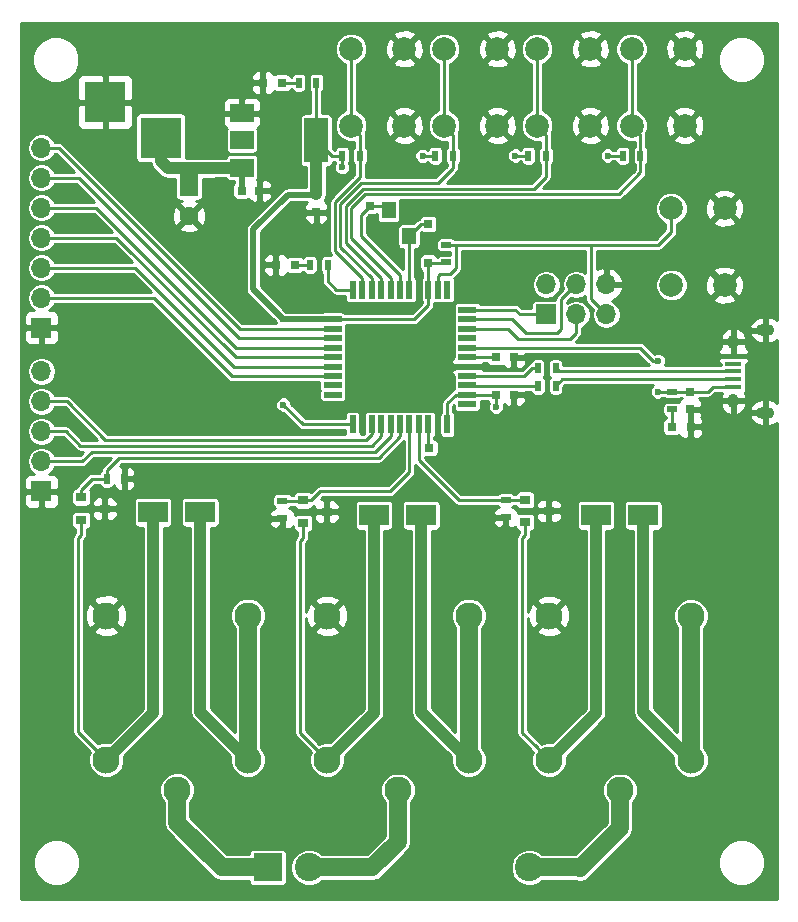
<source format=gtl>
G04 #@! TF.FileFunction,Copper,L1,Top,Signal*
%FSLAX46Y46*%
G04 Gerber Fmt 4.6, Leading zero omitted, Abs format (unit mm)*
G04 Created by KiCad (PCBNEW 4.0.6) date 04/22/17 16:33:41*
%MOMM*%
%LPD*%
G01*
G04 APERTURE LIST*
%ADD10C,0.100000*%
%ADD11C,2.300000*%
%ADD12R,1.700000X1.700000*%
%ADD13O,1.700000X1.700000*%
%ADD14R,0.750000X0.800000*%
%ADD15R,0.800000X0.750000*%
%ADD16R,0.800000X0.800000*%
%ADD17R,1.350000X0.400000*%
%ADD18O,0.950000X1.250000*%
%ADD19O,1.550000X1.000000*%
%ADD20R,0.900000X0.500000*%
%ADD21R,0.500000X0.900000*%
%ADD22R,2.500000X1.800000*%
%ADD23R,0.900000X0.800000*%
%ADD24R,2.000000X3.800000*%
%ADD25R,2.000000X1.500000*%
%ADD26R,1.500000X0.550000*%
%ADD27R,0.550000X1.500000*%
%ADD28C,2.000000*%
%ADD29R,3.500000X3.500000*%
%ADD30C,2.400000*%
%ADD31R,2.400000X2.400000*%
%ADD32R,1.200000X1.400000*%
%ADD33R,1.600000X1.600000*%
%ADD34C,1.600000*%
%ADD35C,0.600000*%
%ADD36C,0.250000*%
%ADD37C,0.500000*%
%ADD38C,1.000000*%
%ADD39C,1.500000*%
%ADD40C,0.254000*%
G04 APERTURE END LIST*
D10*
D11*
X131541000Y-108122500D03*
X137541000Y-122872500D03*
X131541000Y-120322500D03*
X143541000Y-120322500D03*
X143541000Y-108122500D03*
D12*
X126047500Y-83756500D03*
D13*
X126047500Y-81216500D03*
X126047500Y-78676500D03*
X126047500Y-76136500D03*
X126047500Y-73596500D03*
X126047500Y-71056500D03*
X126047500Y-68516500D03*
D12*
X126047500Y-97599500D03*
D13*
X126047500Y-95059500D03*
X126047500Y-92519500D03*
X126047500Y-89979500D03*
X126047500Y-87439500D03*
D12*
X168783000Y-82613500D03*
D13*
X168783000Y-80073500D03*
X171323000Y-82613500D03*
X171323000Y-80073500D03*
X173863000Y-82613500D03*
X173863000Y-80073500D03*
D14*
X180975000Y-89166000D03*
X180975000Y-90666000D03*
D15*
X143014000Y-72136000D03*
X144514000Y-72136000D03*
D14*
X149326600Y-72478200D03*
X149326600Y-73978200D03*
D15*
X164540500Y-89408000D03*
X166040500Y-89408000D03*
D14*
X158813500Y-78232000D03*
X158813500Y-76732000D03*
D15*
X164540500Y-86233000D03*
X166040500Y-86233000D03*
D14*
X153860500Y-74918000D03*
X153860500Y-73418000D03*
X158813500Y-73469500D03*
X158813500Y-74969500D03*
D15*
X158889000Y-93916500D03*
X160389000Y-93916500D03*
D16*
X179413000Y-92125800D03*
X181013000Y-92125800D03*
X146405500Y-62992000D03*
X144805500Y-62992000D03*
X147485000Y-78422500D03*
X145885000Y-78422500D03*
D17*
X184641500Y-88739500D03*
X184641500Y-88089500D03*
X184641500Y-87439500D03*
X184641500Y-86789500D03*
X184641500Y-86139500D03*
D18*
X184641500Y-89939500D03*
X184641500Y-84939500D03*
D19*
X187341500Y-90939500D03*
X187341500Y-83939500D03*
D20*
X179451000Y-90666000D03*
X179451000Y-89166000D03*
X160337500Y-78220000D03*
X160337500Y-76720000D03*
D21*
X149340000Y-62992000D03*
X147840000Y-62992000D03*
X168084500Y-87185500D03*
X169584500Y-87185500D03*
X168096500Y-88646000D03*
X169596500Y-88646000D03*
X148792500Y-78422500D03*
X150292500Y-78422500D03*
X131584000Y-96520000D03*
X133084000Y-96520000D03*
D20*
X146431000Y-98385500D03*
X146431000Y-99885500D03*
X165354000Y-98310000D03*
X165354000Y-99810000D03*
D22*
X139509000Y-99377500D03*
X135509000Y-99377500D03*
X158210000Y-99631500D03*
X154210000Y-99631500D03*
X177006000Y-99631500D03*
X173006000Y-99631500D03*
D23*
X129413000Y-98112500D03*
X129413000Y-100012500D03*
X131413000Y-99062500D03*
X148209000Y-98366500D03*
X148209000Y-100266500D03*
X150209000Y-99316500D03*
X167021000Y-98300500D03*
X167021000Y-100200500D03*
X169021000Y-99250500D03*
D21*
X175272000Y-69176900D03*
X176772000Y-69176900D03*
X167271000Y-69176900D03*
X168771000Y-69176900D03*
X159397000Y-69176900D03*
X160897000Y-69176900D03*
X151523000Y-69176900D03*
X153023000Y-69176900D03*
D24*
X149327000Y-67881500D03*
D25*
X143027000Y-67881500D03*
X143027000Y-70181500D03*
X143027000Y-65581500D03*
D26*
X162115500Y-90233000D03*
X162115500Y-89433000D03*
X162115500Y-88633000D03*
X162115500Y-87833000D03*
X162115500Y-87033000D03*
X162115500Y-86233000D03*
X162115500Y-85433000D03*
X162115500Y-84633000D03*
X162115500Y-83833000D03*
X162115500Y-83033000D03*
X162115500Y-82233000D03*
D27*
X160415500Y-80533000D03*
X159615500Y-80533000D03*
X158815500Y-80533000D03*
X158015500Y-80533000D03*
X157215500Y-80533000D03*
X156415500Y-80533000D03*
X155615500Y-80533000D03*
X154815500Y-80533000D03*
X154015500Y-80533000D03*
X153215500Y-80533000D03*
X152415500Y-80533000D03*
D26*
X150715500Y-82233000D03*
X150715500Y-83033000D03*
X150715500Y-83833000D03*
X150715500Y-84633000D03*
X150715500Y-85433000D03*
X150715500Y-86233000D03*
X150715500Y-87033000D03*
X150715500Y-87833000D03*
X150715500Y-88633000D03*
X150715500Y-89433000D03*
X150715500Y-90233000D03*
D27*
X152415500Y-91933000D03*
X153215500Y-91933000D03*
X154015500Y-91933000D03*
X154815500Y-91933000D03*
X155615500Y-91933000D03*
X156415500Y-91933000D03*
X157215500Y-91933000D03*
X158015500Y-91933000D03*
X158815500Y-91933000D03*
X159615500Y-91933000D03*
X160415500Y-91933000D03*
D11*
X150241000Y-108132500D03*
X156241000Y-122882500D03*
X150241000Y-120332500D03*
X162241000Y-120332500D03*
X162241000Y-108132500D03*
X169037000Y-108140500D03*
X175037000Y-122890500D03*
X169037000Y-120340500D03*
X181037000Y-120340500D03*
X181037000Y-108140500D03*
D28*
X183896000Y-80137000D03*
X179396000Y-80137000D03*
X183896000Y-73637000D03*
X179396000Y-73637000D03*
X180522000Y-66636900D03*
X176022000Y-66636900D03*
X180522000Y-60136900D03*
X176022000Y-60136900D03*
X172521000Y-66636900D03*
X168021000Y-66636900D03*
X172521000Y-60136900D03*
X168021000Y-60136900D03*
X164647000Y-66636900D03*
X160147000Y-66636900D03*
X164647000Y-60136900D03*
X160147000Y-60136900D03*
X156773000Y-66636900D03*
X152273000Y-66636900D03*
X156773000Y-60136900D03*
X152273000Y-60136900D03*
D29*
X136144000Y-67658500D03*
X136144000Y-61658500D03*
X131444000Y-64658500D03*
D30*
X148717000Y-129438400D03*
D31*
X145217000Y-129438400D03*
D30*
X167355400Y-129438400D03*
D31*
X163855400Y-129438400D03*
D32*
X155462500Y-73787000D03*
X155462500Y-75987000D03*
X157162500Y-75987000D03*
X157162500Y-73787000D03*
D33*
X138557000Y-71795000D03*
D34*
X138557000Y-74295000D03*
D35*
X178244500Y-86550500D03*
X178244500Y-89154000D03*
X186753500Y-114808000D03*
X181165500Y-104203500D03*
X146964400Y-64617600D03*
X147040600Y-70459600D03*
X143002000Y-74980800D03*
X144119600Y-82753200D03*
X138430000Y-77698600D03*
X133934200Y-73253600D03*
X137972800Y-85242400D03*
X143916400Y-88798400D03*
X147015200Y-92176600D03*
X138658600Y-91821000D03*
X134061200Y-91821000D03*
X173151800Y-131343400D03*
X160248600Y-131191000D03*
X141224000Y-131191000D03*
X152019000Y-131191000D03*
X125044200Y-100507800D03*
X125095000Y-110871000D03*
X125653800Y-123190000D03*
X133934200Y-123063000D03*
X141097000Y-123012200D03*
X152679400Y-123113800D03*
X159715200Y-122910600D03*
X171678600Y-123012200D03*
X178866800Y-122910600D03*
X184658000Y-123342400D03*
X180898800Y-131038600D03*
X134061200Y-83566000D03*
X132080000Y-77546200D03*
X130403600Y-75006200D03*
X128524000Y-72364600D03*
X127381000Y-69799200D03*
X124485400Y-69748400D03*
X124561600Y-67614800D03*
X127838200Y-79857600D03*
X133858000Y-79857600D03*
X148717000Y-82092800D03*
X145034000Y-76352400D03*
X149352000Y-76022200D03*
X178498500Y-97345500D03*
X168910000Y-97218500D03*
X160337500Y-95377000D03*
X167894000Y-89979500D03*
X173672500Y-89217500D03*
X177863500Y-92011500D03*
X180911500Y-94297500D03*
X146685000Y-108077000D03*
X142240000Y-104013000D03*
X141351000Y-116078000D03*
X159956500Y-108077000D03*
X159956500Y-116205000D03*
X161734500Y-75628500D03*
X177355500Y-75628500D03*
X177292000Y-73533000D03*
X160274000Y-73596500D03*
X153225500Y-84074000D03*
X153225500Y-90233500D03*
X159512000Y-90233500D03*
X176530000Y-86550500D03*
X170751500Y-86360000D03*
X156921200Y-82143600D03*
X157835600Y-78994000D03*
X161544000Y-81076800D03*
X166573200Y-78282800D03*
X171246800Y-77901800D03*
X156133800Y-77698600D03*
X151511000Y-70154800D03*
X174015400Y-69164200D03*
X166166800Y-69164200D03*
X158318200Y-69189600D03*
X164541200Y-90424000D03*
X146532600Y-83032600D03*
X146532600Y-90246200D03*
D36*
X162115500Y-85433000D02*
X176702736Y-85433000D01*
X176702736Y-85433000D02*
X177820236Y-86550500D01*
X177820236Y-86550500D02*
X178244500Y-86550500D01*
X179451000Y-89166000D02*
X178256500Y-89166000D01*
X178256500Y-89166000D02*
X178244500Y-89154000D01*
X182487000Y-89166000D02*
X182913500Y-88739500D01*
X182913500Y-88739500D02*
X184641500Y-88739500D01*
X180975000Y-89166000D02*
X182487000Y-89166000D01*
X179451000Y-89166000D02*
X180975000Y-89166000D01*
X181165500Y-104203500D02*
X186753500Y-109791500D01*
X186753500Y-109791500D02*
X186753500Y-114808000D01*
X147040600Y-70459600D02*
X147040600Y-64693800D01*
X147040600Y-64693800D02*
X146964400Y-64617600D01*
X144119600Y-82753200D02*
X143002000Y-81635600D01*
X143002000Y-81635600D02*
X143002000Y-74980800D01*
X133934200Y-73253600D02*
X138379200Y-77698600D01*
X138379200Y-77698600D02*
X138430000Y-77698600D01*
X131444000Y-64658500D02*
X131444000Y-70763400D01*
X131444000Y-70763400D02*
X133934200Y-73253600D01*
X147015200Y-92176600D02*
X143916400Y-89077800D01*
X143916400Y-89077800D02*
X143916400Y-88798400D01*
X134061200Y-91821000D02*
X138658600Y-91821000D01*
X134061200Y-83566000D02*
X134061200Y-91821000D01*
X163855400Y-129438400D02*
X162001200Y-129438400D01*
X162001200Y-129438400D02*
X160248600Y-131191000D01*
X163855400Y-129438400D02*
X162405400Y-129438400D01*
X162405400Y-129438400D02*
X160652800Y-131191000D01*
X160652800Y-131191000D02*
X152019000Y-131191000D01*
X125653800Y-123190000D02*
X125095000Y-122631200D01*
X125095000Y-122631200D02*
X125095000Y-110871000D01*
X141097000Y-123012200D02*
X139482299Y-121397499D01*
X139482299Y-121397499D02*
X135599701Y-121397499D01*
X135599701Y-121397499D02*
X133934200Y-123063000D01*
X159715200Y-122910600D02*
X158212099Y-121407499D01*
X158212099Y-121407499D02*
X154385701Y-121407499D01*
X154385701Y-121407499D02*
X152679400Y-123113800D01*
X178866800Y-122910600D02*
X177371699Y-121415499D01*
X177371699Y-121415499D02*
X173275301Y-121415499D01*
X173275301Y-121415499D02*
X171678600Y-123012200D01*
X180898800Y-131038600D02*
X180898800Y-127101600D01*
X180898800Y-127101600D02*
X184658000Y-123342400D01*
X126047500Y-83756500D02*
X133870700Y-83756500D01*
X133870700Y-83756500D02*
X134061200Y-83566000D01*
X124485400Y-69748400D02*
X127330200Y-69748400D01*
X127330200Y-69748400D02*
X127381000Y-69799200D01*
X129428500Y-64643000D02*
X127533400Y-64643000D01*
X127533400Y-64643000D02*
X124561600Y-67614800D01*
X131444000Y-64658500D02*
X129444000Y-64658500D01*
X129444000Y-64658500D02*
X129428500Y-64643000D01*
X125667398Y-79857600D02*
X127838200Y-79857600D01*
X127838200Y-79857600D02*
X133858000Y-79857600D01*
X124536200Y-83642200D02*
X124536200Y-80988798D01*
X124536200Y-80988798D02*
X125667398Y-79857600D01*
X124612400Y-83718400D02*
X124536200Y-83642200D01*
X124909400Y-83718400D02*
X124612400Y-83718400D01*
X126047500Y-83756500D02*
X124947500Y-83756500D01*
X124947500Y-83756500D02*
X124909400Y-83718400D01*
X145872200Y-77614864D02*
X145872200Y-79248000D01*
X145872200Y-79248000D02*
X148717000Y-82092800D01*
X145034000Y-76352400D02*
X145034000Y-76776664D01*
X145034000Y-76776664D02*
X145872200Y-77614864D01*
X149326600Y-73978200D02*
X149326600Y-75996800D01*
X149326600Y-75996800D02*
X149352000Y-76022200D01*
X168910000Y-97218500D02*
X178371500Y-97218500D01*
X178371500Y-97218500D02*
X178498500Y-97345500D01*
X167894000Y-89979500D02*
X162496500Y-95377000D01*
X162496500Y-95377000D02*
X160337500Y-95377000D01*
X177863500Y-92011500D02*
X176466500Y-92011500D01*
X176466500Y-92011500D02*
X173672500Y-89217500D01*
X181013000Y-92125800D02*
X181013000Y-94196000D01*
X181013000Y-94196000D02*
X180911500Y-94297500D01*
X141351000Y-116078000D02*
X141351000Y-104902000D01*
X141351000Y-104902000D02*
X142240000Y-104013000D01*
X146431000Y-99885500D02*
X146431000Y-100385500D01*
X146431000Y-100385500D02*
X141351000Y-105465500D01*
X141351000Y-105465500D02*
X141351000Y-116078000D01*
X159956500Y-105707500D02*
X159956500Y-108077000D01*
X159956500Y-116205000D02*
X159956500Y-108077000D01*
X165354000Y-99810000D02*
X165354000Y-100310000D01*
X165354000Y-100310000D02*
X159956500Y-105707500D01*
X177355500Y-75628500D02*
X161734500Y-75628500D01*
X160274000Y-73596500D02*
X177228500Y-73596500D01*
X177228500Y-73596500D02*
X177292000Y-73533000D01*
X158813500Y-73469500D02*
X160147000Y-73469500D01*
X160147000Y-73469500D02*
X160274000Y-73596500D01*
X153225500Y-90233500D02*
X153225500Y-84074000D01*
X159512000Y-90233500D02*
X153225500Y-90233500D01*
X162115500Y-87033000D02*
X161115500Y-87033000D01*
X161115500Y-87033000D02*
X159512000Y-88636500D01*
X159512000Y-88636500D02*
X159512000Y-90233500D01*
X170751500Y-86360000D02*
X176339500Y-86360000D01*
X176339500Y-86360000D02*
X176530000Y-86550500D01*
X166040500Y-86233000D02*
X170624500Y-86233000D01*
X170624500Y-86233000D02*
X170751500Y-86360000D01*
X158015500Y-80533000D02*
X158015500Y-81533000D01*
X158015500Y-81533000D02*
X157404900Y-82143600D01*
X157404900Y-82143600D02*
X156921200Y-82143600D01*
X158015500Y-80533000D02*
X158015500Y-79173900D01*
X158015500Y-79173900D02*
X157835600Y-78994000D01*
X166573200Y-78282800D02*
X164338000Y-78282800D01*
X164338000Y-78282800D02*
X161544000Y-81076800D01*
X170797136Y-77876400D02*
X166979600Y-77876400D01*
X166979600Y-77876400D02*
X166573200Y-78282800D01*
X171246800Y-77901800D02*
X170822536Y-77901800D01*
X170822536Y-77901800D02*
X170797136Y-77876400D01*
X155462500Y-75987000D02*
X155462500Y-77027300D01*
X155462500Y-77027300D02*
X156133800Y-77698600D01*
D37*
X143014000Y-72136000D02*
X143014000Y-70194500D01*
D36*
X143014000Y-70194500D02*
X143027000Y-70181500D01*
D38*
X140716000Y-70243000D02*
X138557000Y-70243000D01*
X138557000Y-70243000D02*
X136728500Y-70243000D01*
D39*
X138557000Y-71795000D02*
X138557000Y-70745000D01*
D38*
X138557000Y-70745000D02*
X138557000Y-70243000D01*
X136728500Y-70243000D02*
X136144000Y-69658500D01*
X136144000Y-69658500D02*
X136144000Y-67658500D01*
D39*
X181037000Y-108140500D02*
X181037000Y-120340500D01*
X162241000Y-108132500D02*
X162241000Y-120332500D01*
X143541000Y-120322500D02*
X143541000Y-118696155D01*
X143541000Y-118696155D02*
X143541000Y-108122500D01*
D38*
X140716000Y-70219000D02*
X142989500Y-70219000D01*
D36*
X142989500Y-70219000D02*
X143027000Y-70181500D01*
X136164500Y-67679000D02*
X136144000Y-67658500D01*
X136188500Y-67576000D02*
X136144000Y-67531500D01*
X136190500Y-67578000D02*
X136144000Y-67531500D01*
D38*
X177006000Y-99631500D02*
X177006000Y-116309500D01*
X177006000Y-116309500D02*
X181037000Y-120340500D01*
X143541000Y-120322500D02*
X139509000Y-116290500D01*
X139509000Y-116290500D02*
X139509000Y-99377500D01*
X162241000Y-120332500D02*
X158210000Y-116301500D01*
X158210000Y-116301500D02*
X158210000Y-99250500D01*
D36*
X151523000Y-69176900D02*
X151523000Y-70142800D01*
X151523000Y-70142800D02*
X151511000Y-70154800D01*
X151523000Y-69176900D02*
X150622400Y-69176900D01*
X150622400Y-69176900D02*
X149327000Y-67881500D01*
D37*
X143992600Y-75412600D02*
X146927000Y-72478200D01*
X146927000Y-72478200D02*
X149326600Y-72478200D01*
X143992600Y-80492600D02*
X143992600Y-75412600D01*
D36*
X174015400Y-69164200D02*
X175259300Y-69164200D01*
X175259300Y-69164200D02*
X175272000Y-69176900D01*
X166166800Y-69164200D02*
X167258300Y-69164200D01*
X167258300Y-69164200D02*
X167271000Y-69176900D01*
X158318200Y-69189600D02*
X159384300Y-69189600D01*
X159384300Y-69189600D02*
X159397000Y-69176900D01*
X151510300Y-69189600D02*
X151523000Y-69176900D01*
X164540500Y-89408000D02*
X164540500Y-90423300D01*
X164540500Y-90423300D02*
X164541200Y-90424000D01*
X157606600Y-83033000D02*
X158815500Y-81824100D01*
X158815500Y-81824100D02*
X158815500Y-80533000D01*
X150715500Y-83033000D02*
X157606600Y-83033000D01*
X148219400Y-91933000D02*
X146532600Y-90246200D01*
X152415500Y-91933000D02*
X148219400Y-91933000D01*
D37*
X146532600Y-83032600D02*
X143992600Y-80492600D01*
X149715100Y-83032600D02*
X146532600Y-83032600D01*
X150715500Y-83033000D02*
X149715500Y-83033000D01*
D36*
X149715500Y-83033000D02*
X149715100Y-83032600D01*
X162115500Y-89433000D02*
X161115500Y-89433000D01*
X161115500Y-89433000D02*
X160415500Y-90133000D01*
X160415500Y-90133000D02*
X160415500Y-90933000D01*
X160415500Y-90933000D02*
X160415500Y-91933000D01*
X158813500Y-78232000D02*
X160325500Y-78232000D01*
X160325500Y-78232000D02*
X160337500Y-78220000D01*
X158813500Y-78232000D02*
X158813500Y-80531000D01*
X158813500Y-80531000D02*
X158815500Y-80533000D01*
X164540500Y-89408000D02*
X162140500Y-89408000D01*
X162140500Y-89408000D02*
X162115500Y-89433000D01*
D38*
X149327000Y-67881500D02*
X149327000Y-72416500D01*
D36*
X149327000Y-72416500D02*
X149364000Y-72453500D01*
X149327000Y-67881500D02*
X149327000Y-63005000D01*
X149327000Y-63005000D02*
X149340000Y-62992000D01*
X164540500Y-86233000D02*
X162115500Y-86233000D01*
X156415500Y-80533000D02*
X156415500Y-79263000D01*
X156415500Y-79263000D02*
X153098500Y-75946000D01*
X153098500Y-75946000D02*
X153098500Y-74205000D01*
X153098500Y-74205000D02*
X153860500Y-73443000D01*
X153860500Y-73443000D02*
X153860500Y-73418000D01*
X153860500Y-73418000D02*
X155093500Y-73418000D01*
X155093500Y-73418000D02*
X155462500Y-73787000D01*
X157162500Y-75987000D02*
X157162500Y-80480000D01*
X157162500Y-80480000D02*
X157215500Y-80533000D01*
X158813500Y-74969500D02*
X158180000Y-74969500D01*
X158180000Y-74969500D02*
X157162500Y-75987000D01*
X158815500Y-91933000D02*
X158815500Y-94053500D01*
X158815500Y-94053500D02*
X158813500Y-94055500D01*
X179451000Y-90666000D02*
X179451000Y-92087800D01*
X179451000Y-92087800D02*
X179413000Y-92125800D01*
X147840000Y-62992000D02*
X146405500Y-62992000D01*
X148792500Y-78422500D02*
X147485000Y-78422500D01*
X184641500Y-88089500D02*
X170153000Y-88089500D01*
X170153000Y-88089500D02*
X169596500Y-88646000D01*
X184641500Y-87439500D02*
X169838500Y-87439500D01*
X169838500Y-87439500D02*
X169584500Y-87185500D01*
X160337500Y-76720000D02*
X161099500Y-76720000D01*
X161099500Y-76720000D02*
X172593000Y-76720000D01*
X159615500Y-80533000D02*
X159615500Y-79398500D01*
X159615500Y-79398500D02*
X159829500Y-79184500D01*
X159829500Y-79184500D02*
X160655000Y-79184500D01*
X160655000Y-79184500D02*
X161112501Y-78726999D01*
X161112501Y-78726999D02*
X161112501Y-76733001D01*
X161112501Y-76733001D02*
X161099500Y-76720000D01*
X172593000Y-76720000D02*
X178296000Y-76720000D01*
X172593000Y-79604498D02*
X172593000Y-76720000D01*
X178296000Y-76720000D02*
X179396000Y-75620000D01*
X179396000Y-75620000D02*
X179396000Y-73637000D01*
X172593000Y-81343500D02*
X173863000Y-82613500D01*
X172593000Y-79604498D02*
X172593000Y-81343500D01*
X160337500Y-76720000D02*
X160537500Y-76720000D01*
X166929000Y-87833000D02*
X167576500Y-87185500D01*
X167576500Y-87185500D02*
X168084500Y-87185500D01*
X162115500Y-87833000D02*
X166929000Y-87833000D01*
X168096500Y-88646000D02*
X162128500Y-88646000D01*
X162128500Y-88646000D02*
X162115500Y-88633000D01*
X150304500Y-79819500D02*
X151018000Y-80533000D01*
X151018000Y-80533000D02*
X152415500Y-80533000D01*
X150304500Y-78634500D02*
X150304500Y-79819500D01*
X150292500Y-78422500D02*
X150292500Y-78622500D01*
X150292500Y-78622500D02*
X150304500Y-78634500D01*
X152388000Y-80505500D02*
X152415500Y-80533000D01*
X131584000Y-96520000D02*
X130355500Y-96520000D01*
X130355500Y-96520000D02*
X129413000Y-97462500D01*
X129413000Y-97462500D02*
X129413000Y-98112500D01*
X154606500Y-94742000D02*
X133540500Y-94742000D01*
X131584000Y-95820000D02*
X132662000Y-94742000D01*
X131584000Y-96520000D02*
X131584000Y-95820000D01*
X132662000Y-94742000D02*
X133540500Y-94742000D01*
X156415500Y-91933000D02*
X156415500Y-92933000D01*
X156415500Y-92933000D02*
X154606500Y-94742000D01*
X149676000Y-97599500D02*
X155575000Y-97599500D01*
X157215500Y-91933000D02*
X157215500Y-95959000D01*
X157215500Y-95959000D02*
X155575000Y-97599500D01*
X148209000Y-98366500D02*
X148909000Y-98366500D01*
X148909000Y-98366500D02*
X149676000Y-97599500D01*
X146431000Y-98385500D02*
X148190000Y-98385500D01*
X148190000Y-98385500D02*
X148209000Y-98366500D01*
X148221000Y-98354500D02*
X148209000Y-98366500D01*
X165354000Y-98310000D02*
X161365500Y-98310000D01*
X161365500Y-98310000D02*
X158015500Y-94960000D01*
X158015500Y-94960000D02*
X158015500Y-91933000D01*
X165354000Y-98310000D02*
X167011500Y-98310000D01*
X167011500Y-98310000D02*
X167021000Y-98300500D01*
X167017000Y-98296500D02*
X167021000Y-98300500D01*
D38*
X131541000Y-120322500D02*
X135509000Y-116354500D01*
X135509000Y-116354500D02*
X135509000Y-99377500D01*
D36*
X131541000Y-120322500D02*
X129159000Y-117940500D01*
X129159000Y-117940500D02*
X129159000Y-101536500D01*
X129159000Y-101536500D02*
X129413000Y-101282500D01*
X129413000Y-101282500D02*
X129413000Y-100012500D01*
D38*
X150241000Y-120332500D02*
X154210000Y-116363500D01*
X154210000Y-116363500D02*
X154210000Y-99250500D01*
D36*
X150241000Y-120332500D02*
X147955000Y-118046500D01*
X147955000Y-118046500D02*
X147955000Y-101790500D01*
X147955000Y-101790500D02*
X148209000Y-101536500D01*
X148209000Y-101536500D02*
X148209000Y-100266500D01*
D38*
X173006000Y-99631500D02*
X173006000Y-116371500D01*
X173006000Y-116371500D02*
X169037000Y-120340500D01*
D36*
X169037000Y-120340500D02*
X167887001Y-119190501D01*
X167887001Y-119190501D02*
X167887001Y-119182501D01*
X166751000Y-118046500D02*
X166751000Y-101536500D01*
X167887001Y-119182501D02*
X166751000Y-118046500D01*
X166751000Y-101536500D02*
X167021000Y-101266500D01*
X167021000Y-101266500D02*
X167021000Y-100200500D01*
X166179500Y-82233000D02*
X163115500Y-82233000D01*
X168783000Y-82613500D02*
X166560000Y-82613500D01*
X166560000Y-82613500D02*
X166179500Y-82233000D01*
X163115500Y-82233000D02*
X162115500Y-82233000D01*
X162115500Y-83833000D02*
X165557500Y-83833000D01*
X170815000Y-84709000D02*
X171323000Y-84201000D01*
X165557500Y-83833000D02*
X166433500Y-84709000D01*
X166433500Y-84709000D02*
X170815000Y-84709000D01*
X171323000Y-84201000D02*
X171323000Y-82613500D01*
X162115500Y-83033000D02*
X165900500Y-83033000D01*
X165900500Y-83033000D02*
X167068500Y-84201000D01*
X167068500Y-84201000D02*
X169672000Y-84201000D01*
X169672000Y-84201000D02*
X170053000Y-83820000D01*
X170053000Y-81343500D02*
X171323000Y-80073500D01*
X170053000Y-83820000D02*
X170053000Y-81343500D01*
X155615500Y-91933000D02*
X155615500Y-92933000D01*
X155615500Y-92933000D02*
X154314500Y-94234000D01*
X154314500Y-94234000D02*
X130327400Y-94234000D01*
X130327400Y-94234000D02*
X129501900Y-95059500D01*
X129501900Y-95059500D02*
X126047500Y-95059500D01*
X154815500Y-91933000D02*
X154815500Y-92933000D01*
X129311400Y-93726000D02*
X128104900Y-92519500D01*
X154815500Y-92933000D02*
X154022500Y-93726000D01*
X154022500Y-93726000D02*
X129311400Y-93726000D01*
X128104900Y-92519500D02*
X126047500Y-92519500D01*
X154015500Y-91933000D02*
X154015500Y-92743002D01*
X153540502Y-93218000D02*
X131470400Y-93218000D01*
X154015500Y-92743002D02*
X153540502Y-93218000D01*
X131470400Y-93218000D02*
X128231900Y-89979500D01*
X128231900Y-89979500D02*
X126047500Y-89979500D01*
X155615500Y-80533000D02*
X155615500Y-79533000D01*
X153489107Y-72429391D02*
X174941209Y-72429391D01*
X155615500Y-79533000D02*
X152273000Y-76190500D01*
X174941209Y-72429391D02*
X176772000Y-70598600D01*
X152273000Y-76190500D02*
X152273000Y-73645498D01*
X152273000Y-73645498D02*
X153489107Y-72429391D01*
X176772000Y-70598600D02*
X176772000Y-69176900D01*
X176772000Y-69176900D02*
X176772000Y-67386900D01*
X176772000Y-67386900D02*
X176022000Y-66636900D01*
X176772000Y-69176900D02*
X176772000Y-69376900D01*
X176022000Y-60136900D02*
X176022000Y-66636900D01*
X154815500Y-80533000D02*
X154815500Y-79533000D01*
X154815500Y-79533000D02*
X151815499Y-76532999D01*
X167745818Y-71979382D02*
X168771000Y-70954200D01*
X151815499Y-76532999D02*
X151815499Y-73466589D01*
X168771000Y-70954200D02*
X168771000Y-69176900D01*
X151815499Y-73466589D02*
X153302706Y-71979382D01*
X153302706Y-71979382D02*
X167745818Y-71979382D01*
X168771000Y-69176900D02*
X168771000Y-67386900D01*
X168771000Y-67386900D02*
X168021000Y-66636900D01*
X168771000Y-69176900D02*
X168771000Y-69376900D01*
X168021000Y-60136900D02*
X168021000Y-61551113D01*
X168021000Y-61551113D02*
X168021000Y-66636900D01*
X154015500Y-80533000D02*
X154015500Y-79533000D01*
X154015500Y-79533000D02*
X151365489Y-76882989D01*
X151365489Y-76882989D02*
X151365489Y-73280189D01*
X151365489Y-73280189D02*
X153116305Y-71529373D01*
X153116305Y-71529373D02*
X159610627Y-71529373D01*
X160897000Y-70243000D02*
X160897000Y-69176900D01*
X159610627Y-71529373D02*
X160897000Y-70243000D01*
X160897000Y-69176900D02*
X160897000Y-67386900D01*
X160897000Y-67386900D02*
X160147000Y-66636900D01*
X160897000Y-69176900D02*
X160897000Y-69376900D01*
X160147000Y-66636900D02*
X160147000Y-60136900D01*
X152666296Y-71336304D02*
X153023000Y-70979600D01*
X153023000Y-70979600D02*
X153023000Y-69176900D01*
X152666296Y-71342972D02*
X152666296Y-71336304D01*
X153023000Y-69176900D02*
X153023000Y-67386900D01*
X153023000Y-67386900D02*
X152273000Y-66636900D01*
X152666296Y-71342972D02*
X150915479Y-73093789D01*
X150915479Y-77232979D02*
X153215500Y-79533000D01*
X150915479Y-73093789D02*
X150915479Y-77232979D01*
X153215500Y-79533000D02*
X153215500Y-80533000D01*
X152273000Y-60136900D02*
X152273000Y-61551113D01*
X152273000Y-61551113D02*
X152273000Y-66636900D01*
X150715500Y-87833000D02*
X142163600Y-87833000D01*
X142163600Y-87833000D02*
X135547100Y-81216500D01*
X135547100Y-81216500D02*
X126047500Y-81216500D01*
X150715500Y-87033000D02*
X142354200Y-87033000D01*
X142354200Y-87033000D02*
X133997700Y-78676500D01*
X133997700Y-78676500D02*
X126047500Y-78676500D01*
X147828000Y-86233000D02*
X142494000Y-86233000D01*
X142494000Y-86233000D02*
X132397500Y-76136500D01*
X132397500Y-76136500D02*
X126047500Y-76136500D01*
X147828000Y-86233000D02*
X147701000Y-86233000D01*
X150715500Y-86233000D02*
X147828000Y-86233000D01*
X150715500Y-85433000D02*
X142532200Y-85433000D01*
X142532200Y-85433000D02*
X130695700Y-73596500D01*
X130695700Y-73596500D02*
X126047500Y-73596500D01*
X150715500Y-84633000D02*
X149715500Y-84633000D01*
X149703000Y-84645500D02*
X142786100Y-84645500D01*
X149715500Y-84633000D02*
X149703000Y-84645500D01*
X142786100Y-84645500D02*
X129197100Y-71056500D01*
X129197100Y-71056500D02*
X126047500Y-71056500D01*
X150715500Y-83833000D02*
X149715500Y-83833000D01*
X149715500Y-83833000D02*
X149702500Y-83820000D01*
X127520700Y-68516500D02*
X126047500Y-68516500D01*
X149702500Y-83820000D02*
X142824200Y-83820000D01*
X142824200Y-83820000D02*
X127520700Y-68516500D01*
D39*
X145217000Y-129438400D02*
X141325600Y-129438400D01*
X141325600Y-129438400D02*
X137541000Y-125653800D01*
X137541000Y-125653800D02*
X137541000Y-122872500D01*
X154076400Y-129438400D02*
X156241000Y-127273800D01*
X156241000Y-127273800D02*
X156241000Y-122882500D01*
X148717000Y-129438400D02*
X154076400Y-129438400D01*
D36*
X171653200Y-129514600D02*
X171577000Y-129438400D01*
D39*
X171577000Y-129438400D02*
X167355400Y-129438400D01*
X175037000Y-126130800D02*
X171653200Y-129514600D01*
X175037000Y-122890500D02*
X175037000Y-126130800D01*
D40*
G36*
X188369000Y-83108813D02*
X188168178Y-82939498D01*
X187743500Y-82804500D01*
X187468500Y-82804500D01*
X187468500Y-83812500D01*
X187488500Y-83812500D01*
X187488500Y-84066500D01*
X187468500Y-84066500D01*
X187468500Y-85074500D01*
X187743500Y-85074500D01*
X188168178Y-84939502D01*
X188369000Y-84770187D01*
X188369000Y-90108813D01*
X188168178Y-89939498D01*
X187743500Y-89804500D01*
X187468500Y-89804500D01*
X187468500Y-90812500D01*
X187488500Y-90812500D01*
X187488500Y-91066500D01*
X187468500Y-91066500D01*
X187468500Y-92074500D01*
X187743500Y-92074500D01*
X188168178Y-91939502D01*
X188369000Y-91770187D01*
X188369000Y-132075000D01*
X124281000Y-132075000D01*
X124281000Y-129423316D01*
X125343657Y-129423316D01*
X125644611Y-130151680D01*
X126201389Y-130709431D01*
X126929226Y-131011655D01*
X127717316Y-131012343D01*
X128445680Y-130711389D01*
X129003431Y-130154611D01*
X129305655Y-129426774D01*
X129306343Y-128638684D01*
X129005389Y-127910320D01*
X128448611Y-127352569D01*
X127720774Y-127050345D01*
X126932684Y-127049657D01*
X126204320Y-127350611D01*
X125646569Y-127907389D01*
X125344345Y-128635226D01*
X125343657Y-129423316D01*
X124281000Y-129423316D01*
X124281000Y-123175699D01*
X136009735Y-123175699D01*
X136242325Y-123738609D01*
X136410000Y-123906577D01*
X136410000Y-125653800D01*
X136496092Y-126086615D01*
X136741262Y-126453538D01*
X140525862Y-130238138D01*
X140892785Y-130483308D01*
X141325600Y-130569401D01*
X141325605Y-130569400D01*
X143628536Y-130569400D01*
X143628536Y-130638400D01*
X143655103Y-130779590D01*
X143738546Y-130909265D01*
X143865866Y-130996259D01*
X144017000Y-131026864D01*
X146417000Y-131026864D01*
X146558190Y-131000297D01*
X146687865Y-130916854D01*
X146774859Y-130789534D01*
X146805464Y-130638400D01*
X146805464Y-129751501D01*
X147135726Y-129751501D01*
X147375912Y-130332795D01*
X147820266Y-130777925D01*
X148401140Y-131019125D01*
X149030101Y-131019674D01*
X149611395Y-130779488D01*
X149821850Y-130569400D01*
X154076400Y-130569400D01*
X154509215Y-130483308D01*
X154876138Y-130238138D01*
X155362775Y-129751501D01*
X165774126Y-129751501D01*
X166014312Y-130332795D01*
X166458666Y-130777925D01*
X167039540Y-131019125D01*
X167668501Y-131019674D01*
X168249795Y-130779488D01*
X168460250Y-130569400D01*
X171270116Y-130569400D01*
X171653200Y-130645600D01*
X172086015Y-130559508D01*
X172452938Y-130314338D01*
X173343960Y-129423316D01*
X183343657Y-129423316D01*
X183644611Y-130151680D01*
X184201389Y-130709431D01*
X184929226Y-131011655D01*
X185717316Y-131012343D01*
X186445680Y-130711389D01*
X187003431Y-130154611D01*
X187305655Y-129426774D01*
X187306343Y-128638684D01*
X187005389Y-127910320D01*
X186448611Y-127352569D01*
X185720774Y-127050345D01*
X184932684Y-127049657D01*
X184204320Y-127350611D01*
X183646569Y-127907389D01*
X183344345Y-128635226D01*
X183343657Y-129423316D01*
X173343960Y-129423316D01*
X175836738Y-126930538D01*
X176081908Y-126563615D01*
X176168000Y-126130800D01*
X176168000Y-123924746D01*
X176334162Y-123758874D01*
X176567734Y-123196371D01*
X176568265Y-122587301D01*
X176335675Y-122024391D01*
X175905374Y-121593338D01*
X175342871Y-121359766D01*
X174733801Y-121359235D01*
X174170891Y-121591825D01*
X173739838Y-122022126D01*
X173506266Y-122584629D01*
X173505735Y-123193699D01*
X173738325Y-123756609D01*
X173906000Y-123924577D01*
X173906000Y-125662324D01*
X171260924Y-128307400D01*
X168460295Y-128307400D01*
X168252134Y-128098875D01*
X167671260Y-127857675D01*
X167042299Y-127857126D01*
X166461005Y-128097312D01*
X166015875Y-128541666D01*
X165774675Y-129122540D01*
X165774126Y-129751501D01*
X155362775Y-129751501D01*
X157040738Y-128073538D01*
X157285908Y-127706615D01*
X157372001Y-127273800D01*
X157372000Y-127273795D01*
X157372000Y-123916746D01*
X157538162Y-123750874D01*
X157771734Y-123188371D01*
X157772265Y-122579301D01*
X157539675Y-122016391D01*
X157109374Y-121585338D01*
X156546871Y-121351766D01*
X155937801Y-121351235D01*
X155374891Y-121583825D01*
X154943838Y-122014126D01*
X154710266Y-122576629D01*
X154709735Y-123185699D01*
X154942325Y-123748609D01*
X155110000Y-123916577D01*
X155110000Y-126805324D01*
X153607924Y-128307400D01*
X149821895Y-128307400D01*
X149613734Y-128098875D01*
X149032860Y-127857675D01*
X148403899Y-127857126D01*
X147822605Y-128097312D01*
X147377475Y-128541666D01*
X147136275Y-129122540D01*
X147135726Y-129751501D01*
X146805464Y-129751501D01*
X146805464Y-128238400D01*
X146778897Y-128097210D01*
X146695454Y-127967535D01*
X146568134Y-127880541D01*
X146417000Y-127849936D01*
X144017000Y-127849936D01*
X143875810Y-127876503D01*
X143746135Y-127959946D01*
X143659141Y-128087266D01*
X143628536Y-128238400D01*
X143628536Y-128307400D01*
X141794076Y-128307400D01*
X138672000Y-125185324D01*
X138672000Y-123906746D01*
X138838162Y-123740874D01*
X139071734Y-123178371D01*
X139072265Y-122569301D01*
X138839675Y-122006391D01*
X138409374Y-121575338D01*
X137846871Y-121341766D01*
X137237801Y-121341235D01*
X136674891Y-121573825D01*
X136243838Y-122004126D01*
X136010266Y-122566629D01*
X136009735Y-123175699D01*
X124281000Y-123175699D01*
X124281000Y-99612500D01*
X128574536Y-99612500D01*
X128574536Y-100412500D01*
X128601103Y-100553690D01*
X128684546Y-100683365D01*
X128811866Y-100770359D01*
X128907000Y-100789624D01*
X128907000Y-101072908D01*
X128801204Y-101178704D01*
X128691517Y-101342862D01*
X128653000Y-101536500D01*
X128653000Y-117940500D01*
X128691517Y-118134138D01*
X128801204Y-118298296D01*
X130159688Y-119656780D01*
X130010266Y-120016629D01*
X130009735Y-120625699D01*
X130242325Y-121188609D01*
X130672626Y-121619662D01*
X131235129Y-121853234D01*
X131844199Y-121853765D01*
X132407109Y-121621175D01*
X132838162Y-121190874D01*
X133071734Y-120628371D01*
X133072249Y-120037173D01*
X136131961Y-116977461D01*
X136322938Y-116691645D01*
X136390000Y-116354500D01*
X136390000Y-100665964D01*
X136759000Y-100665964D01*
X136900190Y-100639397D01*
X137029865Y-100555954D01*
X137116859Y-100428634D01*
X137147464Y-100277500D01*
X137147464Y-98477500D01*
X137870536Y-98477500D01*
X137870536Y-100277500D01*
X137897103Y-100418690D01*
X137980546Y-100548365D01*
X138107866Y-100635359D01*
X138259000Y-100665964D01*
X138628000Y-100665964D01*
X138628000Y-116290500D01*
X138695062Y-116627644D01*
X138886039Y-116913461D01*
X142010248Y-120037670D01*
X142009735Y-120625699D01*
X142242325Y-121188609D01*
X142672626Y-121619662D01*
X143235129Y-121853234D01*
X143844199Y-121853765D01*
X144407109Y-121621175D01*
X144838162Y-121190874D01*
X145071734Y-120628371D01*
X145072265Y-120019301D01*
X144839675Y-119456391D01*
X144672000Y-119288423D01*
X144672000Y-109156746D01*
X144838162Y-108990874D01*
X145071734Y-108428371D01*
X145072265Y-107819301D01*
X144839675Y-107256391D01*
X144409374Y-106825338D01*
X143846871Y-106591766D01*
X143237801Y-106591235D01*
X142674891Y-106823825D01*
X142243838Y-107254126D01*
X142010266Y-107816629D01*
X142009735Y-108425699D01*
X142242325Y-108988609D01*
X142410000Y-109156577D01*
X142410000Y-117945578D01*
X140390000Y-115925578D01*
X140390000Y-100665964D01*
X140759000Y-100665964D01*
X140900190Y-100639397D01*
X141029865Y-100555954D01*
X141116859Y-100428634D01*
X141147464Y-100277500D01*
X141147464Y-100169250D01*
X145346000Y-100169250D01*
X145346000Y-100261809D01*
X145442673Y-100495198D01*
X145621301Y-100673827D01*
X145854690Y-100770500D01*
X146145250Y-100770500D01*
X146304000Y-100611750D01*
X146304000Y-100010500D01*
X145504750Y-100010500D01*
X145346000Y-100169250D01*
X141147464Y-100169250D01*
X141147464Y-98477500D01*
X141120897Y-98336310D01*
X141037454Y-98206635D01*
X140910134Y-98119641D01*
X140759000Y-98089036D01*
X138259000Y-98089036D01*
X138117810Y-98115603D01*
X137988135Y-98199046D01*
X137901141Y-98326366D01*
X137870536Y-98477500D01*
X137147464Y-98477500D01*
X137120897Y-98336310D01*
X137037454Y-98206635D01*
X136910134Y-98119641D01*
X136759000Y-98089036D01*
X134259000Y-98089036D01*
X134117810Y-98115603D01*
X133988135Y-98199046D01*
X133901141Y-98326366D01*
X133870536Y-98477500D01*
X133870536Y-100277500D01*
X133897103Y-100418690D01*
X133980546Y-100548365D01*
X134107866Y-100635359D01*
X134259000Y-100665964D01*
X134628000Y-100665964D01*
X134628000Y-115989578D01*
X131825830Y-118791748D01*
X131237801Y-118791235D01*
X130875165Y-118941073D01*
X129665000Y-117730908D01*
X129665000Y-109383525D01*
X130459581Y-109383525D01*
X130576601Y-109665946D01*
X131240663Y-109917518D01*
X131950448Y-109895814D01*
X132505399Y-109665946D01*
X132622419Y-109383525D01*
X131541000Y-108302105D01*
X130459581Y-109383525D01*
X129665000Y-109383525D01*
X129665000Y-107822163D01*
X129745982Y-107822163D01*
X129767686Y-108531948D01*
X129997554Y-109086899D01*
X130279975Y-109203919D01*
X131361395Y-108122500D01*
X131720605Y-108122500D01*
X132802025Y-109203919D01*
X133084446Y-109086899D01*
X133336018Y-108422837D01*
X133314314Y-107713052D01*
X133084446Y-107158101D01*
X132802025Y-107041081D01*
X131720605Y-108122500D01*
X131361395Y-108122500D01*
X130279975Y-107041081D01*
X129997554Y-107158101D01*
X129745982Y-107822163D01*
X129665000Y-107822163D01*
X129665000Y-106861475D01*
X130459581Y-106861475D01*
X131541000Y-107942895D01*
X132622419Y-106861475D01*
X132505399Y-106579054D01*
X131841337Y-106327482D01*
X131131552Y-106349186D01*
X130576601Y-106579054D01*
X130459581Y-106861475D01*
X129665000Y-106861475D01*
X129665000Y-101746092D01*
X129770796Y-101640296D01*
X129880483Y-101476138D01*
X129919000Y-101282500D01*
X129919000Y-100790427D01*
X130004190Y-100774397D01*
X130133865Y-100690954D01*
X130220859Y-100563634D01*
X130251464Y-100412500D01*
X130251464Y-99612500D01*
X130224897Y-99471310D01*
X130145711Y-99348250D01*
X130328000Y-99348250D01*
X130328000Y-99588810D01*
X130424673Y-99822199D01*
X130603302Y-100000827D01*
X130836691Y-100097500D01*
X131127250Y-100097500D01*
X131286000Y-99938750D01*
X131286000Y-99189500D01*
X131540000Y-99189500D01*
X131540000Y-99938750D01*
X131698750Y-100097500D01*
X131989309Y-100097500D01*
X132222698Y-100000827D01*
X132401327Y-99822199D01*
X132498000Y-99588810D01*
X132498000Y-99348250D01*
X132339250Y-99189500D01*
X131540000Y-99189500D01*
X131286000Y-99189500D01*
X130486750Y-99189500D01*
X130328000Y-99348250D01*
X130145711Y-99348250D01*
X130141454Y-99341635D01*
X130014134Y-99254641D01*
X129863000Y-99224036D01*
X128963000Y-99224036D01*
X128821810Y-99250603D01*
X128692135Y-99334046D01*
X128605141Y-99461366D01*
X128574536Y-99612500D01*
X124281000Y-99612500D01*
X124281000Y-97885250D01*
X124562500Y-97885250D01*
X124562500Y-98575810D01*
X124659173Y-98809199D01*
X124837802Y-98987827D01*
X125071191Y-99084500D01*
X125761750Y-99084500D01*
X125920500Y-98925750D01*
X125920500Y-97726500D01*
X126174500Y-97726500D01*
X126174500Y-98925750D01*
X126333250Y-99084500D01*
X127023809Y-99084500D01*
X127257198Y-98987827D01*
X127435827Y-98809199D01*
X127532500Y-98575810D01*
X127532500Y-97885250D01*
X127373750Y-97726500D01*
X126174500Y-97726500D01*
X125920500Y-97726500D01*
X124721250Y-97726500D01*
X124562500Y-97885250D01*
X124281000Y-97885250D01*
X124281000Y-96623190D01*
X124562500Y-96623190D01*
X124562500Y-97313750D01*
X124721250Y-97472500D01*
X125920500Y-97472500D01*
X125920500Y-97452500D01*
X126174500Y-97452500D01*
X126174500Y-97472500D01*
X127373750Y-97472500D01*
X127532500Y-97313750D01*
X127532500Y-96623190D01*
X127435827Y-96389801D01*
X127257198Y-96211173D01*
X127023809Y-96114500D01*
X126665864Y-96114500D01*
X126942065Y-95929948D01*
X127185582Y-95565500D01*
X129501900Y-95565500D01*
X129695538Y-95526983D01*
X129859696Y-95417296D01*
X130536992Y-94740000D01*
X131948408Y-94740000D01*
X131226204Y-95462204D01*
X131116517Y-95626362D01*
X131086673Y-95776400D01*
X131063135Y-95791546D01*
X130976141Y-95918866D01*
X130956876Y-96014000D01*
X130355500Y-96014000D01*
X130161862Y-96052517D01*
X129997704Y-96162204D01*
X129055204Y-97104704D01*
X128945517Y-97268862D01*
X128933436Y-97329599D01*
X128821810Y-97350603D01*
X128692135Y-97434046D01*
X128605141Y-97561366D01*
X128574536Y-97712500D01*
X128574536Y-98512500D01*
X128601103Y-98653690D01*
X128684546Y-98783365D01*
X128811866Y-98870359D01*
X128963000Y-98900964D01*
X129863000Y-98900964D01*
X130004190Y-98874397D01*
X130133865Y-98790954D01*
X130220859Y-98663634D01*
X130246666Y-98536190D01*
X130328000Y-98536190D01*
X130328000Y-98776750D01*
X130486750Y-98935500D01*
X131286000Y-98935500D01*
X131286000Y-98186250D01*
X131540000Y-98186250D01*
X131540000Y-98935500D01*
X132339250Y-98935500D01*
X132498000Y-98776750D01*
X132498000Y-98536190D01*
X132401327Y-98302801D01*
X132222698Y-98124173D01*
X131989309Y-98027500D01*
X131698750Y-98027500D01*
X131540000Y-98186250D01*
X131286000Y-98186250D01*
X131127250Y-98027500D01*
X130836691Y-98027500D01*
X130603302Y-98124173D01*
X130424673Y-98302801D01*
X130328000Y-98536190D01*
X130246666Y-98536190D01*
X130251464Y-98512500D01*
X130251464Y-97712500D01*
X130224897Y-97571310D01*
X130144587Y-97446505D01*
X130565092Y-97026000D01*
X130956073Y-97026000D01*
X130972103Y-97111190D01*
X131055546Y-97240865D01*
X131182866Y-97327859D01*
X131334000Y-97358464D01*
X131834000Y-97358464D01*
X131975190Y-97331897D01*
X132104865Y-97248454D01*
X132191859Y-97121134D01*
X132199000Y-97085870D01*
X132199000Y-97096310D01*
X132295673Y-97329699D01*
X132474302Y-97508327D01*
X132707691Y-97605000D01*
X132800250Y-97605000D01*
X132959000Y-97446250D01*
X132959000Y-96647000D01*
X133209000Y-96647000D01*
X133209000Y-97446250D01*
X133367750Y-97605000D01*
X133460309Y-97605000D01*
X133693698Y-97508327D01*
X133872327Y-97329699D01*
X133969000Y-97096310D01*
X133969000Y-96805750D01*
X133810250Y-96647000D01*
X133209000Y-96647000D01*
X132959000Y-96647000D01*
X132937000Y-96647000D01*
X132937000Y-96393000D01*
X132959000Y-96393000D01*
X132959000Y-95593750D01*
X133209000Y-95593750D01*
X133209000Y-96393000D01*
X133810250Y-96393000D01*
X133969000Y-96234250D01*
X133969000Y-95943690D01*
X133872327Y-95710301D01*
X133693698Y-95531673D01*
X133460309Y-95435000D01*
X133367750Y-95435000D01*
X133209000Y-95593750D01*
X132959000Y-95593750D01*
X132800250Y-95435000D01*
X132707691Y-95435000D01*
X132668259Y-95451333D01*
X132871592Y-95248000D01*
X154606500Y-95248000D01*
X154800138Y-95209483D01*
X154964296Y-95099796D01*
X156709500Y-93354592D01*
X156709500Y-95749408D01*
X155365408Y-97093500D01*
X149676000Y-97093500D01*
X149482362Y-97132017D01*
X149318204Y-97241704D01*
X148893979Y-97665929D01*
X148810134Y-97608641D01*
X148659000Y-97578036D01*
X147759000Y-97578036D01*
X147617810Y-97604603D01*
X147488135Y-97688046D01*
X147401141Y-97815366D01*
X147388154Y-97879500D01*
X147169019Y-97879500D01*
X147159454Y-97864635D01*
X147032134Y-97777641D01*
X146881000Y-97747036D01*
X145981000Y-97747036D01*
X145839810Y-97773603D01*
X145710135Y-97857046D01*
X145623141Y-97984366D01*
X145592536Y-98135500D01*
X145592536Y-98635500D01*
X145619103Y-98776690D01*
X145702546Y-98906365D01*
X145829866Y-98993359D01*
X145865130Y-99000500D01*
X145854690Y-99000500D01*
X145621301Y-99097173D01*
X145442673Y-99275802D01*
X145346000Y-99509191D01*
X145346000Y-99601750D01*
X145504750Y-99760500D01*
X146304000Y-99760500D01*
X146304000Y-99738500D01*
X146558000Y-99738500D01*
X146558000Y-99760500D01*
X146578000Y-99760500D01*
X146578000Y-100010500D01*
X146558000Y-100010500D01*
X146558000Y-100611750D01*
X146716750Y-100770500D01*
X147007310Y-100770500D01*
X147240699Y-100673827D01*
X147370536Y-100543989D01*
X147370536Y-100666500D01*
X147397103Y-100807690D01*
X147480546Y-100937365D01*
X147607866Y-101024359D01*
X147703000Y-101043624D01*
X147703000Y-101326908D01*
X147597204Y-101432704D01*
X147487517Y-101596862D01*
X147449000Y-101790500D01*
X147449000Y-118046500D01*
X147487517Y-118240138D01*
X147597204Y-118404296D01*
X148859688Y-119666780D01*
X148710266Y-120026629D01*
X148709735Y-120635699D01*
X148942325Y-121198609D01*
X149372626Y-121629662D01*
X149935129Y-121863234D01*
X150544199Y-121863765D01*
X151107109Y-121631175D01*
X151538162Y-121200874D01*
X151771734Y-120638371D01*
X151772249Y-120047173D01*
X154832961Y-116986461D01*
X155023938Y-116700644D01*
X155091000Y-116363500D01*
X155091000Y-100919964D01*
X155460000Y-100919964D01*
X155601190Y-100893397D01*
X155730865Y-100809954D01*
X155817859Y-100682634D01*
X155848464Y-100531500D01*
X155848464Y-98731500D01*
X156571536Y-98731500D01*
X156571536Y-100531500D01*
X156598103Y-100672690D01*
X156681546Y-100802365D01*
X156808866Y-100889359D01*
X156960000Y-100919964D01*
X157329000Y-100919964D01*
X157329000Y-116301500D01*
X157396062Y-116638644D01*
X157587039Y-116924461D01*
X160710248Y-120047670D01*
X160709735Y-120635699D01*
X160942325Y-121198609D01*
X161372626Y-121629662D01*
X161935129Y-121863234D01*
X162544199Y-121863765D01*
X163107109Y-121631175D01*
X163538162Y-121200874D01*
X163771734Y-120638371D01*
X163772265Y-120029301D01*
X163539675Y-119466391D01*
X163372000Y-119298423D01*
X163372000Y-109166746D01*
X163538162Y-109000874D01*
X163771734Y-108438371D01*
X163772265Y-107829301D01*
X163539675Y-107266391D01*
X163109374Y-106835338D01*
X162546871Y-106601766D01*
X161937801Y-106601235D01*
X161374891Y-106833825D01*
X160943838Y-107264126D01*
X160710266Y-107826629D01*
X160709735Y-108435699D01*
X160942325Y-108998609D01*
X161110000Y-109166577D01*
X161110000Y-117955578D01*
X159091000Y-115936578D01*
X159091000Y-100919964D01*
X159460000Y-100919964D01*
X159601190Y-100893397D01*
X159730865Y-100809954D01*
X159817859Y-100682634D01*
X159848464Y-100531500D01*
X159848464Y-100093750D01*
X164269000Y-100093750D01*
X164269000Y-100186309D01*
X164365673Y-100419698D01*
X164544301Y-100598327D01*
X164777690Y-100695000D01*
X165068250Y-100695000D01*
X165227000Y-100536250D01*
X165227000Y-99935000D01*
X164427750Y-99935000D01*
X164269000Y-100093750D01*
X159848464Y-100093750D01*
X159848464Y-98731500D01*
X159821897Y-98590310D01*
X159738454Y-98460635D01*
X159611134Y-98373641D01*
X159460000Y-98343036D01*
X156960000Y-98343036D01*
X156818810Y-98369603D01*
X156689135Y-98453046D01*
X156602141Y-98580366D01*
X156571536Y-98731500D01*
X155848464Y-98731500D01*
X155821897Y-98590310D01*
X155738454Y-98460635D01*
X155611134Y-98373641D01*
X155460000Y-98343036D01*
X152960000Y-98343036D01*
X152818810Y-98369603D01*
X152689135Y-98453046D01*
X152602141Y-98580366D01*
X152571536Y-98731500D01*
X152571536Y-100531500D01*
X152598103Y-100672690D01*
X152681546Y-100802365D01*
X152808866Y-100889359D01*
X152960000Y-100919964D01*
X153329000Y-100919964D01*
X153329000Y-115998578D01*
X150525830Y-118801748D01*
X149937801Y-118801235D01*
X149575165Y-118951073D01*
X148461000Y-117836908D01*
X148461000Y-109393525D01*
X149159581Y-109393525D01*
X149276601Y-109675946D01*
X149940663Y-109927518D01*
X150650448Y-109905814D01*
X151205399Y-109675946D01*
X151322419Y-109393525D01*
X150241000Y-108312105D01*
X149159581Y-109393525D01*
X148461000Y-109393525D01*
X148461000Y-108323296D01*
X148467686Y-108541948D01*
X148697554Y-109096899D01*
X148979975Y-109213919D01*
X150061395Y-108132500D01*
X150420605Y-108132500D01*
X151502025Y-109213919D01*
X151784446Y-109096899D01*
X152036018Y-108432837D01*
X152014314Y-107723052D01*
X151784446Y-107168101D01*
X151502025Y-107051081D01*
X150420605Y-108132500D01*
X150061395Y-108132500D01*
X148979975Y-107051081D01*
X148697554Y-107168101D01*
X148461000Y-107792521D01*
X148461000Y-106871475D01*
X149159581Y-106871475D01*
X150241000Y-107952895D01*
X151322419Y-106871475D01*
X151205399Y-106589054D01*
X150541337Y-106337482D01*
X149831552Y-106359186D01*
X149276601Y-106589054D01*
X149159581Y-106871475D01*
X148461000Y-106871475D01*
X148461000Y-102000092D01*
X148566796Y-101894296D01*
X148676483Y-101730138D01*
X148715000Y-101536500D01*
X148715000Y-101044427D01*
X148800190Y-101028397D01*
X148929865Y-100944954D01*
X149016859Y-100817634D01*
X149047464Y-100666500D01*
X149047464Y-99866500D01*
X149020897Y-99725310D01*
X148941711Y-99602250D01*
X149124000Y-99602250D01*
X149124000Y-99842810D01*
X149220673Y-100076199D01*
X149399302Y-100254827D01*
X149632691Y-100351500D01*
X149923250Y-100351500D01*
X150082000Y-100192750D01*
X150082000Y-99443500D01*
X150336000Y-99443500D01*
X150336000Y-100192750D01*
X150494750Y-100351500D01*
X150785309Y-100351500D01*
X151018698Y-100254827D01*
X151197327Y-100076199D01*
X151294000Y-99842810D01*
X151294000Y-99602250D01*
X151135250Y-99443500D01*
X150336000Y-99443500D01*
X150082000Y-99443500D01*
X149282750Y-99443500D01*
X149124000Y-99602250D01*
X148941711Y-99602250D01*
X148937454Y-99595635D01*
X148810134Y-99508641D01*
X148659000Y-99478036D01*
X147759000Y-99478036D01*
X147617810Y-99504603D01*
X147516000Y-99570115D01*
X147516000Y-99509191D01*
X147419327Y-99275802D01*
X147240699Y-99097173D01*
X147007310Y-99000500D01*
X147005699Y-99000500D01*
X147022190Y-98997397D01*
X147151865Y-98913954D01*
X147167207Y-98891500D01*
X147394057Y-98891500D01*
X147397103Y-98907690D01*
X147480546Y-99037365D01*
X147607866Y-99124359D01*
X147759000Y-99154964D01*
X148659000Y-99154964D01*
X148800190Y-99128397D01*
X148929865Y-99044954D01*
X149016859Y-98917634D01*
X149030909Y-98848251D01*
X149102638Y-98833983D01*
X149124000Y-98819709D01*
X149124000Y-99030750D01*
X149282750Y-99189500D01*
X150082000Y-99189500D01*
X150082000Y-98440250D01*
X150336000Y-98440250D01*
X150336000Y-99189500D01*
X151135250Y-99189500D01*
X151294000Y-99030750D01*
X151294000Y-98790190D01*
X151197327Y-98556801D01*
X151018698Y-98378173D01*
X150785309Y-98281500D01*
X150494750Y-98281500D01*
X150336000Y-98440250D01*
X150082000Y-98440250D01*
X149923250Y-98281500D01*
X149709592Y-98281500D01*
X149885592Y-98105500D01*
X155575000Y-98105500D01*
X155768638Y-98066983D01*
X155932796Y-97957296D01*
X157573296Y-96316796D01*
X157682983Y-96152638D01*
X157721500Y-95959000D01*
X157721500Y-95381592D01*
X161007704Y-98667796D01*
X161171862Y-98777483D01*
X161365500Y-98816000D01*
X164615981Y-98816000D01*
X164625546Y-98830865D01*
X164752866Y-98917859D01*
X164788130Y-98925000D01*
X164777690Y-98925000D01*
X164544301Y-99021673D01*
X164365673Y-99200302D01*
X164269000Y-99433691D01*
X164269000Y-99526250D01*
X164427750Y-99685000D01*
X165227000Y-99685000D01*
X165227000Y-99663000D01*
X165481000Y-99663000D01*
X165481000Y-99685000D01*
X165501000Y-99685000D01*
X165501000Y-99935000D01*
X165481000Y-99935000D01*
X165481000Y-100536250D01*
X165639750Y-100695000D01*
X165930310Y-100695000D01*
X166163699Y-100598327D01*
X166182536Y-100579490D01*
X166182536Y-100600500D01*
X166209103Y-100741690D01*
X166292546Y-100871365D01*
X166419866Y-100958359D01*
X166515000Y-100977624D01*
X166515000Y-101056908D01*
X166393204Y-101178704D01*
X166283517Y-101342862D01*
X166245000Y-101536500D01*
X166245000Y-118046500D01*
X166283517Y-118240138D01*
X166393204Y-118404296D01*
X167513096Y-119524188D01*
X167529205Y-119548297D01*
X167655688Y-119674780D01*
X167506266Y-120034629D01*
X167505735Y-120643699D01*
X167738325Y-121206609D01*
X168168626Y-121637662D01*
X168731129Y-121871234D01*
X169340199Y-121871765D01*
X169903109Y-121639175D01*
X170334162Y-121208874D01*
X170567734Y-120646371D01*
X170568249Y-120055173D01*
X173628961Y-116994461D01*
X173819938Y-116708644D01*
X173887000Y-116371500D01*
X173887000Y-100919964D01*
X174256000Y-100919964D01*
X174397190Y-100893397D01*
X174526865Y-100809954D01*
X174613859Y-100682634D01*
X174644464Y-100531500D01*
X174644464Y-98731500D01*
X175367536Y-98731500D01*
X175367536Y-100531500D01*
X175394103Y-100672690D01*
X175477546Y-100802365D01*
X175604866Y-100889359D01*
X175756000Y-100919964D01*
X176125000Y-100919964D01*
X176125000Y-116309500D01*
X176192062Y-116646644D01*
X176383039Y-116932461D01*
X179506248Y-120055670D01*
X179505735Y-120643699D01*
X179738325Y-121206609D01*
X180168626Y-121637662D01*
X180731129Y-121871234D01*
X181340199Y-121871765D01*
X181903109Y-121639175D01*
X182334162Y-121208874D01*
X182567734Y-120646371D01*
X182568265Y-120037301D01*
X182335675Y-119474391D01*
X182168000Y-119306423D01*
X182168000Y-109174746D01*
X182334162Y-109008874D01*
X182567734Y-108446371D01*
X182568265Y-107837301D01*
X182335675Y-107274391D01*
X181905374Y-106843338D01*
X181342871Y-106609766D01*
X180733801Y-106609235D01*
X180170891Y-106841825D01*
X179739838Y-107272126D01*
X179506266Y-107834629D01*
X179505735Y-108443699D01*
X179738325Y-109006609D01*
X179906000Y-109174577D01*
X179906000Y-117963578D01*
X177887000Y-115944578D01*
X177887000Y-100919964D01*
X178256000Y-100919964D01*
X178397190Y-100893397D01*
X178526865Y-100809954D01*
X178613859Y-100682634D01*
X178644464Y-100531500D01*
X178644464Y-98731500D01*
X178617897Y-98590310D01*
X178534454Y-98460635D01*
X178407134Y-98373641D01*
X178256000Y-98343036D01*
X175756000Y-98343036D01*
X175614810Y-98369603D01*
X175485135Y-98453046D01*
X175398141Y-98580366D01*
X175367536Y-98731500D01*
X174644464Y-98731500D01*
X174617897Y-98590310D01*
X174534454Y-98460635D01*
X174407134Y-98373641D01*
X174256000Y-98343036D01*
X171756000Y-98343036D01*
X171614810Y-98369603D01*
X171485135Y-98453046D01*
X171398141Y-98580366D01*
X171367536Y-98731500D01*
X171367536Y-100531500D01*
X171394103Y-100672690D01*
X171477546Y-100802365D01*
X171604866Y-100889359D01*
X171756000Y-100919964D01*
X172125000Y-100919964D01*
X172125000Y-116006578D01*
X169321830Y-118809748D01*
X168733801Y-118809235D01*
X168371165Y-118959073D01*
X168260906Y-118848814D01*
X168244797Y-118824705D01*
X167257000Y-117836908D01*
X167257000Y-109401525D01*
X167955581Y-109401525D01*
X168072601Y-109683946D01*
X168736663Y-109935518D01*
X169446448Y-109913814D01*
X170001399Y-109683946D01*
X170118419Y-109401525D01*
X169037000Y-108320105D01*
X167955581Y-109401525D01*
X167257000Y-109401525D01*
X167257000Y-108331296D01*
X167263686Y-108549948D01*
X167493554Y-109104899D01*
X167775975Y-109221919D01*
X168857395Y-108140500D01*
X169216605Y-108140500D01*
X170298025Y-109221919D01*
X170580446Y-109104899D01*
X170832018Y-108440837D01*
X170810314Y-107731052D01*
X170580446Y-107176101D01*
X170298025Y-107059081D01*
X169216605Y-108140500D01*
X168857395Y-108140500D01*
X167775975Y-107059081D01*
X167493554Y-107176101D01*
X167257000Y-107800521D01*
X167257000Y-106879475D01*
X167955581Y-106879475D01*
X169037000Y-107960895D01*
X170118419Y-106879475D01*
X170001399Y-106597054D01*
X169337337Y-106345482D01*
X168627552Y-106367186D01*
X168072601Y-106597054D01*
X167955581Y-106879475D01*
X167257000Y-106879475D01*
X167257000Y-101746092D01*
X167378796Y-101624296D01*
X167477792Y-101476138D01*
X167488483Y-101460138D01*
X167527000Y-101266500D01*
X167527000Y-100978427D01*
X167612190Y-100962397D01*
X167741865Y-100878954D01*
X167828859Y-100751634D01*
X167859464Y-100600500D01*
X167859464Y-99800500D01*
X167832897Y-99659310D01*
X167753711Y-99536250D01*
X167936000Y-99536250D01*
X167936000Y-99776810D01*
X168032673Y-100010199D01*
X168211302Y-100188827D01*
X168444691Y-100285500D01*
X168735250Y-100285500D01*
X168894000Y-100126750D01*
X168894000Y-99377500D01*
X169148000Y-99377500D01*
X169148000Y-100126750D01*
X169306750Y-100285500D01*
X169597309Y-100285500D01*
X169830698Y-100188827D01*
X170009327Y-100010199D01*
X170106000Y-99776810D01*
X170106000Y-99536250D01*
X169947250Y-99377500D01*
X169148000Y-99377500D01*
X168894000Y-99377500D01*
X168094750Y-99377500D01*
X167936000Y-99536250D01*
X167753711Y-99536250D01*
X167749454Y-99529635D01*
X167622134Y-99442641D01*
X167471000Y-99412036D01*
X166571000Y-99412036D01*
X166439000Y-99436874D01*
X166439000Y-99433691D01*
X166342327Y-99200302D01*
X166163699Y-99021673D01*
X165930310Y-98925000D01*
X165928699Y-98925000D01*
X165945190Y-98921897D01*
X166074865Y-98838454D01*
X166090207Y-98816000D01*
X166204269Y-98816000D01*
X166209103Y-98841690D01*
X166292546Y-98971365D01*
X166419866Y-99058359D01*
X166571000Y-99088964D01*
X167471000Y-99088964D01*
X167612190Y-99062397D01*
X167741865Y-98978954D01*
X167828859Y-98851634D01*
X167854666Y-98724190D01*
X167936000Y-98724190D01*
X167936000Y-98964750D01*
X168094750Y-99123500D01*
X168894000Y-99123500D01*
X168894000Y-98374250D01*
X169148000Y-98374250D01*
X169148000Y-99123500D01*
X169947250Y-99123500D01*
X170106000Y-98964750D01*
X170106000Y-98724190D01*
X170009327Y-98490801D01*
X169830698Y-98312173D01*
X169597309Y-98215500D01*
X169306750Y-98215500D01*
X169148000Y-98374250D01*
X168894000Y-98374250D01*
X168735250Y-98215500D01*
X168444691Y-98215500D01*
X168211302Y-98312173D01*
X168032673Y-98490801D01*
X167936000Y-98724190D01*
X167854666Y-98724190D01*
X167859464Y-98700500D01*
X167859464Y-97900500D01*
X167832897Y-97759310D01*
X167749454Y-97629635D01*
X167622134Y-97542641D01*
X167471000Y-97512036D01*
X166571000Y-97512036D01*
X166429810Y-97538603D01*
X166300135Y-97622046D01*
X166213141Y-97749366D01*
X166202077Y-97804000D01*
X166092019Y-97804000D01*
X166082454Y-97789135D01*
X165955134Y-97702141D01*
X165804000Y-97671536D01*
X164904000Y-97671536D01*
X164762810Y-97698103D01*
X164633135Y-97781546D01*
X164617793Y-97804000D01*
X161575092Y-97804000D01*
X158521500Y-94750408D01*
X158521500Y-94679964D01*
X159289000Y-94679964D01*
X159430190Y-94653397D01*
X159559865Y-94569954D01*
X159646859Y-94442634D01*
X159677464Y-94291500D01*
X159677464Y-93541500D01*
X159650897Y-93400310D01*
X159567454Y-93270635D01*
X159440134Y-93183641D01*
X159321500Y-93159617D01*
X159321500Y-92987106D01*
X159361365Y-92961454D01*
X159448359Y-92834134D01*
X159478964Y-92683000D01*
X159478964Y-91183000D01*
X159752036Y-91183000D01*
X159752036Y-92683000D01*
X159778603Y-92824190D01*
X159862046Y-92953865D01*
X159989366Y-93040859D01*
X160140500Y-93071464D01*
X160690500Y-93071464D01*
X160831690Y-93044897D01*
X160961365Y-92961454D01*
X161048359Y-92834134D01*
X161078964Y-92683000D01*
X161078964Y-91183000D01*
X161052397Y-91041810D01*
X160968954Y-90912135D01*
X160921500Y-90879711D01*
X160921500Y-90342592D01*
X160977036Y-90287056D01*
X160977036Y-90508000D01*
X161003603Y-90649190D01*
X161087046Y-90778865D01*
X161214366Y-90865859D01*
X161365500Y-90896464D01*
X162865500Y-90896464D01*
X163006690Y-90869897D01*
X163136365Y-90786454D01*
X163223359Y-90659134D01*
X163253964Y-90508000D01*
X163253964Y-89958000D01*
X163245685Y-89914000D01*
X163776686Y-89914000D01*
X163778603Y-89924190D01*
X163862046Y-90053865D01*
X163936417Y-90104681D01*
X163860318Y-90287946D01*
X163860082Y-90558865D01*
X163963539Y-90809252D01*
X164154941Y-91000987D01*
X164405146Y-91104882D01*
X164676065Y-91105118D01*
X164926452Y-91001661D01*
X165118187Y-90810259D01*
X165222082Y-90560054D01*
X165222318Y-90289135D01*
X165203805Y-90244331D01*
X165280802Y-90321327D01*
X165514191Y-90418000D01*
X165754750Y-90418000D01*
X165913500Y-90259250D01*
X165913500Y-89535000D01*
X166167500Y-89535000D01*
X166167500Y-90259250D01*
X166326250Y-90418000D01*
X166566809Y-90418000D01*
X166800198Y-90321327D01*
X166978827Y-90142699D01*
X167075500Y-89909310D01*
X167075500Y-89693750D01*
X166916750Y-89535000D01*
X166167500Y-89535000D01*
X165913500Y-89535000D01*
X165893500Y-89535000D01*
X165893500Y-89281000D01*
X165913500Y-89281000D01*
X165913500Y-89261000D01*
X166167500Y-89261000D01*
X166167500Y-89281000D01*
X166916750Y-89281000D01*
X167045750Y-89152000D01*
X167468573Y-89152000D01*
X167484603Y-89237190D01*
X167568046Y-89366865D01*
X167695366Y-89453859D01*
X167846500Y-89484464D01*
X168346500Y-89484464D01*
X168487690Y-89457897D01*
X168617365Y-89374454D01*
X168704359Y-89247134D01*
X168734964Y-89096000D01*
X168734964Y-88196000D01*
X168708397Y-88054810D01*
X168624954Y-87925135D01*
X168606391Y-87912452D01*
X168692359Y-87786634D01*
X168722964Y-87635500D01*
X168722964Y-86735500D01*
X168696397Y-86594310D01*
X168612954Y-86464635D01*
X168485634Y-86377641D01*
X168334500Y-86347036D01*
X167834500Y-86347036D01*
X167693310Y-86373603D01*
X167563635Y-86457046D01*
X167476641Y-86584366D01*
X167452376Y-86704190D01*
X167382862Y-86718017D01*
X167218704Y-86827704D01*
X166719408Y-87327000D01*
X163500500Y-87327000D01*
X163500500Y-87318750D01*
X163341750Y-87160000D01*
X162242500Y-87160000D01*
X162242500Y-87169536D01*
X161988500Y-87169536D01*
X161988500Y-87160000D01*
X160889250Y-87160000D01*
X160730500Y-87318750D01*
X160730500Y-87434310D01*
X160827173Y-87667699D01*
X160977036Y-87817561D01*
X160977036Y-88108000D01*
X161001420Y-88237588D01*
X160977036Y-88358000D01*
X160977036Y-88908000D01*
X160985478Y-88952863D01*
X160921862Y-88965517D01*
X160757704Y-89075204D01*
X160057704Y-89775204D01*
X159948017Y-89939362D01*
X159909500Y-90133000D01*
X159909500Y-90878894D01*
X159869635Y-90904546D01*
X159782641Y-91031866D01*
X159752036Y-91183000D01*
X159478964Y-91183000D01*
X159452397Y-91041810D01*
X159368954Y-90912135D01*
X159241634Y-90825141D01*
X159090500Y-90794536D01*
X158540500Y-90794536D01*
X158410912Y-90818920D01*
X158290500Y-90794536D01*
X157740500Y-90794536D01*
X157610912Y-90818920D01*
X157490500Y-90794536D01*
X156940500Y-90794536D01*
X156810912Y-90818920D01*
X156690500Y-90794536D01*
X156140500Y-90794536D01*
X156010912Y-90818920D01*
X155890500Y-90794536D01*
X155340500Y-90794536D01*
X155210912Y-90818920D01*
X155090500Y-90794536D01*
X154540500Y-90794536D01*
X154410912Y-90818920D01*
X154290500Y-90794536D01*
X153740500Y-90794536D01*
X153599310Y-90821103D01*
X153469635Y-90904546D01*
X153382641Y-91031866D01*
X153352036Y-91183000D01*
X153352036Y-92683000D01*
X153353283Y-92689627D01*
X153330910Y-92712000D01*
X153073091Y-92712000D01*
X153078964Y-92683000D01*
X153078964Y-91183000D01*
X153052397Y-91041810D01*
X152968954Y-90912135D01*
X152841634Y-90825141D01*
X152690500Y-90794536D01*
X152140500Y-90794536D01*
X151999310Y-90821103D01*
X151869635Y-90904546D01*
X151782641Y-91031866D01*
X151752036Y-91183000D01*
X151752036Y-91427000D01*
X148428992Y-91427000D01*
X147213631Y-90211639D01*
X147213718Y-90111335D01*
X147110261Y-89860948D01*
X146918859Y-89669213D01*
X146668654Y-89565318D01*
X146397735Y-89565082D01*
X146147348Y-89668539D01*
X145955613Y-89859941D01*
X145851718Y-90110146D01*
X145851482Y-90381065D01*
X145954939Y-90631452D01*
X146146341Y-90823187D01*
X146396546Y-90927082D01*
X146497978Y-90927170D01*
X147861604Y-92290796D01*
X148025762Y-92400483D01*
X148219400Y-92439000D01*
X151752036Y-92439000D01*
X151752036Y-92683000D01*
X151757493Y-92712000D01*
X131679992Y-92712000D01*
X128589696Y-89621704D01*
X128425538Y-89512017D01*
X128231900Y-89473500D01*
X127185582Y-89473500D01*
X126942065Y-89109052D01*
X126542700Y-88842204D01*
X126071617Y-88748500D01*
X126023383Y-88748500D01*
X125552300Y-88842204D01*
X125152935Y-89109052D01*
X124886087Y-89508417D01*
X124792383Y-89979500D01*
X124886087Y-90450583D01*
X125152935Y-90849948D01*
X125552300Y-91116796D01*
X126023383Y-91210500D01*
X126071617Y-91210500D01*
X126542700Y-91116796D01*
X126942065Y-90849948D01*
X127185582Y-90485500D01*
X128022308Y-90485500D01*
X130756808Y-93220000D01*
X129520992Y-93220000D01*
X128462696Y-92161704D01*
X128298538Y-92052017D01*
X128104900Y-92013500D01*
X127185582Y-92013500D01*
X126942065Y-91649052D01*
X126542700Y-91382204D01*
X126071617Y-91288500D01*
X126023383Y-91288500D01*
X125552300Y-91382204D01*
X125152935Y-91649052D01*
X124886087Y-92048417D01*
X124792383Y-92519500D01*
X124886087Y-92990583D01*
X125152935Y-93389948D01*
X125552300Y-93656796D01*
X126023383Y-93750500D01*
X126071617Y-93750500D01*
X126542700Y-93656796D01*
X126942065Y-93389948D01*
X127185582Y-93025500D01*
X127895308Y-93025500D01*
X128953604Y-94083796D01*
X129117762Y-94193483D01*
X129311400Y-94232000D01*
X129613808Y-94232000D01*
X129292308Y-94553500D01*
X127185582Y-94553500D01*
X126942065Y-94189052D01*
X126542700Y-93922204D01*
X126071617Y-93828500D01*
X126023383Y-93828500D01*
X125552300Y-93922204D01*
X125152935Y-94189052D01*
X124886087Y-94588417D01*
X124792383Y-95059500D01*
X124886087Y-95530583D01*
X125152935Y-95929948D01*
X125429136Y-96114500D01*
X125071191Y-96114500D01*
X124837802Y-96211173D01*
X124659173Y-96389801D01*
X124562500Y-96623190D01*
X124281000Y-96623190D01*
X124281000Y-87439500D01*
X124792383Y-87439500D01*
X124886087Y-87910583D01*
X125152935Y-88309948D01*
X125552300Y-88576796D01*
X126023383Y-88670500D01*
X126071617Y-88670500D01*
X126542700Y-88576796D01*
X126942065Y-88309948D01*
X127208913Y-87910583D01*
X127302617Y-87439500D01*
X127208913Y-86968417D01*
X126942065Y-86569052D01*
X126542700Y-86302204D01*
X126071617Y-86208500D01*
X126023383Y-86208500D01*
X125552300Y-86302204D01*
X125152935Y-86569052D01*
X124886087Y-86968417D01*
X124792383Y-87439500D01*
X124281000Y-87439500D01*
X124281000Y-84042250D01*
X124562500Y-84042250D01*
X124562500Y-84732810D01*
X124659173Y-84966199D01*
X124837802Y-85144827D01*
X125071191Y-85241500D01*
X125761750Y-85241500D01*
X125920500Y-85082750D01*
X125920500Y-83883500D01*
X126174500Y-83883500D01*
X126174500Y-85082750D01*
X126333250Y-85241500D01*
X127023809Y-85241500D01*
X127257198Y-85144827D01*
X127435827Y-84966199D01*
X127532500Y-84732810D01*
X127532500Y-84042250D01*
X127373750Y-83883500D01*
X126174500Y-83883500D01*
X125920500Y-83883500D01*
X124721250Y-83883500D01*
X124562500Y-84042250D01*
X124281000Y-84042250D01*
X124281000Y-82780190D01*
X124562500Y-82780190D01*
X124562500Y-83470750D01*
X124721250Y-83629500D01*
X125920500Y-83629500D01*
X125920500Y-83609500D01*
X126174500Y-83609500D01*
X126174500Y-83629500D01*
X127373750Y-83629500D01*
X127532500Y-83470750D01*
X127532500Y-82780190D01*
X127435827Y-82546801D01*
X127257198Y-82368173D01*
X127023809Y-82271500D01*
X126665864Y-82271500D01*
X126942065Y-82086948D01*
X127185582Y-81722500D01*
X135337508Y-81722500D01*
X141805804Y-88190796D01*
X141969962Y-88300483D01*
X142163600Y-88339000D01*
X149580884Y-88339000D01*
X149577036Y-88358000D01*
X149577036Y-88908000D01*
X149601420Y-89037588D01*
X149577036Y-89158000D01*
X149577036Y-89708000D01*
X149603603Y-89849190D01*
X149687046Y-89978865D01*
X149814366Y-90065859D01*
X149965500Y-90096464D01*
X151465500Y-90096464D01*
X151606690Y-90069897D01*
X151736365Y-89986454D01*
X151823359Y-89859134D01*
X151853964Y-89708000D01*
X151853964Y-89158000D01*
X151829580Y-89028412D01*
X151853964Y-88908000D01*
X151853964Y-88358000D01*
X151829580Y-88228412D01*
X151853964Y-88108000D01*
X151853964Y-87558000D01*
X151829580Y-87428412D01*
X151853964Y-87308000D01*
X151853964Y-86758000D01*
X151829580Y-86628412D01*
X151853964Y-86508000D01*
X151853964Y-85958000D01*
X151829580Y-85828412D01*
X151853964Y-85708000D01*
X151853964Y-85158000D01*
X151829580Y-85028412D01*
X151853964Y-84908000D01*
X151853964Y-84358000D01*
X151829580Y-84228412D01*
X151853964Y-84108000D01*
X151853964Y-83558000D01*
X151850389Y-83539000D01*
X157606600Y-83539000D01*
X157800238Y-83500483D01*
X157964396Y-83390796D01*
X159173296Y-82181896D01*
X159282983Y-82017738D01*
X159321500Y-81824100D01*
X159321500Y-81667616D01*
X159340500Y-81671464D01*
X159890500Y-81671464D01*
X160020088Y-81647080D01*
X160140500Y-81671464D01*
X160690500Y-81671464D01*
X160831690Y-81644897D01*
X160961365Y-81561454D01*
X161048359Y-81434134D01*
X161078964Y-81283000D01*
X161078964Y-80049383D01*
X167552000Y-80049383D01*
X167552000Y-80097617D01*
X167645704Y-80568700D01*
X167912552Y-80968065D01*
X168311917Y-81234913D01*
X168783000Y-81328617D01*
X169254083Y-81234913D01*
X169653448Y-80968065D01*
X169920296Y-80568700D01*
X170014000Y-80097617D01*
X170014000Y-80049383D01*
X169920296Y-79578300D01*
X169653448Y-79178935D01*
X169254083Y-78912087D01*
X168783000Y-78818383D01*
X168311917Y-78912087D01*
X167912552Y-79178935D01*
X167645704Y-79578300D01*
X167552000Y-80049383D01*
X161078964Y-80049383D01*
X161078964Y-79783000D01*
X161052397Y-79641810D01*
X160995709Y-79553713D01*
X161012796Y-79542296D01*
X161470297Y-79084795D01*
X161579984Y-78920637D01*
X161618501Y-78726999D01*
X161618501Y-77226000D01*
X172087000Y-77226000D01*
X172087000Y-79107808D01*
X171794083Y-78912087D01*
X171323000Y-78818383D01*
X170851917Y-78912087D01*
X170452552Y-79178935D01*
X170185704Y-79578300D01*
X170092000Y-80049383D01*
X170092000Y-80097617D01*
X170173510Y-80507398D01*
X169695204Y-80985704D01*
X169585517Y-81149862D01*
X169547000Y-81343500D01*
X169547000Y-81375036D01*
X167933000Y-81375036D01*
X167791810Y-81401603D01*
X167662135Y-81485046D01*
X167575141Y-81612366D01*
X167544536Y-81763500D01*
X167544536Y-82107500D01*
X166769592Y-82107500D01*
X166537296Y-81875204D01*
X166373138Y-81765517D01*
X166179500Y-81727000D01*
X163169606Y-81727000D01*
X163143954Y-81687135D01*
X163016634Y-81600141D01*
X162865500Y-81569536D01*
X161365500Y-81569536D01*
X161224310Y-81596103D01*
X161094635Y-81679546D01*
X161007641Y-81806866D01*
X160977036Y-81958000D01*
X160977036Y-82508000D01*
X161001420Y-82637588D01*
X160977036Y-82758000D01*
X160977036Y-83308000D01*
X161001420Y-83437588D01*
X160977036Y-83558000D01*
X160977036Y-84108000D01*
X161001420Y-84237588D01*
X160977036Y-84358000D01*
X160977036Y-84908000D01*
X161001420Y-85037588D01*
X160977036Y-85158000D01*
X160977036Y-85708000D01*
X161001420Y-85837588D01*
X160977036Y-85958000D01*
X160977036Y-86248439D01*
X160827173Y-86398301D01*
X160730500Y-86631690D01*
X160730500Y-86747250D01*
X160889250Y-86906000D01*
X161988500Y-86906000D01*
X161988500Y-86896464D01*
X162242500Y-86896464D01*
X162242500Y-86906000D01*
X163341750Y-86906000D01*
X163500500Y-86747250D01*
X163500500Y-86739000D01*
X163776686Y-86739000D01*
X163778603Y-86749190D01*
X163862046Y-86878865D01*
X163989366Y-86965859D01*
X164140500Y-86996464D01*
X164940500Y-86996464D01*
X165081690Y-86969897D01*
X165098581Y-86959028D01*
X165102173Y-86967699D01*
X165280802Y-87146327D01*
X165514191Y-87243000D01*
X165754750Y-87243000D01*
X165913500Y-87084250D01*
X165913500Y-86360000D01*
X166167500Y-86360000D01*
X166167500Y-87084250D01*
X166326250Y-87243000D01*
X166566809Y-87243000D01*
X166800198Y-87146327D01*
X166978827Y-86967699D01*
X167075500Y-86734310D01*
X167075500Y-86518750D01*
X166916750Y-86360000D01*
X166167500Y-86360000D01*
X165913500Y-86360000D01*
X165893500Y-86360000D01*
X165893500Y-86106000D01*
X165913500Y-86106000D01*
X165913500Y-86086000D01*
X166167500Y-86086000D01*
X166167500Y-86106000D01*
X166916750Y-86106000D01*
X167075500Y-85947250D01*
X167075500Y-85939000D01*
X176493144Y-85939000D01*
X177462440Y-86908296D01*
X177500160Y-86933500D01*
X170222964Y-86933500D01*
X170222964Y-86735500D01*
X170196397Y-86594310D01*
X170112954Y-86464635D01*
X169985634Y-86377641D01*
X169834500Y-86347036D01*
X169334500Y-86347036D01*
X169193310Y-86373603D01*
X169063635Y-86457046D01*
X168976641Y-86584366D01*
X168946036Y-86735500D01*
X168946036Y-87635500D01*
X168972603Y-87776690D01*
X169056046Y-87906365D01*
X169074609Y-87919048D01*
X168988641Y-88044866D01*
X168958036Y-88196000D01*
X168958036Y-89096000D01*
X168984603Y-89237190D01*
X169068046Y-89366865D01*
X169195366Y-89453859D01*
X169346500Y-89484464D01*
X169846500Y-89484464D01*
X169987690Y-89457897D01*
X170117365Y-89374454D01*
X170204359Y-89247134D01*
X170234964Y-89096000D01*
X170234964Y-88723128D01*
X170362592Y-88595500D01*
X177840054Y-88595500D01*
X177667513Y-88767741D01*
X177563618Y-89017946D01*
X177563382Y-89288865D01*
X177666839Y-89539252D01*
X177858241Y-89730987D01*
X178108446Y-89834882D01*
X178379365Y-89835118D01*
X178629752Y-89731661D01*
X178689517Y-89672000D01*
X178712981Y-89672000D01*
X178722546Y-89686865D01*
X178849866Y-89773859D01*
X179001000Y-89804464D01*
X179901000Y-89804464D01*
X180042190Y-89777897D01*
X180171865Y-89694454D01*
X180187207Y-89672000D01*
X180231481Y-89672000D01*
X180238103Y-89707190D01*
X180248972Y-89724081D01*
X180240301Y-89727673D01*
X180061673Y-89906302D01*
X180002908Y-90048173D01*
X179901000Y-90027536D01*
X179001000Y-90027536D01*
X178859810Y-90054103D01*
X178730135Y-90137546D01*
X178643141Y-90264866D01*
X178612536Y-90416000D01*
X178612536Y-90916000D01*
X178639103Y-91057190D01*
X178722546Y-91186865D01*
X178849866Y-91273859D01*
X178945000Y-91293124D01*
X178945000Y-91350131D01*
X178871810Y-91363903D01*
X178742135Y-91447346D01*
X178655141Y-91574666D01*
X178624536Y-91725800D01*
X178624536Y-92525800D01*
X178651103Y-92666990D01*
X178734546Y-92796665D01*
X178861866Y-92883659D01*
X179013000Y-92914264D01*
X179813000Y-92914264D01*
X179954190Y-92887697D01*
X180050037Y-92826022D01*
X180074673Y-92885499D01*
X180253302Y-93064127D01*
X180486691Y-93160800D01*
X180727250Y-93160800D01*
X180886000Y-93002050D01*
X180886000Y-92252800D01*
X181140000Y-92252800D01*
X181140000Y-93002050D01*
X181298750Y-93160800D01*
X181539309Y-93160800D01*
X181772698Y-93064127D01*
X181951327Y-92885499D01*
X182048000Y-92652110D01*
X182048000Y-92411550D01*
X181889250Y-92252800D01*
X181140000Y-92252800D01*
X180886000Y-92252800D01*
X180866000Y-92252800D01*
X180866000Y-91998800D01*
X180886000Y-91998800D01*
X180886000Y-91249550D01*
X180848000Y-91211550D01*
X180848000Y-90793000D01*
X181102000Y-90793000D01*
X181102000Y-91542250D01*
X181140000Y-91580250D01*
X181140000Y-91998800D01*
X181889250Y-91998800D01*
X182048000Y-91840050D01*
X182048000Y-91599490D01*
X181951327Y-91366101D01*
X181924235Y-91339009D01*
X181964676Y-91241374D01*
X185972381Y-91241374D01*
X186174132Y-91652263D01*
X186514822Y-91939502D01*
X186939500Y-92074500D01*
X187214500Y-92074500D01*
X187214500Y-91066500D01*
X186098546Y-91066500D01*
X185972381Y-91241374D01*
X181964676Y-91241374D01*
X181985000Y-91192309D01*
X181985000Y-90951750D01*
X181826250Y-90793000D01*
X181102000Y-90793000D01*
X180848000Y-90793000D01*
X180828000Y-90793000D01*
X180828000Y-90539000D01*
X180848000Y-90539000D01*
X180848000Y-90519000D01*
X181102000Y-90519000D01*
X181102000Y-90539000D01*
X181826250Y-90539000D01*
X181985000Y-90380250D01*
X181985000Y-90240631D01*
X183540271Y-90240631D01*
X183681932Y-90650549D01*
X183969679Y-90975052D01*
X184343562Y-91158768D01*
X184514500Y-91032234D01*
X184514500Y-90066500D01*
X184768500Y-90066500D01*
X184768500Y-91032234D01*
X184939438Y-91158768D01*
X185313321Y-90975052D01*
X185601068Y-90650549D01*
X185605533Y-90637626D01*
X185972381Y-90637626D01*
X186098546Y-90812500D01*
X187214500Y-90812500D01*
X187214500Y-89804500D01*
X186939500Y-89804500D01*
X186514822Y-89939498D01*
X186174132Y-90226737D01*
X185972381Y-90637626D01*
X185605533Y-90637626D01*
X185742729Y-90240631D01*
X185594063Y-90066500D01*
X184768500Y-90066500D01*
X184514500Y-90066500D01*
X183688937Y-90066500D01*
X183540271Y-90240631D01*
X181985000Y-90240631D01*
X181985000Y-90139691D01*
X181888327Y-89906302D01*
X181709699Y-89727673D01*
X181702652Y-89724754D01*
X181707859Y-89717134D01*
X181716999Y-89672000D01*
X182487000Y-89672000D01*
X182680638Y-89633483D01*
X182844796Y-89523796D01*
X183123092Y-89245500D01*
X183676040Y-89245500D01*
X183540271Y-89638369D01*
X183688937Y-89812500D01*
X184514500Y-89812500D01*
X184514500Y-89792500D01*
X184768500Y-89792500D01*
X184768500Y-89812500D01*
X185594063Y-89812500D01*
X185742729Y-89638369D01*
X185601068Y-89228451D01*
X185589278Y-89215155D01*
X185674359Y-89090634D01*
X185704964Y-88939500D01*
X185704964Y-88539500D01*
X185680580Y-88409912D01*
X185704964Y-88289500D01*
X185704964Y-87889500D01*
X185680580Y-87759912D01*
X185704964Y-87639500D01*
X185704964Y-87239500D01*
X185680580Y-87109912D01*
X185704964Y-86989500D01*
X185704964Y-86849061D01*
X185854827Y-86699199D01*
X185951500Y-86465810D01*
X185951500Y-86398250D01*
X185792750Y-86239500D01*
X185479136Y-86239500D01*
X185467634Y-86231641D01*
X185316500Y-86201036D01*
X183966500Y-86201036D01*
X183825310Y-86227603D01*
X183806821Y-86239500D01*
X183490250Y-86239500D01*
X183331500Y-86398250D01*
X183331500Y-86465810D01*
X183428173Y-86699199D01*
X183578036Y-86849061D01*
X183578036Y-86933500D01*
X178822840Y-86933500D01*
X178925382Y-86686554D01*
X178925618Y-86415635D01*
X178822161Y-86165248D01*
X178630759Y-85973513D01*
X178380554Y-85869618D01*
X178109635Y-85869382D01*
X177929245Y-85943917D01*
X177798518Y-85813190D01*
X183331500Y-85813190D01*
X183331500Y-85880750D01*
X183490250Y-86039500D01*
X184100838Y-86039500D01*
X184343562Y-86158768D01*
X184504684Y-86039500D01*
X184514500Y-86039500D01*
X184514500Y-85066500D01*
X184768500Y-85066500D01*
X184768500Y-86039500D01*
X184778316Y-86039500D01*
X184939438Y-86158768D01*
X185182162Y-86039500D01*
X185792750Y-86039500D01*
X185951500Y-85880750D01*
X185951500Y-85813190D01*
X185854827Y-85579801D01*
X185684410Y-85409385D01*
X185742729Y-85240631D01*
X185594063Y-85066500D01*
X184768500Y-85066500D01*
X184514500Y-85066500D01*
X183688937Y-85066500D01*
X183540271Y-85240631D01*
X183598590Y-85409385D01*
X183428173Y-85579801D01*
X183331500Y-85813190D01*
X177798518Y-85813190D01*
X177060532Y-85075204D01*
X176896374Y-84965517D01*
X176702736Y-84927000D01*
X171312592Y-84927000D01*
X171601223Y-84638369D01*
X183540271Y-84638369D01*
X183688937Y-84812500D01*
X184514500Y-84812500D01*
X184514500Y-83846766D01*
X184768500Y-83846766D01*
X184768500Y-84812500D01*
X185594063Y-84812500D01*
X185742729Y-84638369D01*
X185605534Y-84241374D01*
X185972381Y-84241374D01*
X186174132Y-84652263D01*
X186514822Y-84939502D01*
X186939500Y-85074500D01*
X187214500Y-85074500D01*
X187214500Y-84066500D01*
X186098546Y-84066500D01*
X185972381Y-84241374D01*
X185605534Y-84241374D01*
X185601068Y-84228451D01*
X185313321Y-83903948D01*
X184939438Y-83720232D01*
X184768500Y-83846766D01*
X184514500Y-83846766D01*
X184343562Y-83720232D01*
X183969679Y-83903948D01*
X183681932Y-84228451D01*
X183540271Y-84638369D01*
X171601223Y-84638369D01*
X171680796Y-84558796D01*
X171790483Y-84394638D01*
X171829000Y-84201000D01*
X171829000Y-83751582D01*
X172193448Y-83508065D01*
X172460296Y-83108700D01*
X172554000Y-82637617D01*
X172554000Y-82589383D01*
X172460296Y-82118300D01*
X172193448Y-81718935D01*
X171794083Y-81452087D01*
X171323000Y-81358383D01*
X170851917Y-81452087D01*
X170559000Y-81647808D01*
X170559000Y-81553092D01*
X170872988Y-81239104D01*
X171323000Y-81328617D01*
X171794083Y-81234913D01*
X172087000Y-81039192D01*
X172087000Y-81343500D01*
X172125517Y-81537138D01*
X172235204Y-81701296D01*
X172713510Y-82179602D01*
X172632000Y-82589383D01*
X172632000Y-82637617D01*
X172725704Y-83108700D01*
X172992552Y-83508065D01*
X173391917Y-83774913D01*
X173863000Y-83868617D01*
X174334083Y-83774913D01*
X174539546Y-83637626D01*
X185972381Y-83637626D01*
X186098546Y-83812500D01*
X187214500Y-83812500D01*
X187214500Y-82804500D01*
X186939500Y-82804500D01*
X186514822Y-82939498D01*
X186174132Y-83226737D01*
X185972381Y-83637626D01*
X174539546Y-83637626D01*
X174733448Y-83508065D01*
X175000296Y-83108700D01*
X175094000Y-82637617D01*
X175094000Y-82589383D01*
X175000296Y-82118300D01*
X174733448Y-81718935D01*
X174348488Y-81461712D01*
X174629924Y-81345145D01*
X175058183Y-80954858D01*
X175304486Y-80430392D01*
X175294042Y-80410493D01*
X178014761Y-80410493D01*
X178224563Y-80918251D01*
X178612705Y-81307072D01*
X179120097Y-81517759D01*
X179669493Y-81518239D01*
X180177251Y-81308437D01*
X180196189Y-81289532D01*
X182923073Y-81289532D01*
X183021736Y-81556387D01*
X183631461Y-81782908D01*
X184281460Y-81758856D01*
X184770264Y-81556387D01*
X184868927Y-81289532D01*
X183896000Y-80316605D01*
X182923073Y-81289532D01*
X180196189Y-81289532D01*
X180566072Y-80920295D01*
X180776759Y-80412903D01*
X180777231Y-79872461D01*
X182250092Y-79872461D01*
X182274144Y-80522460D01*
X182476613Y-81011264D01*
X182743468Y-81109927D01*
X183716395Y-80137000D01*
X184075605Y-80137000D01*
X185048532Y-81109927D01*
X185315387Y-81011264D01*
X185541908Y-80401539D01*
X185517856Y-79751540D01*
X185315387Y-79262736D01*
X185048532Y-79164073D01*
X184075605Y-80137000D01*
X183716395Y-80137000D01*
X182743468Y-79164073D01*
X182476613Y-79262736D01*
X182250092Y-79872461D01*
X180777231Y-79872461D01*
X180777239Y-79863507D01*
X180567437Y-79355749D01*
X180196805Y-78984468D01*
X182923073Y-78984468D01*
X183896000Y-79957395D01*
X184868927Y-78984468D01*
X184770264Y-78717613D01*
X184160539Y-78491092D01*
X183510540Y-78515144D01*
X183021736Y-78717613D01*
X182923073Y-78984468D01*
X180196805Y-78984468D01*
X180179295Y-78966928D01*
X179671903Y-78756241D01*
X179122507Y-78755761D01*
X178614749Y-78965563D01*
X178225928Y-79353705D01*
X178015241Y-79861097D01*
X178014761Y-80410493D01*
X175294042Y-80410493D01*
X175183819Y-80200500D01*
X173990000Y-80200500D01*
X173990000Y-80220500D01*
X173736000Y-80220500D01*
X173736000Y-80200500D01*
X173716000Y-80200500D01*
X173716000Y-79946500D01*
X173736000Y-79946500D01*
X173736000Y-78753345D01*
X173990000Y-78753345D01*
X173990000Y-79946500D01*
X175183819Y-79946500D01*
X175304486Y-79716608D01*
X175058183Y-79192142D01*
X174629924Y-78801855D01*
X174219890Y-78632024D01*
X173990000Y-78753345D01*
X173736000Y-78753345D01*
X173506110Y-78632024D01*
X173099000Y-78800644D01*
X173099000Y-77226000D01*
X178296000Y-77226000D01*
X178489638Y-77187483D01*
X178653796Y-77077796D01*
X179753796Y-75977796D01*
X179863483Y-75813638D01*
X179902000Y-75620000D01*
X179902000Y-74922169D01*
X180177251Y-74808437D01*
X180196189Y-74789532D01*
X182923073Y-74789532D01*
X183021736Y-75056387D01*
X183631461Y-75282908D01*
X184281460Y-75258856D01*
X184770264Y-75056387D01*
X184868927Y-74789532D01*
X183896000Y-73816605D01*
X182923073Y-74789532D01*
X180196189Y-74789532D01*
X180566072Y-74420295D01*
X180776759Y-73912903D01*
X180777231Y-73372461D01*
X182250092Y-73372461D01*
X182274144Y-74022460D01*
X182476613Y-74511264D01*
X182743468Y-74609927D01*
X183716395Y-73637000D01*
X184075605Y-73637000D01*
X185048532Y-74609927D01*
X185315387Y-74511264D01*
X185541908Y-73901539D01*
X185517856Y-73251540D01*
X185315387Y-72762736D01*
X185048532Y-72664073D01*
X184075605Y-73637000D01*
X183716395Y-73637000D01*
X182743468Y-72664073D01*
X182476613Y-72762736D01*
X182250092Y-73372461D01*
X180777231Y-73372461D01*
X180777239Y-73363507D01*
X180567437Y-72855749D01*
X180196805Y-72484468D01*
X182923073Y-72484468D01*
X183896000Y-73457395D01*
X184868927Y-72484468D01*
X184770264Y-72217613D01*
X184160539Y-71991092D01*
X183510540Y-72015144D01*
X183021736Y-72217613D01*
X182923073Y-72484468D01*
X180196805Y-72484468D01*
X180179295Y-72466928D01*
X179671903Y-72256241D01*
X179122507Y-72255761D01*
X178614749Y-72465563D01*
X178225928Y-72853705D01*
X178015241Y-73361097D01*
X178014761Y-73910493D01*
X178224563Y-74418251D01*
X178612705Y-74807072D01*
X178890000Y-74922215D01*
X178890000Y-75410408D01*
X178086408Y-76214000D01*
X161075519Y-76214000D01*
X161065954Y-76199135D01*
X160938634Y-76112141D01*
X160787500Y-76081536D01*
X159887500Y-76081536D01*
X159746310Y-76108103D01*
X159616635Y-76191546D01*
X159529641Y-76318866D01*
X159499036Y-76470000D01*
X159499036Y-76970000D01*
X159525603Y-77111190D01*
X159609046Y-77240865D01*
X159736366Y-77327859D01*
X159887500Y-77358464D01*
X160606501Y-77358464D01*
X160606501Y-77581536D01*
X159887500Y-77581536D01*
X159746310Y-77608103D01*
X159616635Y-77691546D01*
X159593094Y-77726000D01*
X159557019Y-77726000D01*
X159550397Y-77690810D01*
X159466954Y-77561135D01*
X159339634Y-77474141D01*
X159188500Y-77443536D01*
X158438500Y-77443536D01*
X158297310Y-77470103D01*
X158167635Y-77553546D01*
X158080641Y-77680866D01*
X158050036Y-77832000D01*
X158050036Y-78632000D01*
X158076603Y-78773190D01*
X158160046Y-78902865D01*
X158287366Y-78989859D01*
X158307500Y-78993936D01*
X158307500Y-79480181D01*
X158269635Y-79504546D01*
X158182641Y-79631866D01*
X158152036Y-79783000D01*
X158152036Y-81283000D01*
X158178603Y-81424190D01*
X158262046Y-81553865D01*
X158309500Y-81586289D01*
X158309500Y-81614508D01*
X157397008Y-82527000D01*
X151769606Y-82527000D01*
X151743954Y-82487135D01*
X151616634Y-82400141D01*
X151465500Y-82369536D01*
X149965500Y-82369536D01*
X149824310Y-82396103D01*
X149815146Y-82402000D01*
X149717111Y-82402000D01*
X149715100Y-82401600D01*
X146793969Y-82401600D01*
X144623600Y-80231232D01*
X144623600Y-78708250D01*
X144850000Y-78708250D01*
X144850000Y-78948810D01*
X144946673Y-79182199D01*
X145125302Y-79360827D01*
X145358691Y-79457500D01*
X145599250Y-79457500D01*
X145758000Y-79298750D01*
X145758000Y-78549500D01*
X145008750Y-78549500D01*
X144850000Y-78708250D01*
X144623600Y-78708250D01*
X144623600Y-77896190D01*
X144850000Y-77896190D01*
X144850000Y-78136750D01*
X145008750Y-78295500D01*
X145758000Y-78295500D01*
X145758000Y-77546250D01*
X146012000Y-77546250D01*
X146012000Y-78295500D01*
X146032000Y-78295500D01*
X146032000Y-78549500D01*
X146012000Y-78549500D01*
X146012000Y-79298750D01*
X146170750Y-79457500D01*
X146411309Y-79457500D01*
X146644698Y-79360827D01*
X146823327Y-79182199D01*
X146848305Y-79121898D01*
X146933866Y-79180359D01*
X147085000Y-79210964D01*
X147885000Y-79210964D01*
X148026190Y-79184397D01*
X148155865Y-79100954D01*
X148197523Y-79039985D01*
X148264046Y-79143365D01*
X148391366Y-79230359D01*
X148542500Y-79260964D01*
X149042500Y-79260964D01*
X149183690Y-79234397D01*
X149313365Y-79150954D01*
X149400359Y-79023634D01*
X149430964Y-78872500D01*
X149430964Y-77972500D01*
X149654036Y-77972500D01*
X149654036Y-78872500D01*
X149680603Y-79013690D01*
X149764046Y-79143365D01*
X149798500Y-79166906D01*
X149798500Y-79819500D01*
X149837017Y-80013138D01*
X149946704Y-80177296D01*
X150660204Y-80890796D01*
X150824362Y-81000483D01*
X151018000Y-81039000D01*
X151752036Y-81039000D01*
X151752036Y-81283000D01*
X151778603Y-81424190D01*
X151862046Y-81553865D01*
X151989366Y-81640859D01*
X152140500Y-81671464D01*
X152690500Y-81671464D01*
X152820088Y-81647080D01*
X152940500Y-81671464D01*
X153490500Y-81671464D01*
X153620088Y-81647080D01*
X153740500Y-81671464D01*
X154290500Y-81671464D01*
X154420088Y-81647080D01*
X154540500Y-81671464D01*
X155090500Y-81671464D01*
X155220088Y-81647080D01*
X155340500Y-81671464D01*
X155890500Y-81671464D01*
X156020088Y-81647080D01*
X156140500Y-81671464D01*
X156690500Y-81671464D01*
X156820088Y-81647080D01*
X156940500Y-81671464D01*
X157490500Y-81671464D01*
X157631690Y-81644897D01*
X157761365Y-81561454D01*
X157848359Y-81434134D01*
X157878964Y-81283000D01*
X157878964Y-79783000D01*
X157852397Y-79641810D01*
X157768954Y-79512135D01*
X157668500Y-79443498D01*
X157668500Y-77075464D01*
X157762500Y-77075464D01*
X157903690Y-77048897D01*
X158033365Y-76965454D01*
X158120359Y-76838134D01*
X158150964Y-76687000D01*
X158150964Y-75714128D01*
X158198472Y-75666620D01*
X158287366Y-75727359D01*
X158438500Y-75757964D01*
X159188500Y-75757964D01*
X159329690Y-75731397D01*
X159459365Y-75647954D01*
X159546359Y-75520634D01*
X159576964Y-75369500D01*
X159576964Y-74569500D01*
X159550397Y-74428310D01*
X159466954Y-74298635D01*
X159339634Y-74211641D01*
X159188500Y-74181036D01*
X158438500Y-74181036D01*
X158297310Y-74207603D01*
X158167635Y-74291046D01*
X158080641Y-74418366D01*
X158066947Y-74485988D01*
X157986362Y-74502017D01*
X157822204Y-74611704D01*
X157535372Y-74898536D01*
X156562500Y-74898536D01*
X156421310Y-74925103D01*
X156291635Y-75008546D01*
X156204641Y-75135866D01*
X156174036Y-75287000D01*
X156174036Y-76687000D01*
X156200603Y-76828190D01*
X156284046Y-76957865D01*
X156411366Y-77044859D01*
X156562500Y-77075464D01*
X156656500Y-77075464D01*
X156656500Y-78788408D01*
X153604500Y-75736408D01*
X153604500Y-74414592D01*
X153812628Y-74206464D01*
X154235500Y-74206464D01*
X154376690Y-74179897D01*
X154474036Y-74117257D01*
X154474036Y-74487000D01*
X154500603Y-74628190D01*
X154584046Y-74757865D01*
X154711366Y-74844859D01*
X154862500Y-74875464D01*
X156062500Y-74875464D01*
X156203690Y-74848897D01*
X156333365Y-74765454D01*
X156420359Y-74638134D01*
X156450964Y-74487000D01*
X156450964Y-73087000D01*
X156424397Y-72945810D01*
X156417693Y-72935391D01*
X174941209Y-72935391D01*
X175134847Y-72896874D01*
X175299005Y-72787187D01*
X177129796Y-70956396D01*
X177239483Y-70792238D01*
X177278000Y-70598600D01*
X177278000Y-69914919D01*
X177292865Y-69905354D01*
X177379859Y-69778034D01*
X177410464Y-69626900D01*
X177410464Y-68726900D01*
X177383897Y-68585710D01*
X177300454Y-68456035D01*
X177278000Y-68440693D01*
X177278000Y-67789432D01*
X179549073Y-67789432D01*
X179647736Y-68056287D01*
X180257461Y-68282808D01*
X180907460Y-68258756D01*
X181396264Y-68056287D01*
X181494927Y-67789432D01*
X180522000Y-66816505D01*
X179549073Y-67789432D01*
X177278000Y-67789432D01*
X177278000Y-67386900D01*
X177254647Y-67269497D01*
X177402759Y-66912803D01*
X177403231Y-66372361D01*
X178876092Y-66372361D01*
X178900144Y-67022360D01*
X179102613Y-67511164D01*
X179369468Y-67609827D01*
X180342395Y-66636900D01*
X180701605Y-66636900D01*
X181674532Y-67609827D01*
X181941387Y-67511164D01*
X182167908Y-66901439D01*
X182143856Y-66251440D01*
X181941387Y-65762636D01*
X181674532Y-65663973D01*
X180701605Y-66636900D01*
X180342395Y-66636900D01*
X179369468Y-65663973D01*
X179102613Y-65762636D01*
X178876092Y-66372361D01*
X177403231Y-66372361D01*
X177403239Y-66363407D01*
X177193437Y-65855649D01*
X176822805Y-65484368D01*
X179549073Y-65484368D01*
X180522000Y-66457295D01*
X181494927Y-65484368D01*
X181396264Y-65217513D01*
X180786539Y-64990992D01*
X180136540Y-65015044D01*
X179647736Y-65217513D01*
X179549073Y-65484368D01*
X176822805Y-65484368D01*
X176805295Y-65466828D01*
X176528000Y-65351685D01*
X176528000Y-61422069D01*
X176803251Y-61308337D01*
X176822189Y-61289432D01*
X179549073Y-61289432D01*
X179647736Y-61556287D01*
X180257461Y-61782808D01*
X180907460Y-61758756D01*
X181396264Y-61556287D01*
X181445426Y-61423316D01*
X183343657Y-61423316D01*
X183644611Y-62151680D01*
X184201389Y-62709431D01*
X184929226Y-63011655D01*
X185717316Y-63012343D01*
X186445680Y-62711389D01*
X187003431Y-62154611D01*
X187305655Y-61426774D01*
X187306343Y-60638684D01*
X187005389Y-59910320D01*
X186448611Y-59352569D01*
X185720774Y-59050345D01*
X184932684Y-59049657D01*
X184204320Y-59350611D01*
X183646569Y-59907389D01*
X183344345Y-60635226D01*
X183343657Y-61423316D01*
X181445426Y-61423316D01*
X181494927Y-61289432D01*
X180522000Y-60316505D01*
X179549073Y-61289432D01*
X176822189Y-61289432D01*
X177192072Y-60920195D01*
X177402759Y-60412803D01*
X177403231Y-59872361D01*
X178876092Y-59872361D01*
X178900144Y-60522360D01*
X179102613Y-61011164D01*
X179369468Y-61109827D01*
X180342395Y-60136900D01*
X180701605Y-60136900D01*
X181674532Y-61109827D01*
X181941387Y-61011164D01*
X182167908Y-60401439D01*
X182143856Y-59751440D01*
X181941387Y-59262636D01*
X181674532Y-59163973D01*
X180701605Y-60136900D01*
X180342395Y-60136900D01*
X179369468Y-59163973D01*
X179102613Y-59262636D01*
X178876092Y-59872361D01*
X177403231Y-59872361D01*
X177403239Y-59863407D01*
X177193437Y-59355649D01*
X176822805Y-58984368D01*
X179549073Y-58984368D01*
X180522000Y-59957295D01*
X181494927Y-58984368D01*
X181396264Y-58717513D01*
X180786539Y-58490992D01*
X180136540Y-58515044D01*
X179647736Y-58717513D01*
X179549073Y-58984368D01*
X176822805Y-58984368D01*
X176805295Y-58966828D01*
X176297903Y-58756141D01*
X175748507Y-58755661D01*
X175240749Y-58965463D01*
X174851928Y-59353605D01*
X174641241Y-59860997D01*
X174640761Y-60410393D01*
X174850563Y-60918151D01*
X175238705Y-61306972D01*
X175516000Y-61422115D01*
X175516000Y-65351731D01*
X175240749Y-65465463D01*
X174851928Y-65853605D01*
X174641241Y-66360997D01*
X174640761Y-66910393D01*
X174850563Y-67418151D01*
X175238705Y-67806972D01*
X175746097Y-68017659D01*
X176266000Y-68018113D01*
X176266000Y-68438881D01*
X176251135Y-68448446D01*
X176164141Y-68575766D01*
X176133536Y-68726900D01*
X176133536Y-69626900D01*
X176160103Y-69768090D01*
X176243546Y-69897765D01*
X176266000Y-69913107D01*
X176266000Y-70389008D01*
X174731617Y-71923391D01*
X168517401Y-71923391D01*
X169128796Y-71311996D01*
X169238483Y-71147838D01*
X169277000Y-70954200D01*
X169277000Y-69914919D01*
X169291865Y-69905354D01*
X169378859Y-69778034D01*
X169409464Y-69626900D01*
X169409464Y-69299065D01*
X173334282Y-69299065D01*
X173437739Y-69549452D01*
X173629141Y-69741187D01*
X173879346Y-69845082D01*
X174150265Y-69845318D01*
X174400652Y-69741861D01*
X174472438Y-69670200D01*
X174641684Y-69670200D01*
X174660103Y-69768090D01*
X174743546Y-69897765D01*
X174870866Y-69984759D01*
X175022000Y-70015364D01*
X175522000Y-70015364D01*
X175663190Y-69988797D01*
X175792865Y-69905354D01*
X175879859Y-69778034D01*
X175910464Y-69626900D01*
X175910464Y-68726900D01*
X175883897Y-68585710D01*
X175800454Y-68456035D01*
X175673134Y-68369041D01*
X175522000Y-68338436D01*
X175022000Y-68338436D01*
X174880810Y-68365003D01*
X174751135Y-68448446D01*
X174664141Y-68575766D01*
X174647448Y-68658200D01*
X174472523Y-68658200D01*
X174401659Y-68587213D01*
X174151454Y-68483318D01*
X173880535Y-68483082D01*
X173630148Y-68586539D01*
X173438413Y-68777941D01*
X173334518Y-69028146D01*
X173334282Y-69299065D01*
X169409464Y-69299065D01*
X169409464Y-68726900D01*
X169382897Y-68585710D01*
X169299454Y-68456035D01*
X169277000Y-68440693D01*
X169277000Y-67789432D01*
X171548073Y-67789432D01*
X171646736Y-68056287D01*
X172256461Y-68282808D01*
X172906460Y-68258756D01*
X173395264Y-68056287D01*
X173493927Y-67789432D01*
X172521000Y-66816505D01*
X171548073Y-67789432D01*
X169277000Y-67789432D01*
X169277000Y-67386900D01*
X169253647Y-67269497D01*
X169401759Y-66912803D01*
X169402231Y-66372361D01*
X170875092Y-66372361D01*
X170899144Y-67022360D01*
X171101613Y-67511164D01*
X171368468Y-67609827D01*
X172341395Y-66636900D01*
X172700605Y-66636900D01*
X173673532Y-67609827D01*
X173940387Y-67511164D01*
X174166908Y-66901439D01*
X174142856Y-66251440D01*
X173940387Y-65762636D01*
X173673532Y-65663973D01*
X172700605Y-66636900D01*
X172341395Y-66636900D01*
X171368468Y-65663973D01*
X171101613Y-65762636D01*
X170875092Y-66372361D01*
X169402231Y-66372361D01*
X169402239Y-66363407D01*
X169192437Y-65855649D01*
X168821805Y-65484368D01*
X171548073Y-65484368D01*
X172521000Y-66457295D01*
X173493927Y-65484368D01*
X173395264Y-65217513D01*
X172785539Y-64990992D01*
X172135540Y-65015044D01*
X171646736Y-65217513D01*
X171548073Y-65484368D01*
X168821805Y-65484368D01*
X168804295Y-65466828D01*
X168527000Y-65351685D01*
X168527000Y-61422069D01*
X168802251Y-61308337D01*
X168821189Y-61289432D01*
X171548073Y-61289432D01*
X171646736Y-61556287D01*
X172256461Y-61782808D01*
X172906460Y-61758756D01*
X173395264Y-61556287D01*
X173493927Y-61289432D01*
X172521000Y-60316505D01*
X171548073Y-61289432D01*
X168821189Y-61289432D01*
X169191072Y-60920195D01*
X169401759Y-60412803D01*
X169402231Y-59872361D01*
X170875092Y-59872361D01*
X170899144Y-60522360D01*
X171101613Y-61011164D01*
X171368468Y-61109827D01*
X172341395Y-60136900D01*
X172700605Y-60136900D01*
X173673532Y-61109827D01*
X173940387Y-61011164D01*
X174166908Y-60401439D01*
X174142856Y-59751440D01*
X173940387Y-59262636D01*
X173673532Y-59163973D01*
X172700605Y-60136900D01*
X172341395Y-60136900D01*
X171368468Y-59163973D01*
X171101613Y-59262636D01*
X170875092Y-59872361D01*
X169402231Y-59872361D01*
X169402239Y-59863407D01*
X169192437Y-59355649D01*
X168821805Y-58984368D01*
X171548073Y-58984368D01*
X172521000Y-59957295D01*
X173493927Y-58984368D01*
X173395264Y-58717513D01*
X172785539Y-58490992D01*
X172135540Y-58515044D01*
X171646736Y-58717513D01*
X171548073Y-58984368D01*
X168821805Y-58984368D01*
X168804295Y-58966828D01*
X168296903Y-58756141D01*
X167747507Y-58755661D01*
X167239749Y-58965463D01*
X166850928Y-59353605D01*
X166640241Y-59860997D01*
X166639761Y-60410393D01*
X166849563Y-60918151D01*
X167237705Y-61306972D01*
X167515000Y-61422115D01*
X167515000Y-65351731D01*
X167239749Y-65465463D01*
X166850928Y-65853605D01*
X166640241Y-66360997D01*
X166639761Y-66910393D01*
X166849563Y-67418151D01*
X167237705Y-67806972D01*
X167745097Y-68017659D01*
X168265000Y-68018113D01*
X168265000Y-68438881D01*
X168250135Y-68448446D01*
X168163141Y-68575766D01*
X168132536Y-68726900D01*
X168132536Y-69626900D01*
X168159103Y-69768090D01*
X168242546Y-69897765D01*
X168265000Y-69913107D01*
X168265000Y-70744608D01*
X167536226Y-71473382D01*
X160382210Y-71473382D01*
X161254796Y-70600796D01*
X161364483Y-70436638D01*
X161403000Y-70243000D01*
X161403000Y-69914919D01*
X161417865Y-69905354D01*
X161504859Y-69778034D01*
X161535464Y-69626900D01*
X161535464Y-69299065D01*
X165485682Y-69299065D01*
X165589139Y-69549452D01*
X165780541Y-69741187D01*
X166030746Y-69845082D01*
X166301665Y-69845318D01*
X166552052Y-69741861D01*
X166623838Y-69670200D01*
X166640684Y-69670200D01*
X166659103Y-69768090D01*
X166742546Y-69897765D01*
X166869866Y-69984759D01*
X167021000Y-70015364D01*
X167521000Y-70015364D01*
X167662190Y-69988797D01*
X167791865Y-69905354D01*
X167878859Y-69778034D01*
X167909464Y-69626900D01*
X167909464Y-68726900D01*
X167882897Y-68585710D01*
X167799454Y-68456035D01*
X167672134Y-68369041D01*
X167521000Y-68338436D01*
X167021000Y-68338436D01*
X166879810Y-68365003D01*
X166750135Y-68448446D01*
X166663141Y-68575766D01*
X166646448Y-68658200D01*
X166623923Y-68658200D01*
X166553059Y-68587213D01*
X166302854Y-68483318D01*
X166031935Y-68483082D01*
X165781548Y-68586539D01*
X165589813Y-68777941D01*
X165485918Y-69028146D01*
X165485682Y-69299065D01*
X161535464Y-69299065D01*
X161535464Y-68726900D01*
X161508897Y-68585710D01*
X161425454Y-68456035D01*
X161403000Y-68440693D01*
X161403000Y-67789432D01*
X163674073Y-67789432D01*
X163772736Y-68056287D01*
X164382461Y-68282808D01*
X165032460Y-68258756D01*
X165521264Y-68056287D01*
X165619927Y-67789432D01*
X164647000Y-66816505D01*
X163674073Y-67789432D01*
X161403000Y-67789432D01*
X161403000Y-67386900D01*
X161379647Y-67269497D01*
X161527759Y-66912803D01*
X161528231Y-66372361D01*
X163001092Y-66372361D01*
X163025144Y-67022360D01*
X163227613Y-67511164D01*
X163494468Y-67609827D01*
X164467395Y-66636900D01*
X164826605Y-66636900D01*
X165799532Y-67609827D01*
X166066387Y-67511164D01*
X166292908Y-66901439D01*
X166268856Y-66251440D01*
X166066387Y-65762636D01*
X165799532Y-65663973D01*
X164826605Y-66636900D01*
X164467395Y-66636900D01*
X163494468Y-65663973D01*
X163227613Y-65762636D01*
X163001092Y-66372361D01*
X161528231Y-66372361D01*
X161528239Y-66363407D01*
X161318437Y-65855649D01*
X160947805Y-65484368D01*
X163674073Y-65484368D01*
X164647000Y-66457295D01*
X165619927Y-65484368D01*
X165521264Y-65217513D01*
X164911539Y-64990992D01*
X164261540Y-65015044D01*
X163772736Y-65217513D01*
X163674073Y-65484368D01*
X160947805Y-65484368D01*
X160930295Y-65466828D01*
X160653000Y-65351685D01*
X160653000Y-61422069D01*
X160928251Y-61308337D01*
X160947189Y-61289432D01*
X163674073Y-61289432D01*
X163772736Y-61556287D01*
X164382461Y-61782808D01*
X165032460Y-61758756D01*
X165521264Y-61556287D01*
X165619927Y-61289432D01*
X164647000Y-60316505D01*
X163674073Y-61289432D01*
X160947189Y-61289432D01*
X161317072Y-60920195D01*
X161527759Y-60412803D01*
X161528231Y-59872361D01*
X163001092Y-59872361D01*
X163025144Y-60522360D01*
X163227613Y-61011164D01*
X163494468Y-61109827D01*
X164467395Y-60136900D01*
X164826605Y-60136900D01*
X165799532Y-61109827D01*
X166066387Y-61011164D01*
X166292908Y-60401439D01*
X166268856Y-59751440D01*
X166066387Y-59262636D01*
X165799532Y-59163973D01*
X164826605Y-60136900D01*
X164467395Y-60136900D01*
X163494468Y-59163973D01*
X163227613Y-59262636D01*
X163001092Y-59872361D01*
X161528231Y-59872361D01*
X161528239Y-59863407D01*
X161318437Y-59355649D01*
X160947805Y-58984368D01*
X163674073Y-58984368D01*
X164647000Y-59957295D01*
X165619927Y-58984368D01*
X165521264Y-58717513D01*
X164911539Y-58490992D01*
X164261540Y-58515044D01*
X163772736Y-58717513D01*
X163674073Y-58984368D01*
X160947805Y-58984368D01*
X160930295Y-58966828D01*
X160422903Y-58756141D01*
X159873507Y-58755661D01*
X159365749Y-58965463D01*
X158976928Y-59353605D01*
X158766241Y-59860997D01*
X158765761Y-60410393D01*
X158975563Y-60918151D01*
X159363705Y-61306972D01*
X159641000Y-61422115D01*
X159641000Y-65351731D01*
X159365749Y-65465463D01*
X158976928Y-65853605D01*
X158766241Y-66360997D01*
X158765761Y-66910393D01*
X158975563Y-67418151D01*
X159363705Y-67806972D01*
X159871097Y-68017659D01*
X160391000Y-68018113D01*
X160391000Y-68438881D01*
X160376135Y-68448446D01*
X160289141Y-68575766D01*
X160258536Y-68726900D01*
X160258536Y-69626900D01*
X160285103Y-69768090D01*
X160368546Y-69897765D01*
X160391000Y-69913107D01*
X160391000Y-70033408D01*
X159401035Y-71023373D01*
X153520293Y-71023373D01*
X153529000Y-70979600D01*
X153529000Y-69914919D01*
X153543865Y-69905354D01*
X153630859Y-69778034D01*
X153661464Y-69626900D01*
X153661464Y-69324465D01*
X157637082Y-69324465D01*
X157740539Y-69574852D01*
X157931941Y-69766587D01*
X158182146Y-69870482D01*
X158453065Y-69870718D01*
X158703452Y-69767261D01*
X158772060Y-69698772D01*
X158785103Y-69768090D01*
X158868546Y-69897765D01*
X158995866Y-69984759D01*
X159147000Y-70015364D01*
X159647000Y-70015364D01*
X159788190Y-69988797D01*
X159917865Y-69905354D01*
X160004859Y-69778034D01*
X160035464Y-69626900D01*
X160035464Y-68726900D01*
X160008897Y-68585710D01*
X159925454Y-68456035D01*
X159798134Y-68369041D01*
X159647000Y-68338436D01*
X159147000Y-68338436D01*
X159005810Y-68365003D01*
X158876135Y-68448446D01*
X158789141Y-68575766D01*
X158768657Y-68676922D01*
X158704459Y-68612613D01*
X158454254Y-68508718D01*
X158183335Y-68508482D01*
X157932948Y-68611939D01*
X157741213Y-68803341D01*
X157637318Y-69053546D01*
X157637082Y-69324465D01*
X153661464Y-69324465D01*
X153661464Y-68726900D01*
X153634897Y-68585710D01*
X153551454Y-68456035D01*
X153529000Y-68440693D01*
X153529000Y-67789432D01*
X155800073Y-67789432D01*
X155898736Y-68056287D01*
X156508461Y-68282808D01*
X157158460Y-68258756D01*
X157647264Y-68056287D01*
X157745927Y-67789432D01*
X156773000Y-66816505D01*
X155800073Y-67789432D01*
X153529000Y-67789432D01*
X153529000Y-67386900D01*
X153505647Y-67269497D01*
X153653759Y-66912803D01*
X153654231Y-66372361D01*
X155127092Y-66372361D01*
X155151144Y-67022360D01*
X155353613Y-67511164D01*
X155620468Y-67609827D01*
X156593395Y-66636900D01*
X156952605Y-66636900D01*
X157925532Y-67609827D01*
X158192387Y-67511164D01*
X158418908Y-66901439D01*
X158394856Y-66251440D01*
X158192387Y-65762636D01*
X157925532Y-65663973D01*
X156952605Y-66636900D01*
X156593395Y-66636900D01*
X155620468Y-65663973D01*
X155353613Y-65762636D01*
X155127092Y-66372361D01*
X153654231Y-66372361D01*
X153654239Y-66363407D01*
X153444437Y-65855649D01*
X153073805Y-65484368D01*
X155800073Y-65484368D01*
X156773000Y-66457295D01*
X157745927Y-65484368D01*
X157647264Y-65217513D01*
X157037539Y-64990992D01*
X156387540Y-65015044D01*
X155898736Y-65217513D01*
X155800073Y-65484368D01*
X153073805Y-65484368D01*
X153056295Y-65466828D01*
X152779000Y-65351685D01*
X152779000Y-61422069D01*
X153054251Y-61308337D01*
X153073189Y-61289432D01*
X155800073Y-61289432D01*
X155898736Y-61556287D01*
X156508461Y-61782808D01*
X157158460Y-61758756D01*
X157647264Y-61556287D01*
X157745927Y-61289432D01*
X156773000Y-60316505D01*
X155800073Y-61289432D01*
X153073189Y-61289432D01*
X153443072Y-60920195D01*
X153653759Y-60412803D01*
X153654231Y-59872361D01*
X155127092Y-59872361D01*
X155151144Y-60522360D01*
X155353613Y-61011164D01*
X155620468Y-61109827D01*
X156593395Y-60136900D01*
X156952605Y-60136900D01*
X157925532Y-61109827D01*
X158192387Y-61011164D01*
X158418908Y-60401439D01*
X158394856Y-59751440D01*
X158192387Y-59262636D01*
X157925532Y-59163973D01*
X156952605Y-60136900D01*
X156593395Y-60136900D01*
X155620468Y-59163973D01*
X155353613Y-59262636D01*
X155127092Y-59872361D01*
X153654231Y-59872361D01*
X153654239Y-59863407D01*
X153444437Y-59355649D01*
X153073805Y-58984368D01*
X155800073Y-58984368D01*
X156773000Y-59957295D01*
X157745927Y-58984368D01*
X157647264Y-58717513D01*
X157037539Y-58490992D01*
X156387540Y-58515044D01*
X155898736Y-58717513D01*
X155800073Y-58984368D01*
X153073805Y-58984368D01*
X153056295Y-58966828D01*
X152548903Y-58756141D01*
X151999507Y-58755661D01*
X151491749Y-58965463D01*
X151102928Y-59353605D01*
X150892241Y-59860997D01*
X150891761Y-60410393D01*
X151101563Y-60918151D01*
X151489705Y-61306972D01*
X151767000Y-61422115D01*
X151767000Y-65351731D01*
X151491749Y-65465463D01*
X151102928Y-65853605D01*
X150892241Y-66360997D01*
X150891761Y-66910393D01*
X151101563Y-67418151D01*
X151489705Y-67806972D01*
X151997097Y-68017659D01*
X152517000Y-68018113D01*
X152517000Y-68438881D01*
X152502135Y-68448446D01*
X152415141Y-68575766D01*
X152384536Y-68726900D01*
X152384536Y-69626900D01*
X152411103Y-69768090D01*
X152494546Y-69897765D01*
X152517000Y-69913107D01*
X152517000Y-70770008D01*
X152308500Y-70978508D01*
X152295073Y-70998603D01*
X150557683Y-72735993D01*
X150447996Y-72900151D01*
X150409479Y-73093789D01*
X150409479Y-77232979D01*
X150447996Y-77426617D01*
X150554851Y-77586537D01*
X150542500Y-77584036D01*
X150042500Y-77584036D01*
X149901310Y-77610603D01*
X149771635Y-77694046D01*
X149684641Y-77821366D01*
X149654036Y-77972500D01*
X149430964Y-77972500D01*
X149404397Y-77831310D01*
X149320954Y-77701635D01*
X149193634Y-77614641D01*
X149042500Y-77584036D01*
X148542500Y-77584036D01*
X148401310Y-77610603D01*
X148271635Y-77694046D01*
X148196838Y-77803515D01*
X148163454Y-77751635D01*
X148036134Y-77664641D01*
X147885000Y-77634036D01*
X147085000Y-77634036D01*
X146943810Y-77660603D01*
X146847963Y-77722278D01*
X146823327Y-77662801D01*
X146644698Y-77484173D01*
X146411309Y-77387500D01*
X146170750Y-77387500D01*
X146012000Y-77546250D01*
X145758000Y-77546250D01*
X145599250Y-77387500D01*
X145358691Y-77387500D01*
X145125302Y-77484173D01*
X144946673Y-77662801D01*
X144850000Y-77896190D01*
X144623600Y-77896190D01*
X144623600Y-75673968D01*
X146033618Y-74263950D01*
X148316600Y-74263950D01*
X148316600Y-74504509D01*
X148413273Y-74737898D01*
X148591901Y-74916527D01*
X148825290Y-75013200D01*
X149040850Y-75013200D01*
X149199600Y-74854450D01*
X149199600Y-74105200D01*
X149453600Y-74105200D01*
X149453600Y-74854450D01*
X149612350Y-75013200D01*
X149827910Y-75013200D01*
X150061299Y-74916527D01*
X150239927Y-74737898D01*
X150336600Y-74504509D01*
X150336600Y-74263950D01*
X150177850Y-74105200D01*
X149453600Y-74105200D01*
X149199600Y-74105200D01*
X148475350Y-74105200D01*
X148316600Y-74263950D01*
X146033618Y-74263950D01*
X147188369Y-73109200D01*
X148522574Y-73109200D01*
X148413273Y-73218502D01*
X148316600Y-73451891D01*
X148316600Y-73692450D01*
X148475350Y-73851200D01*
X149199600Y-73851200D01*
X149199600Y-73831200D01*
X149453600Y-73831200D01*
X149453600Y-73851200D01*
X150177850Y-73851200D01*
X150336600Y-73692450D01*
X150336600Y-73451891D01*
X150239927Y-73218502D01*
X150061299Y-73039873D01*
X150054252Y-73036954D01*
X150059459Y-73029334D01*
X150090064Y-72878200D01*
X150090064Y-72829782D01*
X150140938Y-72753644D01*
X150208000Y-72416500D01*
X150208000Y-70169964D01*
X150327000Y-70169964D01*
X150468190Y-70143397D01*
X150597865Y-70059954D01*
X150684859Y-69932634D01*
X150715464Y-69781500D01*
X150715464Y-69682900D01*
X150895073Y-69682900D01*
X150911103Y-69768090D01*
X150925141Y-69789906D01*
X150830118Y-70018746D01*
X150829882Y-70289665D01*
X150933339Y-70540052D01*
X151124741Y-70731787D01*
X151374946Y-70835682D01*
X151645865Y-70835918D01*
X151896252Y-70732461D01*
X152087987Y-70541059D01*
X152191882Y-70290854D01*
X152192118Y-70019935D01*
X152106748Y-69813322D01*
X152130859Y-69778034D01*
X152161464Y-69626900D01*
X152161464Y-68726900D01*
X152134897Y-68585710D01*
X152051454Y-68456035D01*
X151924134Y-68369041D01*
X151773000Y-68338436D01*
X151273000Y-68338436D01*
X151131810Y-68365003D01*
X151002135Y-68448446D01*
X150915141Y-68575766D01*
X150895876Y-68670900D01*
X150831992Y-68670900D01*
X150715464Y-68554372D01*
X150715464Y-65981500D01*
X150688897Y-65840310D01*
X150605454Y-65710635D01*
X150478134Y-65623641D01*
X150327000Y-65593036D01*
X149833000Y-65593036D01*
X149833000Y-63738385D01*
X149860865Y-63720454D01*
X149947859Y-63593134D01*
X149978464Y-63442000D01*
X149978464Y-62542000D01*
X149951897Y-62400810D01*
X149868454Y-62271135D01*
X149741134Y-62184141D01*
X149590000Y-62153536D01*
X149090000Y-62153536D01*
X148948810Y-62180103D01*
X148819135Y-62263546D01*
X148732141Y-62390866D01*
X148701536Y-62542000D01*
X148701536Y-63442000D01*
X148728103Y-63583190D01*
X148811546Y-63712865D01*
X148821000Y-63719325D01*
X148821000Y-65593036D01*
X148327000Y-65593036D01*
X148185810Y-65619603D01*
X148056135Y-65703046D01*
X147969141Y-65830366D01*
X147938536Y-65981500D01*
X147938536Y-69781500D01*
X147965103Y-69922690D01*
X148048546Y-70052365D01*
X148175866Y-70139359D01*
X148327000Y-70169964D01*
X148446000Y-70169964D01*
X148446000Y-71847200D01*
X146927000Y-71847200D01*
X146726062Y-71887169D01*
X146685526Y-71895232D01*
X146480815Y-72032016D01*
X143546416Y-74966416D01*
X143409632Y-75171127D01*
X143361600Y-75412600D01*
X143361600Y-80492600D01*
X143397611Y-80673638D01*
X143409632Y-80734073D01*
X143546416Y-80938784D01*
X145905267Y-83297636D01*
X145912029Y-83314000D01*
X143033792Y-83314000D01*
X135022537Y-75302745D01*
X137728861Y-75302745D01*
X137802995Y-75548864D01*
X138340223Y-75741965D01*
X138910454Y-75714778D01*
X139311005Y-75548864D01*
X139385139Y-75302745D01*
X138557000Y-74474605D01*
X137728861Y-75302745D01*
X135022537Y-75302745D01*
X133798015Y-74078223D01*
X137110035Y-74078223D01*
X137137222Y-74648454D01*
X137303136Y-75049005D01*
X137549255Y-75123139D01*
X138377395Y-74295000D01*
X138736605Y-74295000D01*
X139564745Y-75123139D01*
X139810864Y-75049005D01*
X140003965Y-74511777D01*
X139976778Y-73941546D01*
X139810864Y-73540995D01*
X139564745Y-73466861D01*
X138736605Y-74295000D01*
X138377395Y-74295000D01*
X137549255Y-73466861D01*
X137303136Y-73540995D01*
X137110035Y-74078223D01*
X133798015Y-74078223D01*
X127878496Y-68158704D01*
X127714338Y-68049017D01*
X127520700Y-68010500D01*
X127185582Y-68010500D01*
X126942065Y-67646052D01*
X126542700Y-67379204D01*
X126071617Y-67285500D01*
X126023383Y-67285500D01*
X125552300Y-67379204D01*
X125152935Y-67646052D01*
X124886087Y-68045417D01*
X124792383Y-68516500D01*
X124886087Y-68987583D01*
X125152935Y-69386948D01*
X125552300Y-69653796D01*
X126023383Y-69747500D01*
X126071617Y-69747500D01*
X126542700Y-69653796D01*
X126942065Y-69386948D01*
X127185582Y-69022500D01*
X127311108Y-69022500D01*
X128839108Y-70550500D01*
X127185582Y-70550500D01*
X126942065Y-70186052D01*
X126542700Y-69919204D01*
X126071617Y-69825500D01*
X126023383Y-69825500D01*
X125552300Y-69919204D01*
X125152935Y-70186052D01*
X124886087Y-70585417D01*
X124792383Y-71056500D01*
X124886087Y-71527583D01*
X125152935Y-71926948D01*
X125552300Y-72193796D01*
X126023383Y-72287500D01*
X126071617Y-72287500D01*
X126542700Y-72193796D01*
X126942065Y-71926948D01*
X127185582Y-71562500D01*
X128987508Y-71562500D01*
X130515508Y-73090500D01*
X127185582Y-73090500D01*
X126942065Y-72726052D01*
X126542700Y-72459204D01*
X126071617Y-72365500D01*
X126023383Y-72365500D01*
X125552300Y-72459204D01*
X125152935Y-72726052D01*
X124886087Y-73125417D01*
X124792383Y-73596500D01*
X124886087Y-74067583D01*
X125152935Y-74466948D01*
X125552300Y-74733796D01*
X126023383Y-74827500D01*
X126071617Y-74827500D01*
X126542700Y-74733796D01*
X126942065Y-74466948D01*
X127185582Y-74102500D01*
X130486108Y-74102500D01*
X132014108Y-75630500D01*
X127185582Y-75630500D01*
X126942065Y-75266052D01*
X126542700Y-74999204D01*
X126071617Y-74905500D01*
X126023383Y-74905500D01*
X125552300Y-74999204D01*
X125152935Y-75266052D01*
X124886087Y-75665417D01*
X124792383Y-76136500D01*
X124886087Y-76607583D01*
X125152935Y-77006948D01*
X125552300Y-77273796D01*
X126023383Y-77367500D01*
X126071617Y-77367500D01*
X126542700Y-77273796D01*
X126942065Y-77006948D01*
X127185582Y-76642500D01*
X132187908Y-76642500D01*
X133715908Y-78170500D01*
X127185582Y-78170500D01*
X126942065Y-77806052D01*
X126542700Y-77539204D01*
X126071617Y-77445500D01*
X126023383Y-77445500D01*
X125552300Y-77539204D01*
X125152935Y-77806052D01*
X124886087Y-78205417D01*
X124792383Y-78676500D01*
X124886087Y-79147583D01*
X125152935Y-79546948D01*
X125552300Y-79813796D01*
X126023383Y-79907500D01*
X126071617Y-79907500D01*
X126542700Y-79813796D01*
X126942065Y-79546948D01*
X127185582Y-79182500D01*
X133788108Y-79182500D01*
X135316108Y-80710500D01*
X127185582Y-80710500D01*
X126942065Y-80346052D01*
X126542700Y-80079204D01*
X126071617Y-79985500D01*
X126023383Y-79985500D01*
X125552300Y-80079204D01*
X125152935Y-80346052D01*
X124886087Y-80745417D01*
X124792383Y-81216500D01*
X124886087Y-81687583D01*
X125152935Y-82086948D01*
X125429136Y-82271500D01*
X125071191Y-82271500D01*
X124837802Y-82368173D01*
X124659173Y-82546801D01*
X124562500Y-82780190D01*
X124281000Y-82780190D01*
X124281000Y-64944250D01*
X129059000Y-64944250D01*
X129059000Y-66534809D01*
X129155673Y-66768198D01*
X129334301Y-66946827D01*
X129567690Y-67043500D01*
X131158250Y-67043500D01*
X131317000Y-66884750D01*
X131317000Y-64785500D01*
X131571000Y-64785500D01*
X131571000Y-66884750D01*
X131729750Y-67043500D01*
X133320310Y-67043500D01*
X133553699Y-66946827D01*
X133732327Y-66768198D01*
X133829000Y-66534809D01*
X133829000Y-65908500D01*
X134005536Y-65908500D01*
X134005536Y-69408500D01*
X134032103Y-69549690D01*
X134115546Y-69679365D01*
X134242866Y-69766359D01*
X134394000Y-69796964D01*
X135290542Y-69796964D01*
X135330062Y-69995644D01*
X135521039Y-70281461D01*
X136105539Y-70865961D01*
X136391356Y-71056938D01*
X136728500Y-71124000D01*
X137368536Y-71124000D01*
X137368536Y-72595000D01*
X137395103Y-72736190D01*
X137478546Y-72865865D01*
X137605866Y-72952859D01*
X137757000Y-72983464D01*
X137942227Y-72983464D01*
X137802995Y-73041136D01*
X137728861Y-73287255D01*
X138557000Y-74115395D01*
X139385139Y-73287255D01*
X139311005Y-73041136D01*
X139150555Y-72983464D01*
X139357000Y-72983464D01*
X139498190Y-72956897D01*
X139627865Y-72873454D01*
X139714859Y-72746134D01*
X139745464Y-72595000D01*
X139745464Y-71124000D01*
X140716000Y-71124000D01*
X140836656Y-71100000D01*
X141682676Y-71100000D01*
X141748546Y-71202365D01*
X141875866Y-71289359D01*
X142027000Y-71319964D01*
X142383000Y-71319964D01*
X142383000Y-71456894D01*
X142343135Y-71482546D01*
X142256141Y-71609866D01*
X142225536Y-71761000D01*
X142225536Y-72511000D01*
X142252103Y-72652190D01*
X142335546Y-72781865D01*
X142462866Y-72868859D01*
X142614000Y-72899464D01*
X143414000Y-72899464D01*
X143555190Y-72872897D01*
X143572081Y-72862028D01*
X143575673Y-72870699D01*
X143754302Y-73049327D01*
X143987691Y-73146000D01*
X144228250Y-73146000D01*
X144387000Y-72987250D01*
X144387000Y-72263000D01*
X144641000Y-72263000D01*
X144641000Y-72987250D01*
X144799750Y-73146000D01*
X145040309Y-73146000D01*
X145273698Y-73049327D01*
X145452327Y-72870699D01*
X145549000Y-72637310D01*
X145549000Y-72421750D01*
X145390250Y-72263000D01*
X144641000Y-72263000D01*
X144387000Y-72263000D01*
X144367000Y-72263000D01*
X144367000Y-72009000D01*
X144387000Y-72009000D01*
X144387000Y-71284750D01*
X144641000Y-71284750D01*
X144641000Y-72009000D01*
X145390250Y-72009000D01*
X145549000Y-71850250D01*
X145549000Y-71634690D01*
X145452327Y-71401301D01*
X145273698Y-71222673D01*
X145040309Y-71126000D01*
X144799750Y-71126000D01*
X144641000Y-71284750D01*
X144387000Y-71284750D01*
X144303685Y-71201435D01*
X144384859Y-71082634D01*
X144415464Y-70931500D01*
X144415464Y-69431500D01*
X144388897Y-69290310D01*
X144305454Y-69160635D01*
X144178134Y-69073641D01*
X144027000Y-69043036D01*
X142027000Y-69043036D01*
X141885810Y-69069603D01*
X141756135Y-69153046D01*
X141669141Y-69280366D01*
X141657470Y-69338000D01*
X140716000Y-69338000D01*
X140595344Y-69362000D01*
X138282464Y-69362000D01*
X138282464Y-65908500D01*
X138274703Y-65867250D01*
X141392000Y-65867250D01*
X141392000Y-66457810D01*
X141488673Y-66691199D01*
X141667302Y-66869827D01*
X141727603Y-66894804D01*
X141669141Y-66980366D01*
X141638536Y-67131500D01*
X141638536Y-68631500D01*
X141665103Y-68772690D01*
X141748546Y-68902365D01*
X141875866Y-68989359D01*
X142027000Y-69019964D01*
X144027000Y-69019964D01*
X144168190Y-68993397D01*
X144297865Y-68909954D01*
X144384859Y-68782634D01*
X144415464Y-68631500D01*
X144415464Y-67131500D01*
X144388897Y-66990310D01*
X144327222Y-66894463D01*
X144386698Y-66869827D01*
X144565327Y-66691199D01*
X144662000Y-66457810D01*
X144662000Y-65867250D01*
X144503250Y-65708500D01*
X143154000Y-65708500D01*
X143154000Y-65728500D01*
X142900000Y-65728500D01*
X142900000Y-65708500D01*
X141550750Y-65708500D01*
X141392000Y-65867250D01*
X138274703Y-65867250D01*
X138255897Y-65767310D01*
X138172454Y-65637635D01*
X138045134Y-65550641D01*
X137894000Y-65520036D01*
X134394000Y-65520036D01*
X134252810Y-65546603D01*
X134123135Y-65630046D01*
X134036141Y-65757366D01*
X134005536Y-65908500D01*
X133829000Y-65908500D01*
X133829000Y-64944250D01*
X133670250Y-64785500D01*
X131571000Y-64785500D01*
X131317000Y-64785500D01*
X129217750Y-64785500D01*
X129059000Y-64944250D01*
X124281000Y-64944250D01*
X124281000Y-64705190D01*
X141392000Y-64705190D01*
X141392000Y-65295750D01*
X141550750Y-65454500D01*
X142900000Y-65454500D01*
X142900000Y-64355250D01*
X143154000Y-64355250D01*
X143154000Y-65454500D01*
X144503250Y-65454500D01*
X144662000Y-65295750D01*
X144662000Y-64705190D01*
X144565327Y-64471801D01*
X144386698Y-64293173D01*
X144153309Y-64196500D01*
X143312750Y-64196500D01*
X143154000Y-64355250D01*
X142900000Y-64355250D01*
X142741250Y-64196500D01*
X141900691Y-64196500D01*
X141667302Y-64293173D01*
X141488673Y-64471801D01*
X141392000Y-64705190D01*
X124281000Y-64705190D01*
X124281000Y-61423316D01*
X125287657Y-61423316D01*
X125588611Y-62151680D01*
X126145389Y-62709431D01*
X126873226Y-63011655D01*
X127661316Y-63012343D01*
X128218326Y-62782191D01*
X129059000Y-62782191D01*
X129059000Y-64372750D01*
X129217750Y-64531500D01*
X131317000Y-64531500D01*
X131317000Y-62432250D01*
X131571000Y-62432250D01*
X131571000Y-64531500D01*
X133670250Y-64531500D01*
X133829000Y-64372750D01*
X133829000Y-63277750D01*
X143770500Y-63277750D01*
X143770500Y-63518310D01*
X143867173Y-63751699D01*
X144045802Y-63930327D01*
X144279191Y-64027000D01*
X144519750Y-64027000D01*
X144678500Y-63868250D01*
X144678500Y-63119000D01*
X143929250Y-63119000D01*
X143770500Y-63277750D01*
X133829000Y-63277750D01*
X133829000Y-62782191D01*
X133732327Y-62548802D01*
X133649216Y-62465690D01*
X143770500Y-62465690D01*
X143770500Y-62706250D01*
X143929250Y-62865000D01*
X144678500Y-62865000D01*
X144678500Y-62115750D01*
X144932500Y-62115750D01*
X144932500Y-62865000D01*
X144952500Y-62865000D01*
X144952500Y-63119000D01*
X144932500Y-63119000D01*
X144932500Y-63868250D01*
X145091250Y-64027000D01*
X145331809Y-64027000D01*
X145565198Y-63930327D01*
X145743827Y-63751699D01*
X145768805Y-63691398D01*
X145854366Y-63749859D01*
X146005500Y-63780464D01*
X146805500Y-63780464D01*
X146946690Y-63753897D01*
X147076365Y-63670454D01*
X147163359Y-63543134D01*
X147172499Y-63498000D01*
X147212073Y-63498000D01*
X147228103Y-63583190D01*
X147311546Y-63712865D01*
X147438866Y-63799859D01*
X147590000Y-63830464D01*
X148090000Y-63830464D01*
X148231190Y-63803897D01*
X148360865Y-63720454D01*
X148447859Y-63593134D01*
X148478464Y-63442000D01*
X148478464Y-62542000D01*
X148451897Y-62400810D01*
X148368454Y-62271135D01*
X148241134Y-62184141D01*
X148090000Y-62153536D01*
X147590000Y-62153536D01*
X147448810Y-62180103D01*
X147319135Y-62263546D01*
X147232141Y-62390866D01*
X147212876Y-62486000D01*
X147174019Y-62486000D01*
X147167397Y-62450810D01*
X147083954Y-62321135D01*
X146956634Y-62234141D01*
X146805500Y-62203536D01*
X146005500Y-62203536D01*
X145864310Y-62230103D01*
X145768463Y-62291778D01*
X145743827Y-62232301D01*
X145565198Y-62053673D01*
X145331809Y-61957000D01*
X145091250Y-61957000D01*
X144932500Y-62115750D01*
X144678500Y-62115750D01*
X144519750Y-61957000D01*
X144279191Y-61957000D01*
X144045802Y-62053673D01*
X143867173Y-62232301D01*
X143770500Y-62465690D01*
X133649216Y-62465690D01*
X133553699Y-62370173D01*
X133320310Y-62273500D01*
X131729750Y-62273500D01*
X131571000Y-62432250D01*
X131317000Y-62432250D01*
X131158250Y-62273500D01*
X129567690Y-62273500D01*
X129334301Y-62370173D01*
X129155673Y-62548802D01*
X129059000Y-62782191D01*
X128218326Y-62782191D01*
X128389680Y-62711389D01*
X128947431Y-62154611D01*
X129249655Y-61426774D01*
X129250343Y-60638684D01*
X128949389Y-59910320D01*
X128392611Y-59352569D01*
X127664774Y-59050345D01*
X126876684Y-59049657D01*
X126148320Y-59350611D01*
X125590569Y-59907389D01*
X125288345Y-60635226D01*
X125287657Y-61423316D01*
X124281000Y-61423316D01*
X124281000Y-57987000D01*
X188369000Y-57987000D01*
X188369000Y-83108813D01*
X188369000Y-83108813D01*
G37*
X188369000Y-83108813D02*
X188168178Y-82939498D01*
X187743500Y-82804500D01*
X187468500Y-82804500D01*
X187468500Y-83812500D01*
X187488500Y-83812500D01*
X187488500Y-84066500D01*
X187468500Y-84066500D01*
X187468500Y-85074500D01*
X187743500Y-85074500D01*
X188168178Y-84939502D01*
X188369000Y-84770187D01*
X188369000Y-90108813D01*
X188168178Y-89939498D01*
X187743500Y-89804500D01*
X187468500Y-89804500D01*
X187468500Y-90812500D01*
X187488500Y-90812500D01*
X187488500Y-91066500D01*
X187468500Y-91066500D01*
X187468500Y-92074500D01*
X187743500Y-92074500D01*
X188168178Y-91939502D01*
X188369000Y-91770187D01*
X188369000Y-132075000D01*
X124281000Y-132075000D01*
X124281000Y-129423316D01*
X125343657Y-129423316D01*
X125644611Y-130151680D01*
X126201389Y-130709431D01*
X126929226Y-131011655D01*
X127717316Y-131012343D01*
X128445680Y-130711389D01*
X129003431Y-130154611D01*
X129305655Y-129426774D01*
X129306343Y-128638684D01*
X129005389Y-127910320D01*
X128448611Y-127352569D01*
X127720774Y-127050345D01*
X126932684Y-127049657D01*
X126204320Y-127350611D01*
X125646569Y-127907389D01*
X125344345Y-128635226D01*
X125343657Y-129423316D01*
X124281000Y-129423316D01*
X124281000Y-123175699D01*
X136009735Y-123175699D01*
X136242325Y-123738609D01*
X136410000Y-123906577D01*
X136410000Y-125653800D01*
X136496092Y-126086615D01*
X136741262Y-126453538D01*
X140525862Y-130238138D01*
X140892785Y-130483308D01*
X141325600Y-130569401D01*
X141325605Y-130569400D01*
X143628536Y-130569400D01*
X143628536Y-130638400D01*
X143655103Y-130779590D01*
X143738546Y-130909265D01*
X143865866Y-130996259D01*
X144017000Y-131026864D01*
X146417000Y-131026864D01*
X146558190Y-131000297D01*
X146687865Y-130916854D01*
X146774859Y-130789534D01*
X146805464Y-130638400D01*
X146805464Y-129751501D01*
X147135726Y-129751501D01*
X147375912Y-130332795D01*
X147820266Y-130777925D01*
X148401140Y-131019125D01*
X149030101Y-131019674D01*
X149611395Y-130779488D01*
X149821850Y-130569400D01*
X154076400Y-130569400D01*
X154509215Y-130483308D01*
X154876138Y-130238138D01*
X155362775Y-129751501D01*
X165774126Y-129751501D01*
X166014312Y-130332795D01*
X166458666Y-130777925D01*
X167039540Y-131019125D01*
X167668501Y-131019674D01*
X168249795Y-130779488D01*
X168460250Y-130569400D01*
X171270116Y-130569400D01*
X171653200Y-130645600D01*
X172086015Y-130559508D01*
X172452938Y-130314338D01*
X173343960Y-129423316D01*
X183343657Y-129423316D01*
X183644611Y-130151680D01*
X184201389Y-130709431D01*
X184929226Y-131011655D01*
X185717316Y-131012343D01*
X186445680Y-130711389D01*
X187003431Y-130154611D01*
X187305655Y-129426774D01*
X187306343Y-128638684D01*
X187005389Y-127910320D01*
X186448611Y-127352569D01*
X185720774Y-127050345D01*
X184932684Y-127049657D01*
X184204320Y-127350611D01*
X183646569Y-127907389D01*
X183344345Y-128635226D01*
X183343657Y-129423316D01*
X173343960Y-129423316D01*
X175836738Y-126930538D01*
X176081908Y-126563615D01*
X176168000Y-126130800D01*
X176168000Y-123924746D01*
X176334162Y-123758874D01*
X176567734Y-123196371D01*
X176568265Y-122587301D01*
X176335675Y-122024391D01*
X175905374Y-121593338D01*
X175342871Y-121359766D01*
X174733801Y-121359235D01*
X174170891Y-121591825D01*
X173739838Y-122022126D01*
X173506266Y-122584629D01*
X173505735Y-123193699D01*
X173738325Y-123756609D01*
X173906000Y-123924577D01*
X173906000Y-125662324D01*
X171260924Y-128307400D01*
X168460295Y-128307400D01*
X168252134Y-128098875D01*
X167671260Y-127857675D01*
X167042299Y-127857126D01*
X166461005Y-128097312D01*
X166015875Y-128541666D01*
X165774675Y-129122540D01*
X165774126Y-129751501D01*
X155362775Y-129751501D01*
X157040738Y-128073538D01*
X157285908Y-127706615D01*
X157372001Y-127273800D01*
X157372000Y-127273795D01*
X157372000Y-123916746D01*
X157538162Y-123750874D01*
X157771734Y-123188371D01*
X157772265Y-122579301D01*
X157539675Y-122016391D01*
X157109374Y-121585338D01*
X156546871Y-121351766D01*
X155937801Y-121351235D01*
X155374891Y-121583825D01*
X154943838Y-122014126D01*
X154710266Y-122576629D01*
X154709735Y-123185699D01*
X154942325Y-123748609D01*
X155110000Y-123916577D01*
X155110000Y-126805324D01*
X153607924Y-128307400D01*
X149821895Y-128307400D01*
X149613734Y-128098875D01*
X149032860Y-127857675D01*
X148403899Y-127857126D01*
X147822605Y-128097312D01*
X147377475Y-128541666D01*
X147136275Y-129122540D01*
X147135726Y-129751501D01*
X146805464Y-129751501D01*
X146805464Y-128238400D01*
X146778897Y-128097210D01*
X146695454Y-127967535D01*
X146568134Y-127880541D01*
X146417000Y-127849936D01*
X144017000Y-127849936D01*
X143875810Y-127876503D01*
X143746135Y-127959946D01*
X143659141Y-128087266D01*
X143628536Y-128238400D01*
X143628536Y-128307400D01*
X141794076Y-128307400D01*
X138672000Y-125185324D01*
X138672000Y-123906746D01*
X138838162Y-123740874D01*
X139071734Y-123178371D01*
X139072265Y-122569301D01*
X138839675Y-122006391D01*
X138409374Y-121575338D01*
X137846871Y-121341766D01*
X137237801Y-121341235D01*
X136674891Y-121573825D01*
X136243838Y-122004126D01*
X136010266Y-122566629D01*
X136009735Y-123175699D01*
X124281000Y-123175699D01*
X124281000Y-99612500D01*
X128574536Y-99612500D01*
X128574536Y-100412500D01*
X128601103Y-100553690D01*
X128684546Y-100683365D01*
X128811866Y-100770359D01*
X128907000Y-100789624D01*
X128907000Y-101072908D01*
X128801204Y-101178704D01*
X128691517Y-101342862D01*
X128653000Y-101536500D01*
X128653000Y-117940500D01*
X128691517Y-118134138D01*
X128801204Y-118298296D01*
X130159688Y-119656780D01*
X130010266Y-120016629D01*
X130009735Y-120625699D01*
X130242325Y-121188609D01*
X130672626Y-121619662D01*
X131235129Y-121853234D01*
X131844199Y-121853765D01*
X132407109Y-121621175D01*
X132838162Y-121190874D01*
X133071734Y-120628371D01*
X133072249Y-120037173D01*
X136131961Y-116977461D01*
X136322938Y-116691645D01*
X136390000Y-116354500D01*
X136390000Y-100665964D01*
X136759000Y-100665964D01*
X136900190Y-100639397D01*
X137029865Y-100555954D01*
X137116859Y-100428634D01*
X137147464Y-100277500D01*
X137147464Y-98477500D01*
X137870536Y-98477500D01*
X137870536Y-100277500D01*
X137897103Y-100418690D01*
X137980546Y-100548365D01*
X138107866Y-100635359D01*
X138259000Y-100665964D01*
X138628000Y-100665964D01*
X138628000Y-116290500D01*
X138695062Y-116627644D01*
X138886039Y-116913461D01*
X142010248Y-120037670D01*
X142009735Y-120625699D01*
X142242325Y-121188609D01*
X142672626Y-121619662D01*
X143235129Y-121853234D01*
X143844199Y-121853765D01*
X144407109Y-121621175D01*
X144838162Y-121190874D01*
X145071734Y-120628371D01*
X145072265Y-120019301D01*
X144839675Y-119456391D01*
X144672000Y-119288423D01*
X144672000Y-109156746D01*
X144838162Y-108990874D01*
X145071734Y-108428371D01*
X145072265Y-107819301D01*
X144839675Y-107256391D01*
X144409374Y-106825338D01*
X143846871Y-106591766D01*
X143237801Y-106591235D01*
X142674891Y-106823825D01*
X142243838Y-107254126D01*
X142010266Y-107816629D01*
X142009735Y-108425699D01*
X142242325Y-108988609D01*
X142410000Y-109156577D01*
X142410000Y-117945578D01*
X140390000Y-115925578D01*
X140390000Y-100665964D01*
X140759000Y-100665964D01*
X140900190Y-100639397D01*
X141029865Y-100555954D01*
X141116859Y-100428634D01*
X141147464Y-100277500D01*
X141147464Y-100169250D01*
X145346000Y-100169250D01*
X145346000Y-100261809D01*
X145442673Y-100495198D01*
X145621301Y-100673827D01*
X145854690Y-100770500D01*
X146145250Y-100770500D01*
X146304000Y-100611750D01*
X146304000Y-100010500D01*
X145504750Y-100010500D01*
X145346000Y-100169250D01*
X141147464Y-100169250D01*
X141147464Y-98477500D01*
X141120897Y-98336310D01*
X141037454Y-98206635D01*
X140910134Y-98119641D01*
X140759000Y-98089036D01*
X138259000Y-98089036D01*
X138117810Y-98115603D01*
X137988135Y-98199046D01*
X137901141Y-98326366D01*
X137870536Y-98477500D01*
X137147464Y-98477500D01*
X137120897Y-98336310D01*
X137037454Y-98206635D01*
X136910134Y-98119641D01*
X136759000Y-98089036D01*
X134259000Y-98089036D01*
X134117810Y-98115603D01*
X133988135Y-98199046D01*
X133901141Y-98326366D01*
X133870536Y-98477500D01*
X133870536Y-100277500D01*
X133897103Y-100418690D01*
X133980546Y-100548365D01*
X134107866Y-100635359D01*
X134259000Y-100665964D01*
X134628000Y-100665964D01*
X134628000Y-115989578D01*
X131825830Y-118791748D01*
X131237801Y-118791235D01*
X130875165Y-118941073D01*
X129665000Y-117730908D01*
X129665000Y-109383525D01*
X130459581Y-109383525D01*
X130576601Y-109665946D01*
X131240663Y-109917518D01*
X131950448Y-109895814D01*
X132505399Y-109665946D01*
X132622419Y-109383525D01*
X131541000Y-108302105D01*
X130459581Y-109383525D01*
X129665000Y-109383525D01*
X129665000Y-107822163D01*
X129745982Y-107822163D01*
X129767686Y-108531948D01*
X129997554Y-109086899D01*
X130279975Y-109203919D01*
X131361395Y-108122500D01*
X131720605Y-108122500D01*
X132802025Y-109203919D01*
X133084446Y-109086899D01*
X133336018Y-108422837D01*
X133314314Y-107713052D01*
X133084446Y-107158101D01*
X132802025Y-107041081D01*
X131720605Y-108122500D01*
X131361395Y-108122500D01*
X130279975Y-107041081D01*
X129997554Y-107158101D01*
X129745982Y-107822163D01*
X129665000Y-107822163D01*
X129665000Y-106861475D01*
X130459581Y-106861475D01*
X131541000Y-107942895D01*
X132622419Y-106861475D01*
X132505399Y-106579054D01*
X131841337Y-106327482D01*
X131131552Y-106349186D01*
X130576601Y-106579054D01*
X130459581Y-106861475D01*
X129665000Y-106861475D01*
X129665000Y-101746092D01*
X129770796Y-101640296D01*
X129880483Y-101476138D01*
X129919000Y-101282500D01*
X129919000Y-100790427D01*
X130004190Y-100774397D01*
X130133865Y-100690954D01*
X130220859Y-100563634D01*
X130251464Y-100412500D01*
X130251464Y-99612500D01*
X130224897Y-99471310D01*
X130145711Y-99348250D01*
X130328000Y-99348250D01*
X130328000Y-99588810D01*
X130424673Y-99822199D01*
X130603302Y-100000827D01*
X130836691Y-100097500D01*
X131127250Y-100097500D01*
X131286000Y-99938750D01*
X131286000Y-99189500D01*
X131540000Y-99189500D01*
X131540000Y-99938750D01*
X131698750Y-100097500D01*
X131989309Y-100097500D01*
X132222698Y-100000827D01*
X132401327Y-99822199D01*
X132498000Y-99588810D01*
X132498000Y-99348250D01*
X132339250Y-99189500D01*
X131540000Y-99189500D01*
X131286000Y-99189500D01*
X130486750Y-99189500D01*
X130328000Y-99348250D01*
X130145711Y-99348250D01*
X130141454Y-99341635D01*
X130014134Y-99254641D01*
X129863000Y-99224036D01*
X128963000Y-99224036D01*
X128821810Y-99250603D01*
X128692135Y-99334046D01*
X128605141Y-99461366D01*
X128574536Y-99612500D01*
X124281000Y-99612500D01*
X124281000Y-97885250D01*
X124562500Y-97885250D01*
X124562500Y-98575810D01*
X124659173Y-98809199D01*
X124837802Y-98987827D01*
X125071191Y-99084500D01*
X125761750Y-99084500D01*
X125920500Y-98925750D01*
X125920500Y-97726500D01*
X126174500Y-97726500D01*
X126174500Y-98925750D01*
X126333250Y-99084500D01*
X127023809Y-99084500D01*
X127257198Y-98987827D01*
X127435827Y-98809199D01*
X127532500Y-98575810D01*
X127532500Y-97885250D01*
X127373750Y-97726500D01*
X126174500Y-97726500D01*
X125920500Y-97726500D01*
X124721250Y-97726500D01*
X124562500Y-97885250D01*
X124281000Y-97885250D01*
X124281000Y-96623190D01*
X124562500Y-96623190D01*
X124562500Y-97313750D01*
X124721250Y-97472500D01*
X125920500Y-97472500D01*
X125920500Y-97452500D01*
X126174500Y-97452500D01*
X126174500Y-97472500D01*
X127373750Y-97472500D01*
X127532500Y-97313750D01*
X127532500Y-96623190D01*
X127435827Y-96389801D01*
X127257198Y-96211173D01*
X127023809Y-96114500D01*
X126665864Y-96114500D01*
X126942065Y-95929948D01*
X127185582Y-95565500D01*
X129501900Y-95565500D01*
X129695538Y-95526983D01*
X129859696Y-95417296D01*
X130536992Y-94740000D01*
X131948408Y-94740000D01*
X131226204Y-95462204D01*
X131116517Y-95626362D01*
X131086673Y-95776400D01*
X131063135Y-95791546D01*
X130976141Y-95918866D01*
X130956876Y-96014000D01*
X130355500Y-96014000D01*
X130161862Y-96052517D01*
X129997704Y-96162204D01*
X129055204Y-97104704D01*
X128945517Y-97268862D01*
X128933436Y-97329599D01*
X128821810Y-97350603D01*
X128692135Y-97434046D01*
X128605141Y-97561366D01*
X128574536Y-97712500D01*
X128574536Y-98512500D01*
X128601103Y-98653690D01*
X128684546Y-98783365D01*
X128811866Y-98870359D01*
X128963000Y-98900964D01*
X129863000Y-98900964D01*
X130004190Y-98874397D01*
X130133865Y-98790954D01*
X130220859Y-98663634D01*
X130246666Y-98536190D01*
X130328000Y-98536190D01*
X130328000Y-98776750D01*
X130486750Y-98935500D01*
X131286000Y-98935500D01*
X131286000Y-98186250D01*
X131540000Y-98186250D01*
X131540000Y-98935500D01*
X132339250Y-98935500D01*
X132498000Y-98776750D01*
X132498000Y-98536190D01*
X132401327Y-98302801D01*
X132222698Y-98124173D01*
X131989309Y-98027500D01*
X131698750Y-98027500D01*
X131540000Y-98186250D01*
X131286000Y-98186250D01*
X131127250Y-98027500D01*
X130836691Y-98027500D01*
X130603302Y-98124173D01*
X130424673Y-98302801D01*
X130328000Y-98536190D01*
X130246666Y-98536190D01*
X130251464Y-98512500D01*
X130251464Y-97712500D01*
X130224897Y-97571310D01*
X130144587Y-97446505D01*
X130565092Y-97026000D01*
X130956073Y-97026000D01*
X130972103Y-97111190D01*
X131055546Y-97240865D01*
X131182866Y-97327859D01*
X131334000Y-97358464D01*
X131834000Y-97358464D01*
X131975190Y-97331897D01*
X132104865Y-97248454D01*
X132191859Y-97121134D01*
X132199000Y-97085870D01*
X132199000Y-97096310D01*
X132295673Y-97329699D01*
X132474302Y-97508327D01*
X132707691Y-97605000D01*
X132800250Y-97605000D01*
X132959000Y-97446250D01*
X132959000Y-96647000D01*
X133209000Y-96647000D01*
X133209000Y-97446250D01*
X133367750Y-97605000D01*
X133460309Y-97605000D01*
X133693698Y-97508327D01*
X133872327Y-97329699D01*
X133969000Y-97096310D01*
X133969000Y-96805750D01*
X133810250Y-96647000D01*
X133209000Y-96647000D01*
X132959000Y-96647000D01*
X132937000Y-96647000D01*
X132937000Y-96393000D01*
X132959000Y-96393000D01*
X132959000Y-95593750D01*
X133209000Y-95593750D01*
X133209000Y-96393000D01*
X133810250Y-96393000D01*
X133969000Y-96234250D01*
X133969000Y-95943690D01*
X133872327Y-95710301D01*
X133693698Y-95531673D01*
X133460309Y-95435000D01*
X133367750Y-95435000D01*
X133209000Y-95593750D01*
X132959000Y-95593750D01*
X132800250Y-95435000D01*
X132707691Y-95435000D01*
X132668259Y-95451333D01*
X132871592Y-95248000D01*
X154606500Y-95248000D01*
X154800138Y-95209483D01*
X154964296Y-95099796D01*
X156709500Y-93354592D01*
X156709500Y-95749408D01*
X155365408Y-97093500D01*
X149676000Y-97093500D01*
X149482362Y-97132017D01*
X149318204Y-97241704D01*
X148893979Y-97665929D01*
X148810134Y-97608641D01*
X148659000Y-97578036D01*
X147759000Y-97578036D01*
X147617810Y-97604603D01*
X147488135Y-97688046D01*
X147401141Y-97815366D01*
X147388154Y-97879500D01*
X147169019Y-97879500D01*
X147159454Y-97864635D01*
X147032134Y-97777641D01*
X146881000Y-97747036D01*
X145981000Y-97747036D01*
X145839810Y-97773603D01*
X145710135Y-97857046D01*
X145623141Y-97984366D01*
X145592536Y-98135500D01*
X145592536Y-98635500D01*
X145619103Y-98776690D01*
X145702546Y-98906365D01*
X145829866Y-98993359D01*
X145865130Y-99000500D01*
X145854690Y-99000500D01*
X145621301Y-99097173D01*
X145442673Y-99275802D01*
X145346000Y-99509191D01*
X145346000Y-99601750D01*
X145504750Y-99760500D01*
X146304000Y-99760500D01*
X146304000Y-99738500D01*
X146558000Y-99738500D01*
X146558000Y-99760500D01*
X146578000Y-99760500D01*
X146578000Y-100010500D01*
X146558000Y-100010500D01*
X146558000Y-100611750D01*
X146716750Y-100770500D01*
X147007310Y-100770500D01*
X147240699Y-100673827D01*
X147370536Y-100543989D01*
X147370536Y-100666500D01*
X147397103Y-100807690D01*
X147480546Y-100937365D01*
X147607866Y-101024359D01*
X147703000Y-101043624D01*
X147703000Y-101326908D01*
X147597204Y-101432704D01*
X147487517Y-101596862D01*
X147449000Y-101790500D01*
X147449000Y-118046500D01*
X147487517Y-118240138D01*
X147597204Y-118404296D01*
X148859688Y-119666780D01*
X148710266Y-120026629D01*
X148709735Y-120635699D01*
X148942325Y-121198609D01*
X149372626Y-121629662D01*
X149935129Y-121863234D01*
X150544199Y-121863765D01*
X151107109Y-121631175D01*
X151538162Y-121200874D01*
X151771734Y-120638371D01*
X151772249Y-120047173D01*
X154832961Y-116986461D01*
X155023938Y-116700644D01*
X155091000Y-116363500D01*
X155091000Y-100919964D01*
X155460000Y-100919964D01*
X155601190Y-100893397D01*
X155730865Y-100809954D01*
X155817859Y-100682634D01*
X155848464Y-100531500D01*
X155848464Y-98731500D01*
X156571536Y-98731500D01*
X156571536Y-100531500D01*
X156598103Y-100672690D01*
X156681546Y-100802365D01*
X156808866Y-100889359D01*
X156960000Y-100919964D01*
X157329000Y-100919964D01*
X157329000Y-116301500D01*
X157396062Y-116638644D01*
X157587039Y-116924461D01*
X160710248Y-120047670D01*
X160709735Y-120635699D01*
X160942325Y-121198609D01*
X161372626Y-121629662D01*
X161935129Y-121863234D01*
X162544199Y-121863765D01*
X163107109Y-121631175D01*
X163538162Y-121200874D01*
X163771734Y-120638371D01*
X163772265Y-120029301D01*
X163539675Y-119466391D01*
X163372000Y-119298423D01*
X163372000Y-109166746D01*
X163538162Y-109000874D01*
X163771734Y-108438371D01*
X163772265Y-107829301D01*
X163539675Y-107266391D01*
X163109374Y-106835338D01*
X162546871Y-106601766D01*
X161937801Y-106601235D01*
X161374891Y-106833825D01*
X160943838Y-107264126D01*
X160710266Y-107826629D01*
X160709735Y-108435699D01*
X160942325Y-108998609D01*
X161110000Y-109166577D01*
X161110000Y-117955578D01*
X159091000Y-115936578D01*
X159091000Y-100919964D01*
X159460000Y-100919964D01*
X159601190Y-100893397D01*
X159730865Y-100809954D01*
X159817859Y-100682634D01*
X159848464Y-100531500D01*
X159848464Y-100093750D01*
X164269000Y-100093750D01*
X164269000Y-100186309D01*
X164365673Y-100419698D01*
X164544301Y-100598327D01*
X164777690Y-100695000D01*
X165068250Y-100695000D01*
X165227000Y-100536250D01*
X165227000Y-99935000D01*
X164427750Y-99935000D01*
X164269000Y-100093750D01*
X159848464Y-100093750D01*
X159848464Y-98731500D01*
X159821897Y-98590310D01*
X159738454Y-98460635D01*
X159611134Y-98373641D01*
X159460000Y-98343036D01*
X156960000Y-98343036D01*
X156818810Y-98369603D01*
X156689135Y-98453046D01*
X156602141Y-98580366D01*
X156571536Y-98731500D01*
X155848464Y-98731500D01*
X155821897Y-98590310D01*
X155738454Y-98460635D01*
X155611134Y-98373641D01*
X155460000Y-98343036D01*
X152960000Y-98343036D01*
X152818810Y-98369603D01*
X152689135Y-98453046D01*
X152602141Y-98580366D01*
X152571536Y-98731500D01*
X152571536Y-100531500D01*
X152598103Y-100672690D01*
X152681546Y-100802365D01*
X152808866Y-100889359D01*
X152960000Y-100919964D01*
X153329000Y-100919964D01*
X153329000Y-115998578D01*
X150525830Y-118801748D01*
X149937801Y-118801235D01*
X149575165Y-118951073D01*
X148461000Y-117836908D01*
X148461000Y-109393525D01*
X149159581Y-109393525D01*
X149276601Y-109675946D01*
X149940663Y-109927518D01*
X150650448Y-109905814D01*
X151205399Y-109675946D01*
X151322419Y-109393525D01*
X150241000Y-108312105D01*
X149159581Y-109393525D01*
X148461000Y-109393525D01*
X148461000Y-108323296D01*
X148467686Y-108541948D01*
X148697554Y-109096899D01*
X148979975Y-109213919D01*
X150061395Y-108132500D01*
X150420605Y-108132500D01*
X151502025Y-109213919D01*
X151784446Y-109096899D01*
X152036018Y-108432837D01*
X152014314Y-107723052D01*
X151784446Y-107168101D01*
X151502025Y-107051081D01*
X150420605Y-108132500D01*
X150061395Y-108132500D01*
X148979975Y-107051081D01*
X148697554Y-107168101D01*
X148461000Y-107792521D01*
X148461000Y-106871475D01*
X149159581Y-106871475D01*
X150241000Y-107952895D01*
X151322419Y-106871475D01*
X151205399Y-106589054D01*
X150541337Y-106337482D01*
X149831552Y-106359186D01*
X149276601Y-106589054D01*
X149159581Y-106871475D01*
X148461000Y-106871475D01*
X148461000Y-102000092D01*
X148566796Y-101894296D01*
X148676483Y-101730138D01*
X148715000Y-101536500D01*
X148715000Y-101044427D01*
X148800190Y-101028397D01*
X148929865Y-100944954D01*
X149016859Y-100817634D01*
X149047464Y-100666500D01*
X149047464Y-99866500D01*
X149020897Y-99725310D01*
X148941711Y-99602250D01*
X149124000Y-99602250D01*
X149124000Y-99842810D01*
X149220673Y-100076199D01*
X149399302Y-100254827D01*
X149632691Y-100351500D01*
X149923250Y-100351500D01*
X150082000Y-100192750D01*
X150082000Y-99443500D01*
X150336000Y-99443500D01*
X150336000Y-100192750D01*
X150494750Y-100351500D01*
X150785309Y-100351500D01*
X151018698Y-100254827D01*
X151197327Y-100076199D01*
X151294000Y-99842810D01*
X151294000Y-99602250D01*
X151135250Y-99443500D01*
X150336000Y-99443500D01*
X150082000Y-99443500D01*
X149282750Y-99443500D01*
X149124000Y-99602250D01*
X148941711Y-99602250D01*
X148937454Y-99595635D01*
X148810134Y-99508641D01*
X148659000Y-99478036D01*
X147759000Y-99478036D01*
X147617810Y-99504603D01*
X147516000Y-99570115D01*
X147516000Y-99509191D01*
X147419327Y-99275802D01*
X147240699Y-99097173D01*
X147007310Y-99000500D01*
X147005699Y-99000500D01*
X147022190Y-98997397D01*
X147151865Y-98913954D01*
X147167207Y-98891500D01*
X147394057Y-98891500D01*
X147397103Y-98907690D01*
X147480546Y-99037365D01*
X147607866Y-99124359D01*
X147759000Y-99154964D01*
X148659000Y-99154964D01*
X148800190Y-99128397D01*
X148929865Y-99044954D01*
X149016859Y-98917634D01*
X149030909Y-98848251D01*
X149102638Y-98833983D01*
X149124000Y-98819709D01*
X149124000Y-99030750D01*
X149282750Y-99189500D01*
X150082000Y-99189500D01*
X150082000Y-98440250D01*
X150336000Y-98440250D01*
X150336000Y-99189500D01*
X151135250Y-99189500D01*
X151294000Y-99030750D01*
X151294000Y-98790190D01*
X151197327Y-98556801D01*
X151018698Y-98378173D01*
X150785309Y-98281500D01*
X150494750Y-98281500D01*
X150336000Y-98440250D01*
X150082000Y-98440250D01*
X149923250Y-98281500D01*
X149709592Y-98281500D01*
X149885592Y-98105500D01*
X155575000Y-98105500D01*
X155768638Y-98066983D01*
X155932796Y-97957296D01*
X157573296Y-96316796D01*
X157682983Y-96152638D01*
X157721500Y-95959000D01*
X157721500Y-95381592D01*
X161007704Y-98667796D01*
X161171862Y-98777483D01*
X161365500Y-98816000D01*
X164615981Y-98816000D01*
X164625546Y-98830865D01*
X164752866Y-98917859D01*
X164788130Y-98925000D01*
X164777690Y-98925000D01*
X164544301Y-99021673D01*
X164365673Y-99200302D01*
X164269000Y-99433691D01*
X164269000Y-99526250D01*
X164427750Y-99685000D01*
X165227000Y-99685000D01*
X165227000Y-99663000D01*
X165481000Y-99663000D01*
X165481000Y-99685000D01*
X165501000Y-99685000D01*
X165501000Y-99935000D01*
X165481000Y-99935000D01*
X165481000Y-100536250D01*
X165639750Y-100695000D01*
X165930310Y-100695000D01*
X166163699Y-100598327D01*
X166182536Y-100579490D01*
X166182536Y-100600500D01*
X166209103Y-100741690D01*
X166292546Y-100871365D01*
X166419866Y-100958359D01*
X166515000Y-100977624D01*
X166515000Y-101056908D01*
X166393204Y-101178704D01*
X166283517Y-101342862D01*
X166245000Y-101536500D01*
X166245000Y-118046500D01*
X166283517Y-118240138D01*
X166393204Y-118404296D01*
X167513096Y-119524188D01*
X167529205Y-119548297D01*
X167655688Y-119674780D01*
X167506266Y-120034629D01*
X167505735Y-120643699D01*
X167738325Y-121206609D01*
X168168626Y-121637662D01*
X168731129Y-121871234D01*
X169340199Y-121871765D01*
X169903109Y-121639175D01*
X170334162Y-121208874D01*
X170567734Y-120646371D01*
X170568249Y-120055173D01*
X173628961Y-116994461D01*
X173819938Y-116708644D01*
X173887000Y-116371500D01*
X173887000Y-100919964D01*
X174256000Y-100919964D01*
X174397190Y-100893397D01*
X174526865Y-100809954D01*
X174613859Y-100682634D01*
X174644464Y-100531500D01*
X174644464Y-98731500D01*
X175367536Y-98731500D01*
X175367536Y-100531500D01*
X175394103Y-100672690D01*
X175477546Y-100802365D01*
X175604866Y-100889359D01*
X175756000Y-100919964D01*
X176125000Y-100919964D01*
X176125000Y-116309500D01*
X176192062Y-116646644D01*
X176383039Y-116932461D01*
X179506248Y-120055670D01*
X179505735Y-120643699D01*
X179738325Y-121206609D01*
X180168626Y-121637662D01*
X180731129Y-121871234D01*
X181340199Y-121871765D01*
X181903109Y-121639175D01*
X182334162Y-121208874D01*
X182567734Y-120646371D01*
X182568265Y-120037301D01*
X182335675Y-119474391D01*
X182168000Y-119306423D01*
X182168000Y-109174746D01*
X182334162Y-109008874D01*
X182567734Y-108446371D01*
X182568265Y-107837301D01*
X182335675Y-107274391D01*
X181905374Y-106843338D01*
X181342871Y-106609766D01*
X180733801Y-106609235D01*
X180170891Y-106841825D01*
X179739838Y-107272126D01*
X179506266Y-107834629D01*
X179505735Y-108443699D01*
X179738325Y-109006609D01*
X179906000Y-109174577D01*
X179906000Y-117963578D01*
X177887000Y-115944578D01*
X177887000Y-100919964D01*
X178256000Y-100919964D01*
X178397190Y-100893397D01*
X178526865Y-100809954D01*
X178613859Y-100682634D01*
X178644464Y-100531500D01*
X178644464Y-98731500D01*
X178617897Y-98590310D01*
X178534454Y-98460635D01*
X178407134Y-98373641D01*
X178256000Y-98343036D01*
X175756000Y-98343036D01*
X175614810Y-98369603D01*
X175485135Y-98453046D01*
X175398141Y-98580366D01*
X175367536Y-98731500D01*
X174644464Y-98731500D01*
X174617897Y-98590310D01*
X174534454Y-98460635D01*
X174407134Y-98373641D01*
X174256000Y-98343036D01*
X171756000Y-98343036D01*
X171614810Y-98369603D01*
X171485135Y-98453046D01*
X171398141Y-98580366D01*
X171367536Y-98731500D01*
X171367536Y-100531500D01*
X171394103Y-100672690D01*
X171477546Y-100802365D01*
X171604866Y-100889359D01*
X171756000Y-100919964D01*
X172125000Y-100919964D01*
X172125000Y-116006578D01*
X169321830Y-118809748D01*
X168733801Y-118809235D01*
X168371165Y-118959073D01*
X168260906Y-118848814D01*
X168244797Y-118824705D01*
X167257000Y-117836908D01*
X167257000Y-109401525D01*
X167955581Y-109401525D01*
X168072601Y-109683946D01*
X168736663Y-109935518D01*
X169446448Y-109913814D01*
X170001399Y-109683946D01*
X170118419Y-109401525D01*
X169037000Y-108320105D01*
X167955581Y-109401525D01*
X167257000Y-109401525D01*
X167257000Y-108331296D01*
X167263686Y-108549948D01*
X167493554Y-109104899D01*
X167775975Y-109221919D01*
X168857395Y-108140500D01*
X169216605Y-108140500D01*
X170298025Y-109221919D01*
X170580446Y-109104899D01*
X170832018Y-108440837D01*
X170810314Y-107731052D01*
X170580446Y-107176101D01*
X170298025Y-107059081D01*
X169216605Y-108140500D01*
X168857395Y-108140500D01*
X167775975Y-107059081D01*
X167493554Y-107176101D01*
X167257000Y-107800521D01*
X167257000Y-106879475D01*
X167955581Y-106879475D01*
X169037000Y-107960895D01*
X170118419Y-106879475D01*
X170001399Y-106597054D01*
X169337337Y-106345482D01*
X168627552Y-106367186D01*
X168072601Y-106597054D01*
X167955581Y-106879475D01*
X167257000Y-106879475D01*
X167257000Y-101746092D01*
X167378796Y-101624296D01*
X167477792Y-101476138D01*
X167488483Y-101460138D01*
X167527000Y-101266500D01*
X167527000Y-100978427D01*
X167612190Y-100962397D01*
X167741865Y-100878954D01*
X167828859Y-100751634D01*
X167859464Y-100600500D01*
X167859464Y-99800500D01*
X167832897Y-99659310D01*
X167753711Y-99536250D01*
X167936000Y-99536250D01*
X167936000Y-99776810D01*
X168032673Y-100010199D01*
X168211302Y-100188827D01*
X168444691Y-100285500D01*
X168735250Y-100285500D01*
X168894000Y-100126750D01*
X168894000Y-99377500D01*
X169148000Y-99377500D01*
X169148000Y-100126750D01*
X169306750Y-100285500D01*
X169597309Y-100285500D01*
X169830698Y-100188827D01*
X170009327Y-100010199D01*
X170106000Y-99776810D01*
X170106000Y-99536250D01*
X169947250Y-99377500D01*
X169148000Y-99377500D01*
X168894000Y-99377500D01*
X168094750Y-99377500D01*
X167936000Y-99536250D01*
X167753711Y-99536250D01*
X167749454Y-99529635D01*
X167622134Y-99442641D01*
X167471000Y-99412036D01*
X166571000Y-99412036D01*
X166439000Y-99436874D01*
X166439000Y-99433691D01*
X166342327Y-99200302D01*
X166163699Y-99021673D01*
X165930310Y-98925000D01*
X165928699Y-98925000D01*
X165945190Y-98921897D01*
X166074865Y-98838454D01*
X166090207Y-98816000D01*
X166204269Y-98816000D01*
X166209103Y-98841690D01*
X166292546Y-98971365D01*
X166419866Y-99058359D01*
X166571000Y-99088964D01*
X167471000Y-99088964D01*
X167612190Y-99062397D01*
X167741865Y-98978954D01*
X167828859Y-98851634D01*
X167854666Y-98724190D01*
X167936000Y-98724190D01*
X167936000Y-98964750D01*
X168094750Y-99123500D01*
X168894000Y-99123500D01*
X168894000Y-98374250D01*
X169148000Y-98374250D01*
X169148000Y-99123500D01*
X169947250Y-99123500D01*
X170106000Y-98964750D01*
X170106000Y-98724190D01*
X170009327Y-98490801D01*
X169830698Y-98312173D01*
X169597309Y-98215500D01*
X169306750Y-98215500D01*
X169148000Y-98374250D01*
X168894000Y-98374250D01*
X168735250Y-98215500D01*
X168444691Y-98215500D01*
X168211302Y-98312173D01*
X168032673Y-98490801D01*
X167936000Y-98724190D01*
X167854666Y-98724190D01*
X167859464Y-98700500D01*
X167859464Y-97900500D01*
X167832897Y-97759310D01*
X167749454Y-97629635D01*
X167622134Y-97542641D01*
X167471000Y-97512036D01*
X166571000Y-97512036D01*
X166429810Y-97538603D01*
X166300135Y-97622046D01*
X166213141Y-97749366D01*
X166202077Y-97804000D01*
X166092019Y-97804000D01*
X166082454Y-97789135D01*
X165955134Y-97702141D01*
X165804000Y-97671536D01*
X164904000Y-97671536D01*
X164762810Y-97698103D01*
X164633135Y-97781546D01*
X164617793Y-97804000D01*
X161575092Y-97804000D01*
X158521500Y-94750408D01*
X158521500Y-94679964D01*
X159289000Y-94679964D01*
X159430190Y-94653397D01*
X159559865Y-94569954D01*
X159646859Y-94442634D01*
X159677464Y-94291500D01*
X159677464Y-93541500D01*
X159650897Y-93400310D01*
X159567454Y-93270635D01*
X159440134Y-93183641D01*
X159321500Y-93159617D01*
X159321500Y-92987106D01*
X159361365Y-92961454D01*
X159448359Y-92834134D01*
X159478964Y-92683000D01*
X159478964Y-91183000D01*
X159752036Y-91183000D01*
X159752036Y-92683000D01*
X159778603Y-92824190D01*
X159862046Y-92953865D01*
X159989366Y-93040859D01*
X160140500Y-93071464D01*
X160690500Y-93071464D01*
X160831690Y-93044897D01*
X160961365Y-92961454D01*
X161048359Y-92834134D01*
X161078964Y-92683000D01*
X161078964Y-91183000D01*
X161052397Y-91041810D01*
X160968954Y-90912135D01*
X160921500Y-90879711D01*
X160921500Y-90342592D01*
X160977036Y-90287056D01*
X160977036Y-90508000D01*
X161003603Y-90649190D01*
X161087046Y-90778865D01*
X161214366Y-90865859D01*
X161365500Y-90896464D01*
X162865500Y-90896464D01*
X163006690Y-90869897D01*
X163136365Y-90786454D01*
X163223359Y-90659134D01*
X163253964Y-90508000D01*
X163253964Y-89958000D01*
X163245685Y-89914000D01*
X163776686Y-89914000D01*
X163778603Y-89924190D01*
X163862046Y-90053865D01*
X163936417Y-90104681D01*
X163860318Y-90287946D01*
X163860082Y-90558865D01*
X163963539Y-90809252D01*
X164154941Y-91000987D01*
X164405146Y-91104882D01*
X164676065Y-91105118D01*
X164926452Y-91001661D01*
X165118187Y-90810259D01*
X165222082Y-90560054D01*
X165222318Y-90289135D01*
X165203805Y-90244331D01*
X165280802Y-90321327D01*
X165514191Y-90418000D01*
X165754750Y-90418000D01*
X165913500Y-90259250D01*
X165913500Y-89535000D01*
X166167500Y-89535000D01*
X166167500Y-90259250D01*
X166326250Y-90418000D01*
X166566809Y-90418000D01*
X166800198Y-90321327D01*
X166978827Y-90142699D01*
X167075500Y-89909310D01*
X167075500Y-89693750D01*
X166916750Y-89535000D01*
X166167500Y-89535000D01*
X165913500Y-89535000D01*
X165893500Y-89535000D01*
X165893500Y-89281000D01*
X165913500Y-89281000D01*
X165913500Y-89261000D01*
X166167500Y-89261000D01*
X166167500Y-89281000D01*
X166916750Y-89281000D01*
X167045750Y-89152000D01*
X167468573Y-89152000D01*
X167484603Y-89237190D01*
X167568046Y-89366865D01*
X167695366Y-89453859D01*
X167846500Y-89484464D01*
X168346500Y-89484464D01*
X168487690Y-89457897D01*
X168617365Y-89374454D01*
X168704359Y-89247134D01*
X168734964Y-89096000D01*
X168734964Y-88196000D01*
X168708397Y-88054810D01*
X168624954Y-87925135D01*
X168606391Y-87912452D01*
X168692359Y-87786634D01*
X168722964Y-87635500D01*
X168722964Y-86735500D01*
X168696397Y-86594310D01*
X168612954Y-86464635D01*
X168485634Y-86377641D01*
X168334500Y-86347036D01*
X167834500Y-86347036D01*
X167693310Y-86373603D01*
X167563635Y-86457046D01*
X167476641Y-86584366D01*
X167452376Y-86704190D01*
X167382862Y-86718017D01*
X167218704Y-86827704D01*
X166719408Y-87327000D01*
X163500500Y-87327000D01*
X163500500Y-87318750D01*
X163341750Y-87160000D01*
X162242500Y-87160000D01*
X162242500Y-87169536D01*
X161988500Y-87169536D01*
X161988500Y-87160000D01*
X160889250Y-87160000D01*
X160730500Y-87318750D01*
X160730500Y-87434310D01*
X160827173Y-87667699D01*
X160977036Y-87817561D01*
X160977036Y-88108000D01*
X161001420Y-88237588D01*
X160977036Y-88358000D01*
X160977036Y-88908000D01*
X160985478Y-88952863D01*
X160921862Y-88965517D01*
X160757704Y-89075204D01*
X160057704Y-89775204D01*
X159948017Y-89939362D01*
X159909500Y-90133000D01*
X159909500Y-90878894D01*
X159869635Y-90904546D01*
X159782641Y-91031866D01*
X159752036Y-91183000D01*
X159478964Y-91183000D01*
X159452397Y-91041810D01*
X159368954Y-90912135D01*
X159241634Y-90825141D01*
X159090500Y-90794536D01*
X158540500Y-90794536D01*
X158410912Y-90818920D01*
X158290500Y-90794536D01*
X157740500Y-90794536D01*
X157610912Y-90818920D01*
X157490500Y-90794536D01*
X156940500Y-90794536D01*
X156810912Y-90818920D01*
X156690500Y-90794536D01*
X156140500Y-90794536D01*
X156010912Y-90818920D01*
X155890500Y-90794536D01*
X155340500Y-90794536D01*
X155210912Y-90818920D01*
X155090500Y-90794536D01*
X154540500Y-90794536D01*
X154410912Y-90818920D01*
X154290500Y-90794536D01*
X153740500Y-90794536D01*
X153599310Y-90821103D01*
X153469635Y-90904546D01*
X153382641Y-91031866D01*
X153352036Y-91183000D01*
X153352036Y-92683000D01*
X153353283Y-92689627D01*
X153330910Y-92712000D01*
X153073091Y-92712000D01*
X153078964Y-92683000D01*
X153078964Y-91183000D01*
X153052397Y-91041810D01*
X152968954Y-90912135D01*
X152841634Y-90825141D01*
X152690500Y-90794536D01*
X152140500Y-90794536D01*
X151999310Y-90821103D01*
X151869635Y-90904546D01*
X151782641Y-91031866D01*
X151752036Y-91183000D01*
X151752036Y-91427000D01*
X148428992Y-91427000D01*
X147213631Y-90211639D01*
X147213718Y-90111335D01*
X147110261Y-89860948D01*
X146918859Y-89669213D01*
X146668654Y-89565318D01*
X146397735Y-89565082D01*
X146147348Y-89668539D01*
X145955613Y-89859941D01*
X145851718Y-90110146D01*
X145851482Y-90381065D01*
X145954939Y-90631452D01*
X146146341Y-90823187D01*
X146396546Y-90927082D01*
X146497978Y-90927170D01*
X147861604Y-92290796D01*
X148025762Y-92400483D01*
X148219400Y-92439000D01*
X151752036Y-92439000D01*
X151752036Y-92683000D01*
X151757493Y-92712000D01*
X131679992Y-92712000D01*
X128589696Y-89621704D01*
X128425538Y-89512017D01*
X128231900Y-89473500D01*
X127185582Y-89473500D01*
X126942065Y-89109052D01*
X126542700Y-88842204D01*
X126071617Y-88748500D01*
X126023383Y-88748500D01*
X125552300Y-88842204D01*
X125152935Y-89109052D01*
X124886087Y-89508417D01*
X124792383Y-89979500D01*
X124886087Y-90450583D01*
X125152935Y-90849948D01*
X125552300Y-91116796D01*
X126023383Y-91210500D01*
X126071617Y-91210500D01*
X126542700Y-91116796D01*
X126942065Y-90849948D01*
X127185582Y-90485500D01*
X128022308Y-90485500D01*
X130756808Y-93220000D01*
X129520992Y-93220000D01*
X128462696Y-92161704D01*
X128298538Y-92052017D01*
X128104900Y-92013500D01*
X127185582Y-92013500D01*
X126942065Y-91649052D01*
X126542700Y-91382204D01*
X126071617Y-91288500D01*
X126023383Y-91288500D01*
X125552300Y-91382204D01*
X125152935Y-91649052D01*
X124886087Y-92048417D01*
X124792383Y-92519500D01*
X124886087Y-92990583D01*
X125152935Y-93389948D01*
X125552300Y-93656796D01*
X126023383Y-93750500D01*
X126071617Y-93750500D01*
X126542700Y-93656796D01*
X126942065Y-93389948D01*
X127185582Y-93025500D01*
X127895308Y-93025500D01*
X128953604Y-94083796D01*
X129117762Y-94193483D01*
X129311400Y-94232000D01*
X129613808Y-94232000D01*
X129292308Y-94553500D01*
X127185582Y-94553500D01*
X126942065Y-94189052D01*
X126542700Y-93922204D01*
X126071617Y-93828500D01*
X126023383Y-93828500D01*
X125552300Y-93922204D01*
X125152935Y-94189052D01*
X124886087Y-94588417D01*
X124792383Y-95059500D01*
X124886087Y-95530583D01*
X125152935Y-95929948D01*
X125429136Y-96114500D01*
X125071191Y-96114500D01*
X124837802Y-96211173D01*
X124659173Y-96389801D01*
X124562500Y-96623190D01*
X124281000Y-96623190D01*
X124281000Y-87439500D01*
X124792383Y-87439500D01*
X124886087Y-87910583D01*
X125152935Y-88309948D01*
X125552300Y-88576796D01*
X126023383Y-88670500D01*
X126071617Y-88670500D01*
X126542700Y-88576796D01*
X126942065Y-88309948D01*
X127208913Y-87910583D01*
X127302617Y-87439500D01*
X127208913Y-86968417D01*
X126942065Y-86569052D01*
X126542700Y-86302204D01*
X126071617Y-86208500D01*
X126023383Y-86208500D01*
X125552300Y-86302204D01*
X125152935Y-86569052D01*
X124886087Y-86968417D01*
X124792383Y-87439500D01*
X124281000Y-87439500D01*
X124281000Y-84042250D01*
X124562500Y-84042250D01*
X124562500Y-84732810D01*
X124659173Y-84966199D01*
X124837802Y-85144827D01*
X125071191Y-85241500D01*
X125761750Y-85241500D01*
X125920500Y-85082750D01*
X125920500Y-83883500D01*
X126174500Y-83883500D01*
X126174500Y-85082750D01*
X126333250Y-85241500D01*
X127023809Y-85241500D01*
X127257198Y-85144827D01*
X127435827Y-84966199D01*
X127532500Y-84732810D01*
X127532500Y-84042250D01*
X127373750Y-83883500D01*
X126174500Y-83883500D01*
X125920500Y-83883500D01*
X124721250Y-83883500D01*
X124562500Y-84042250D01*
X124281000Y-84042250D01*
X124281000Y-82780190D01*
X124562500Y-82780190D01*
X124562500Y-83470750D01*
X124721250Y-83629500D01*
X125920500Y-83629500D01*
X125920500Y-83609500D01*
X126174500Y-83609500D01*
X126174500Y-83629500D01*
X127373750Y-83629500D01*
X127532500Y-83470750D01*
X127532500Y-82780190D01*
X127435827Y-82546801D01*
X127257198Y-82368173D01*
X127023809Y-82271500D01*
X126665864Y-82271500D01*
X126942065Y-82086948D01*
X127185582Y-81722500D01*
X135337508Y-81722500D01*
X141805804Y-88190796D01*
X141969962Y-88300483D01*
X142163600Y-88339000D01*
X149580884Y-88339000D01*
X149577036Y-88358000D01*
X149577036Y-88908000D01*
X149601420Y-89037588D01*
X149577036Y-89158000D01*
X149577036Y-89708000D01*
X149603603Y-89849190D01*
X149687046Y-89978865D01*
X149814366Y-90065859D01*
X149965500Y-90096464D01*
X151465500Y-90096464D01*
X151606690Y-90069897D01*
X151736365Y-89986454D01*
X151823359Y-89859134D01*
X151853964Y-89708000D01*
X151853964Y-89158000D01*
X151829580Y-89028412D01*
X151853964Y-88908000D01*
X151853964Y-88358000D01*
X151829580Y-88228412D01*
X151853964Y-88108000D01*
X151853964Y-87558000D01*
X151829580Y-87428412D01*
X151853964Y-87308000D01*
X151853964Y-86758000D01*
X151829580Y-86628412D01*
X151853964Y-86508000D01*
X151853964Y-85958000D01*
X151829580Y-85828412D01*
X151853964Y-85708000D01*
X151853964Y-85158000D01*
X151829580Y-85028412D01*
X151853964Y-84908000D01*
X151853964Y-84358000D01*
X151829580Y-84228412D01*
X151853964Y-84108000D01*
X151853964Y-83558000D01*
X151850389Y-83539000D01*
X157606600Y-83539000D01*
X157800238Y-83500483D01*
X157964396Y-83390796D01*
X159173296Y-82181896D01*
X159282983Y-82017738D01*
X159321500Y-81824100D01*
X159321500Y-81667616D01*
X159340500Y-81671464D01*
X159890500Y-81671464D01*
X160020088Y-81647080D01*
X160140500Y-81671464D01*
X160690500Y-81671464D01*
X160831690Y-81644897D01*
X160961365Y-81561454D01*
X161048359Y-81434134D01*
X161078964Y-81283000D01*
X161078964Y-80049383D01*
X167552000Y-80049383D01*
X167552000Y-80097617D01*
X167645704Y-80568700D01*
X167912552Y-80968065D01*
X168311917Y-81234913D01*
X168783000Y-81328617D01*
X169254083Y-81234913D01*
X169653448Y-80968065D01*
X169920296Y-80568700D01*
X170014000Y-80097617D01*
X170014000Y-80049383D01*
X169920296Y-79578300D01*
X169653448Y-79178935D01*
X169254083Y-78912087D01*
X168783000Y-78818383D01*
X168311917Y-78912087D01*
X167912552Y-79178935D01*
X167645704Y-79578300D01*
X167552000Y-80049383D01*
X161078964Y-80049383D01*
X161078964Y-79783000D01*
X161052397Y-79641810D01*
X160995709Y-79553713D01*
X161012796Y-79542296D01*
X161470297Y-79084795D01*
X161579984Y-78920637D01*
X161618501Y-78726999D01*
X161618501Y-77226000D01*
X172087000Y-77226000D01*
X172087000Y-79107808D01*
X171794083Y-78912087D01*
X171323000Y-78818383D01*
X170851917Y-78912087D01*
X170452552Y-79178935D01*
X170185704Y-79578300D01*
X170092000Y-80049383D01*
X170092000Y-80097617D01*
X170173510Y-80507398D01*
X169695204Y-80985704D01*
X169585517Y-81149862D01*
X169547000Y-81343500D01*
X169547000Y-81375036D01*
X167933000Y-81375036D01*
X167791810Y-81401603D01*
X167662135Y-81485046D01*
X167575141Y-81612366D01*
X167544536Y-81763500D01*
X167544536Y-82107500D01*
X166769592Y-82107500D01*
X166537296Y-81875204D01*
X166373138Y-81765517D01*
X166179500Y-81727000D01*
X163169606Y-81727000D01*
X163143954Y-81687135D01*
X163016634Y-81600141D01*
X162865500Y-81569536D01*
X161365500Y-81569536D01*
X161224310Y-81596103D01*
X161094635Y-81679546D01*
X161007641Y-81806866D01*
X160977036Y-81958000D01*
X160977036Y-82508000D01*
X161001420Y-82637588D01*
X160977036Y-82758000D01*
X160977036Y-83308000D01*
X161001420Y-83437588D01*
X160977036Y-83558000D01*
X160977036Y-84108000D01*
X161001420Y-84237588D01*
X160977036Y-84358000D01*
X160977036Y-84908000D01*
X161001420Y-85037588D01*
X160977036Y-85158000D01*
X160977036Y-85708000D01*
X161001420Y-85837588D01*
X160977036Y-85958000D01*
X160977036Y-86248439D01*
X160827173Y-86398301D01*
X160730500Y-86631690D01*
X160730500Y-86747250D01*
X160889250Y-86906000D01*
X161988500Y-86906000D01*
X161988500Y-86896464D01*
X162242500Y-86896464D01*
X162242500Y-86906000D01*
X163341750Y-86906000D01*
X163500500Y-86747250D01*
X163500500Y-86739000D01*
X163776686Y-86739000D01*
X163778603Y-86749190D01*
X163862046Y-86878865D01*
X163989366Y-86965859D01*
X164140500Y-86996464D01*
X164940500Y-86996464D01*
X165081690Y-86969897D01*
X165098581Y-86959028D01*
X165102173Y-86967699D01*
X165280802Y-87146327D01*
X165514191Y-87243000D01*
X165754750Y-87243000D01*
X165913500Y-87084250D01*
X165913500Y-86360000D01*
X166167500Y-86360000D01*
X166167500Y-87084250D01*
X166326250Y-87243000D01*
X166566809Y-87243000D01*
X166800198Y-87146327D01*
X166978827Y-86967699D01*
X167075500Y-86734310D01*
X167075500Y-86518750D01*
X166916750Y-86360000D01*
X166167500Y-86360000D01*
X165913500Y-86360000D01*
X165893500Y-86360000D01*
X165893500Y-86106000D01*
X165913500Y-86106000D01*
X165913500Y-86086000D01*
X166167500Y-86086000D01*
X166167500Y-86106000D01*
X166916750Y-86106000D01*
X167075500Y-85947250D01*
X167075500Y-85939000D01*
X176493144Y-85939000D01*
X177462440Y-86908296D01*
X177500160Y-86933500D01*
X170222964Y-86933500D01*
X170222964Y-86735500D01*
X170196397Y-86594310D01*
X170112954Y-86464635D01*
X169985634Y-86377641D01*
X169834500Y-86347036D01*
X169334500Y-86347036D01*
X169193310Y-86373603D01*
X169063635Y-86457046D01*
X168976641Y-86584366D01*
X168946036Y-86735500D01*
X168946036Y-87635500D01*
X168972603Y-87776690D01*
X169056046Y-87906365D01*
X169074609Y-87919048D01*
X168988641Y-88044866D01*
X168958036Y-88196000D01*
X168958036Y-89096000D01*
X168984603Y-89237190D01*
X169068046Y-89366865D01*
X169195366Y-89453859D01*
X169346500Y-89484464D01*
X169846500Y-89484464D01*
X169987690Y-89457897D01*
X170117365Y-89374454D01*
X170204359Y-89247134D01*
X170234964Y-89096000D01*
X170234964Y-88723128D01*
X170362592Y-88595500D01*
X177840054Y-88595500D01*
X177667513Y-88767741D01*
X177563618Y-89017946D01*
X177563382Y-89288865D01*
X177666839Y-89539252D01*
X177858241Y-89730987D01*
X178108446Y-89834882D01*
X178379365Y-89835118D01*
X178629752Y-89731661D01*
X178689517Y-89672000D01*
X178712981Y-89672000D01*
X178722546Y-89686865D01*
X178849866Y-89773859D01*
X179001000Y-89804464D01*
X179901000Y-89804464D01*
X180042190Y-89777897D01*
X180171865Y-89694454D01*
X180187207Y-89672000D01*
X180231481Y-89672000D01*
X180238103Y-89707190D01*
X180248972Y-89724081D01*
X180240301Y-89727673D01*
X180061673Y-89906302D01*
X180002908Y-90048173D01*
X179901000Y-90027536D01*
X179001000Y-90027536D01*
X178859810Y-90054103D01*
X178730135Y-90137546D01*
X178643141Y-90264866D01*
X178612536Y-90416000D01*
X178612536Y-90916000D01*
X178639103Y-91057190D01*
X178722546Y-91186865D01*
X178849866Y-91273859D01*
X178945000Y-91293124D01*
X178945000Y-91350131D01*
X178871810Y-91363903D01*
X178742135Y-91447346D01*
X178655141Y-91574666D01*
X178624536Y-91725800D01*
X178624536Y-92525800D01*
X178651103Y-92666990D01*
X178734546Y-92796665D01*
X178861866Y-92883659D01*
X179013000Y-92914264D01*
X179813000Y-92914264D01*
X179954190Y-92887697D01*
X180050037Y-92826022D01*
X180074673Y-92885499D01*
X180253302Y-93064127D01*
X180486691Y-93160800D01*
X180727250Y-93160800D01*
X180886000Y-93002050D01*
X180886000Y-92252800D01*
X181140000Y-92252800D01*
X181140000Y-93002050D01*
X181298750Y-93160800D01*
X181539309Y-93160800D01*
X181772698Y-93064127D01*
X181951327Y-92885499D01*
X182048000Y-92652110D01*
X182048000Y-92411550D01*
X181889250Y-92252800D01*
X181140000Y-92252800D01*
X180886000Y-92252800D01*
X180866000Y-92252800D01*
X180866000Y-91998800D01*
X180886000Y-91998800D01*
X180886000Y-91249550D01*
X180848000Y-91211550D01*
X180848000Y-90793000D01*
X181102000Y-90793000D01*
X181102000Y-91542250D01*
X181140000Y-91580250D01*
X181140000Y-91998800D01*
X181889250Y-91998800D01*
X182048000Y-91840050D01*
X182048000Y-91599490D01*
X181951327Y-91366101D01*
X181924235Y-91339009D01*
X181964676Y-91241374D01*
X185972381Y-91241374D01*
X186174132Y-91652263D01*
X186514822Y-91939502D01*
X186939500Y-92074500D01*
X187214500Y-92074500D01*
X187214500Y-91066500D01*
X186098546Y-91066500D01*
X185972381Y-91241374D01*
X181964676Y-91241374D01*
X181985000Y-91192309D01*
X181985000Y-90951750D01*
X181826250Y-90793000D01*
X181102000Y-90793000D01*
X180848000Y-90793000D01*
X180828000Y-90793000D01*
X180828000Y-90539000D01*
X180848000Y-90539000D01*
X180848000Y-90519000D01*
X181102000Y-90519000D01*
X181102000Y-90539000D01*
X181826250Y-90539000D01*
X181985000Y-90380250D01*
X181985000Y-90240631D01*
X183540271Y-90240631D01*
X183681932Y-90650549D01*
X183969679Y-90975052D01*
X184343562Y-91158768D01*
X184514500Y-91032234D01*
X184514500Y-90066500D01*
X184768500Y-90066500D01*
X184768500Y-91032234D01*
X184939438Y-91158768D01*
X185313321Y-90975052D01*
X185601068Y-90650549D01*
X185605533Y-90637626D01*
X185972381Y-90637626D01*
X186098546Y-90812500D01*
X187214500Y-90812500D01*
X187214500Y-89804500D01*
X186939500Y-89804500D01*
X186514822Y-89939498D01*
X186174132Y-90226737D01*
X185972381Y-90637626D01*
X185605533Y-90637626D01*
X185742729Y-90240631D01*
X185594063Y-90066500D01*
X184768500Y-90066500D01*
X184514500Y-90066500D01*
X183688937Y-90066500D01*
X183540271Y-90240631D01*
X181985000Y-90240631D01*
X181985000Y-90139691D01*
X181888327Y-89906302D01*
X181709699Y-89727673D01*
X181702652Y-89724754D01*
X181707859Y-89717134D01*
X181716999Y-89672000D01*
X182487000Y-89672000D01*
X182680638Y-89633483D01*
X182844796Y-89523796D01*
X183123092Y-89245500D01*
X183676040Y-89245500D01*
X183540271Y-89638369D01*
X183688937Y-89812500D01*
X184514500Y-89812500D01*
X184514500Y-89792500D01*
X184768500Y-89792500D01*
X184768500Y-89812500D01*
X185594063Y-89812500D01*
X185742729Y-89638369D01*
X185601068Y-89228451D01*
X185589278Y-89215155D01*
X185674359Y-89090634D01*
X185704964Y-88939500D01*
X185704964Y-88539500D01*
X185680580Y-88409912D01*
X185704964Y-88289500D01*
X185704964Y-87889500D01*
X185680580Y-87759912D01*
X185704964Y-87639500D01*
X185704964Y-87239500D01*
X185680580Y-87109912D01*
X185704964Y-86989500D01*
X185704964Y-86849061D01*
X185854827Y-86699199D01*
X185951500Y-86465810D01*
X185951500Y-86398250D01*
X185792750Y-86239500D01*
X185479136Y-86239500D01*
X185467634Y-86231641D01*
X185316500Y-86201036D01*
X183966500Y-86201036D01*
X183825310Y-86227603D01*
X183806821Y-86239500D01*
X183490250Y-86239500D01*
X183331500Y-86398250D01*
X183331500Y-86465810D01*
X183428173Y-86699199D01*
X183578036Y-86849061D01*
X183578036Y-86933500D01*
X178822840Y-86933500D01*
X178925382Y-86686554D01*
X178925618Y-86415635D01*
X178822161Y-86165248D01*
X178630759Y-85973513D01*
X178380554Y-85869618D01*
X178109635Y-85869382D01*
X177929245Y-85943917D01*
X177798518Y-85813190D01*
X183331500Y-85813190D01*
X183331500Y-85880750D01*
X183490250Y-86039500D01*
X184100838Y-86039500D01*
X184343562Y-86158768D01*
X184504684Y-86039500D01*
X184514500Y-86039500D01*
X184514500Y-85066500D01*
X184768500Y-85066500D01*
X184768500Y-86039500D01*
X184778316Y-86039500D01*
X184939438Y-86158768D01*
X185182162Y-86039500D01*
X185792750Y-86039500D01*
X185951500Y-85880750D01*
X185951500Y-85813190D01*
X185854827Y-85579801D01*
X185684410Y-85409385D01*
X185742729Y-85240631D01*
X185594063Y-85066500D01*
X184768500Y-85066500D01*
X184514500Y-85066500D01*
X183688937Y-85066500D01*
X183540271Y-85240631D01*
X183598590Y-85409385D01*
X183428173Y-85579801D01*
X183331500Y-85813190D01*
X177798518Y-85813190D01*
X177060532Y-85075204D01*
X176896374Y-84965517D01*
X176702736Y-84927000D01*
X171312592Y-84927000D01*
X171601223Y-84638369D01*
X183540271Y-84638369D01*
X183688937Y-84812500D01*
X184514500Y-84812500D01*
X184514500Y-83846766D01*
X184768500Y-83846766D01*
X184768500Y-84812500D01*
X185594063Y-84812500D01*
X185742729Y-84638369D01*
X185605534Y-84241374D01*
X185972381Y-84241374D01*
X186174132Y-84652263D01*
X186514822Y-84939502D01*
X186939500Y-85074500D01*
X187214500Y-85074500D01*
X187214500Y-84066500D01*
X186098546Y-84066500D01*
X185972381Y-84241374D01*
X185605534Y-84241374D01*
X185601068Y-84228451D01*
X185313321Y-83903948D01*
X184939438Y-83720232D01*
X184768500Y-83846766D01*
X184514500Y-83846766D01*
X184343562Y-83720232D01*
X183969679Y-83903948D01*
X183681932Y-84228451D01*
X183540271Y-84638369D01*
X171601223Y-84638369D01*
X171680796Y-84558796D01*
X171790483Y-84394638D01*
X171829000Y-84201000D01*
X171829000Y-83751582D01*
X172193448Y-83508065D01*
X172460296Y-83108700D01*
X172554000Y-82637617D01*
X172554000Y-82589383D01*
X172460296Y-82118300D01*
X172193448Y-81718935D01*
X171794083Y-81452087D01*
X171323000Y-81358383D01*
X170851917Y-81452087D01*
X170559000Y-81647808D01*
X170559000Y-81553092D01*
X170872988Y-81239104D01*
X171323000Y-81328617D01*
X171794083Y-81234913D01*
X172087000Y-81039192D01*
X172087000Y-81343500D01*
X172125517Y-81537138D01*
X172235204Y-81701296D01*
X172713510Y-82179602D01*
X172632000Y-82589383D01*
X172632000Y-82637617D01*
X172725704Y-83108700D01*
X172992552Y-83508065D01*
X173391917Y-83774913D01*
X173863000Y-83868617D01*
X174334083Y-83774913D01*
X174539546Y-83637626D01*
X185972381Y-83637626D01*
X186098546Y-83812500D01*
X187214500Y-83812500D01*
X187214500Y-82804500D01*
X186939500Y-82804500D01*
X186514822Y-82939498D01*
X186174132Y-83226737D01*
X185972381Y-83637626D01*
X174539546Y-83637626D01*
X174733448Y-83508065D01*
X175000296Y-83108700D01*
X175094000Y-82637617D01*
X175094000Y-82589383D01*
X175000296Y-82118300D01*
X174733448Y-81718935D01*
X174348488Y-81461712D01*
X174629924Y-81345145D01*
X175058183Y-80954858D01*
X175304486Y-80430392D01*
X175294042Y-80410493D01*
X178014761Y-80410493D01*
X178224563Y-80918251D01*
X178612705Y-81307072D01*
X179120097Y-81517759D01*
X179669493Y-81518239D01*
X180177251Y-81308437D01*
X180196189Y-81289532D01*
X182923073Y-81289532D01*
X183021736Y-81556387D01*
X183631461Y-81782908D01*
X184281460Y-81758856D01*
X184770264Y-81556387D01*
X184868927Y-81289532D01*
X183896000Y-80316605D01*
X182923073Y-81289532D01*
X180196189Y-81289532D01*
X180566072Y-80920295D01*
X180776759Y-80412903D01*
X180777231Y-79872461D01*
X182250092Y-79872461D01*
X182274144Y-80522460D01*
X182476613Y-81011264D01*
X182743468Y-81109927D01*
X183716395Y-80137000D01*
X184075605Y-80137000D01*
X185048532Y-81109927D01*
X185315387Y-81011264D01*
X185541908Y-80401539D01*
X185517856Y-79751540D01*
X185315387Y-79262736D01*
X185048532Y-79164073D01*
X184075605Y-80137000D01*
X183716395Y-80137000D01*
X182743468Y-79164073D01*
X182476613Y-79262736D01*
X182250092Y-79872461D01*
X180777231Y-79872461D01*
X180777239Y-79863507D01*
X180567437Y-79355749D01*
X180196805Y-78984468D01*
X182923073Y-78984468D01*
X183896000Y-79957395D01*
X184868927Y-78984468D01*
X184770264Y-78717613D01*
X184160539Y-78491092D01*
X183510540Y-78515144D01*
X183021736Y-78717613D01*
X182923073Y-78984468D01*
X180196805Y-78984468D01*
X180179295Y-78966928D01*
X179671903Y-78756241D01*
X179122507Y-78755761D01*
X178614749Y-78965563D01*
X178225928Y-79353705D01*
X178015241Y-79861097D01*
X178014761Y-80410493D01*
X175294042Y-80410493D01*
X175183819Y-80200500D01*
X173990000Y-80200500D01*
X173990000Y-80220500D01*
X173736000Y-80220500D01*
X173736000Y-80200500D01*
X173716000Y-80200500D01*
X173716000Y-79946500D01*
X173736000Y-79946500D01*
X173736000Y-78753345D01*
X173990000Y-78753345D01*
X173990000Y-79946500D01*
X175183819Y-79946500D01*
X175304486Y-79716608D01*
X175058183Y-79192142D01*
X174629924Y-78801855D01*
X174219890Y-78632024D01*
X173990000Y-78753345D01*
X173736000Y-78753345D01*
X173506110Y-78632024D01*
X173099000Y-78800644D01*
X173099000Y-77226000D01*
X178296000Y-77226000D01*
X178489638Y-77187483D01*
X178653796Y-77077796D01*
X179753796Y-75977796D01*
X179863483Y-75813638D01*
X179902000Y-75620000D01*
X179902000Y-74922169D01*
X180177251Y-74808437D01*
X180196189Y-74789532D01*
X182923073Y-74789532D01*
X183021736Y-75056387D01*
X183631461Y-75282908D01*
X184281460Y-75258856D01*
X184770264Y-75056387D01*
X184868927Y-74789532D01*
X183896000Y-73816605D01*
X182923073Y-74789532D01*
X180196189Y-74789532D01*
X180566072Y-74420295D01*
X180776759Y-73912903D01*
X180777231Y-73372461D01*
X182250092Y-73372461D01*
X182274144Y-74022460D01*
X182476613Y-74511264D01*
X182743468Y-74609927D01*
X183716395Y-73637000D01*
X184075605Y-73637000D01*
X185048532Y-74609927D01*
X185315387Y-74511264D01*
X185541908Y-73901539D01*
X185517856Y-73251540D01*
X185315387Y-72762736D01*
X185048532Y-72664073D01*
X184075605Y-73637000D01*
X183716395Y-73637000D01*
X182743468Y-72664073D01*
X182476613Y-72762736D01*
X182250092Y-73372461D01*
X180777231Y-73372461D01*
X180777239Y-73363507D01*
X180567437Y-72855749D01*
X180196805Y-72484468D01*
X182923073Y-72484468D01*
X183896000Y-73457395D01*
X184868927Y-72484468D01*
X184770264Y-72217613D01*
X184160539Y-71991092D01*
X183510540Y-72015144D01*
X183021736Y-72217613D01*
X182923073Y-72484468D01*
X180196805Y-72484468D01*
X180179295Y-72466928D01*
X179671903Y-72256241D01*
X179122507Y-72255761D01*
X178614749Y-72465563D01*
X178225928Y-72853705D01*
X178015241Y-73361097D01*
X178014761Y-73910493D01*
X178224563Y-74418251D01*
X178612705Y-74807072D01*
X178890000Y-74922215D01*
X178890000Y-75410408D01*
X178086408Y-76214000D01*
X161075519Y-76214000D01*
X161065954Y-76199135D01*
X160938634Y-76112141D01*
X160787500Y-76081536D01*
X159887500Y-76081536D01*
X159746310Y-76108103D01*
X159616635Y-76191546D01*
X159529641Y-76318866D01*
X159499036Y-76470000D01*
X159499036Y-76970000D01*
X159525603Y-77111190D01*
X159609046Y-77240865D01*
X159736366Y-77327859D01*
X159887500Y-77358464D01*
X160606501Y-77358464D01*
X160606501Y-77581536D01*
X159887500Y-77581536D01*
X159746310Y-77608103D01*
X159616635Y-77691546D01*
X159593094Y-77726000D01*
X159557019Y-77726000D01*
X159550397Y-77690810D01*
X159466954Y-77561135D01*
X159339634Y-77474141D01*
X159188500Y-77443536D01*
X158438500Y-77443536D01*
X158297310Y-77470103D01*
X158167635Y-77553546D01*
X158080641Y-77680866D01*
X158050036Y-77832000D01*
X158050036Y-78632000D01*
X158076603Y-78773190D01*
X158160046Y-78902865D01*
X158287366Y-78989859D01*
X158307500Y-78993936D01*
X158307500Y-79480181D01*
X158269635Y-79504546D01*
X158182641Y-79631866D01*
X158152036Y-79783000D01*
X158152036Y-81283000D01*
X158178603Y-81424190D01*
X158262046Y-81553865D01*
X158309500Y-81586289D01*
X158309500Y-81614508D01*
X157397008Y-82527000D01*
X151769606Y-82527000D01*
X151743954Y-82487135D01*
X151616634Y-82400141D01*
X151465500Y-82369536D01*
X149965500Y-82369536D01*
X149824310Y-82396103D01*
X149815146Y-82402000D01*
X149717111Y-82402000D01*
X149715100Y-82401600D01*
X146793969Y-82401600D01*
X144623600Y-80231232D01*
X144623600Y-78708250D01*
X144850000Y-78708250D01*
X144850000Y-78948810D01*
X144946673Y-79182199D01*
X145125302Y-79360827D01*
X145358691Y-79457500D01*
X145599250Y-79457500D01*
X145758000Y-79298750D01*
X145758000Y-78549500D01*
X145008750Y-78549500D01*
X144850000Y-78708250D01*
X144623600Y-78708250D01*
X144623600Y-77896190D01*
X144850000Y-77896190D01*
X144850000Y-78136750D01*
X145008750Y-78295500D01*
X145758000Y-78295500D01*
X145758000Y-77546250D01*
X146012000Y-77546250D01*
X146012000Y-78295500D01*
X146032000Y-78295500D01*
X146032000Y-78549500D01*
X146012000Y-78549500D01*
X146012000Y-79298750D01*
X146170750Y-79457500D01*
X146411309Y-79457500D01*
X146644698Y-79360827D01*
X146823327Y-79182199D01*
X146848305Y-79121898D01*
X146933866Y-79180359D01*
X147085000Y-79210964D01*
X147885000Y-79210964D01*
X148026190Y-79184397D01*
X148155865Y-79100954D01*
X148197523Y-79039985D01*
X148264046Y-79143365D01*
X148391366Y-79230359D01*
X148542500Y-79260964D01*
X149042500Y-79260964D01*
X149183690Y-79234397D01*
X149313365Y-79150954D01*
X149400359Y-79023634D01*
X149430964Y-78872500D01*
X149430964Y-77972500D01*
X149654036Y-77972500D01*
X149654036Y-78872500D01*
X149680603Y-79013690D01*
X149764046Y-79143365D01*
X149798500Y-79166906D01*
X149798500Y-79819500D01*
X149837017Y-80013138D01*
X149946704Y-80177296D01*
X150660204Y-80890796D01*
X150824362Y-81000483D01*
X151018000Y-81039000D01*
X151752036Y-81039000D01*
X151752036Y-81283000D01*
X151778603Y-81424190D01*
X151862046Y-81553865D01*
X151989366Y-81640859D01*
X152140500Y-81671464D01*
X152690500Y-81671464D01*
X152820088Y-81647080D01*
X152940500Y-81671464D01*
X153490500Y-81671464D01*
X153620088Y-81647080D01*
X153740500Y-81671464D01*
X154290500Y-81671464D01*
X154420088Y-81647080D01*
X154540500Y-81671464D01*
X155090500Y-81671464D01*
X155220088Y-81647080D01*
X155340500Y-81671464D01*
X155890500Y-81671464D01*
X156020088Y-81647080D01*
X156140500Y-81671464D01*
X156690500Y-81671464D01*
X156820088Y-81647080D01*
X156940500Y-81671464D01*
X157490500Y-81671464D01*
X157631690Y-81644897D01*
X157761365Y-81561454D01*
X157848359Y-81434134D01*
X157878964Y-81283000D01*
X157878964Y-79783000D01*
X157852397Y-79641810D01*
X157768954Y-79512135D01*
X157668500Y-79443498D01*
X157668500Y-77075464D01*
X157762500Y-77075464D01*
X157903690Y-77048897D01*
X158033365Y-76965454D01*
X158120359Y-76838134D01*
X158150964Y-76687000D01*
X158150964Y-75714128D01*
X158198472Y-75666620D01*
X158287366Y-75727359D01*
X158438500Y-75757964D01*
X159188500Y-75757964D01*
X159329690Y-75731397D01*
X159459365Y-75647954D01*
X159546359Y-75520634D01*
X159576964Y-75369500D01*
X159576964Y-74569500D01*
X159550397Y-74428310D01*
X159466954Y-74298635D01*
X159339634Y-74211641D01*
X159188500Y-74181036D01*
X158438500Y-74181036D01*
X158297310Y-74207603D01*
X158167635Y-74291046D01*
X158080641Y-74418366D01*
X158066947Y-74485988D01*
X157986362Y-74502017D01*
X157822204Y-74611704D01*
X157535372Y-74898536D01*
X156562500Y-74898536D01*
X156421310Y-74925103D01*
X156291635Y-75008546D01*
X156204641Y-75135866D01*
X156174036Y-75287000D01*
X156174036Y-76687000D01*
X156200603Y-76828190D01*
X156284046Y-76957865D01*
X156411366Y-77044859D01*
X156562500Y-77075464D01*
X156656500Y-77075464D01*
X156656500Y-78788408D01*
X153604500Y-75736408D01*
X153604500Y-74414592D01*
X153812628Y-74206464D01*
X154235500Y-74206464D01*
X154376690Y-74179897D01*
X154474036Y-74117257D01*
X154474036Y-74487000D01*
X154500603Y-74628190D01*
X154584046Y-74757865D01*
X154711366Y-74844859D01*
X154862500Y-74875464D01*
X156062500Y-74875464D01*
X156203690Y-74848897D01*
X156333365Y-74765454D01*
X156420359Y-74638134D01*
X156450964Y-74487000D01*
X156450964Y-73087000D01*
X156424397Y-72945810D01*
X156417693Y-72935391D01*
X174941209Y-72935391D01*
X175134847Y-72896874D01*
X175299005Y-72787187D01*
X177129796Y-70956396D01*
X177239483Y-70792238D01*
X177278000Y-70598600D01*
X177278000Y-69914919D01*
X177292865Y-69905354D01*
X177379859Y-69778034D01*
X177410464Y-69626900D01*
X177410464Y-68726900D01*
X177383897Y-68585710D01*
X177300454Y-68456035D01*
X177278000Y-68440693D01*
X177278000Y-67789432D01*
X179549073Y-67789432D01*
X179647736Y-68056287D01*
X180257461Y-68282808D01*
X180907460Y-68258756D01*
X181396264Y-68056287D01*
X181494927Y-67789432D01*
X180522000Y-66816505D01*
X179549073Y-67789432D01*
X177278000Y-67789432D01*
X177278000Y-67386900D01*
X177254647Y-67269497D01*
X177402759Y-66912803D01*
X177403231Y-66372361D01*
X178876092Y-66372361D01*
X178900144Y-67022360D01*
X179102613Y-67511164D01*
X179369468Y-67609827D01*
X180342395Y-66636900D01*
X180701605Y-66636900D01*
X181674532Y-67609827D01*
X181941387Y-67511164D01*
X182167908Y-66901439D01*
X182143856Y-66251440D01*
X181941387Y-65762636D01*
X181674532Y-65663973D01*
X180701605Y-66636900D01*
X180342395Y-66636900D01*
X179369468Y-65663973D01*
X179102613Y-65762636D01*
X178876092Y-66372361D01*
X177403231Y-66372361D01*
X177403239Y-66363407D01*
X177193437Y-65855649D01*
X176822805Y-65484368D01*
X179549073Y-65484368D01*
X180522000Y-66457295D01*
X181494927Y-65484368D01*
X181396264Y-65217513D01*
X180786539Y-64990992D01*
X180136540Y-65015044D01*
X179647736Y-65217513D01*
X179549073Y-65484368D01*
X176822805Y-65484368D01*
X176805295Y-65466828D01*
X176528000Y-65351685D01*
X176528000Y-61422069D01*
X176803251Y-61308337D01*
X176822189Y-61289432D01*
X179549073Y-61289432D01*
X179647736Y-61556287D01*
X180257461Y-61782808D01*
X180907460Y-61758756D01*
X181396264Y-61556287D01*
X181445426Y-61423316D01*
X183343657Y-61423316D01*
X183644611Y-62151680D01*
X184201389Y-62709431D01*
X184929226Y-63011655D01*
X185717316Y-63012343D01*
X186445680Y-62711389D01*
X187003431Y-62154611D01*
X187305655Y-61426774D01*
X187306343Y-60638684D01*
X187005389Y-59910320D01*
X186448611Y-59352569D01*
X185720774Y-59050345D01*
X184932684Y-59049657D01*
X184204320Y-59350611D01*
X183646569Y-59907389D01*
X183344345Y-60635226D01*
X183343657Y-61423316D01*
X181445426Y-61423316D01*
X181494927Y-61289432D01*
X180522000Y-60316505D01*
X179549073Y-61289432D01*
X176822189Y-61289432D01*
X177192072Y-60920195D01*
X177402759Y-60412803D01*
X177403231Y-59872361D01*
X178876092Y-59872361D01*
X178900144Y-60522360D01*
X179102613Y-61011164D01*
X179369468Y-61109827D01*
X180342395Y-60136900D01*
X180701605Y-60136900D01*
X181674532Y-61109827D01*
X181941387Y-61011164D01*
X182167908Y-60401439D01*
X182143856Y-59751440D01*
X181941387Y-59262636D01*
X181674532Y-59163973D01*
X180701605Y-60136900D01*
X180342395Y-60136900D01*
X179369468Y-59163973D01*
X179102613Y-59262636D01*
X178876092Y-59872361D01*
X177403231Y-59872361D01*
X177403239Y-59863407D01*
X177193437Y-59355649D01*
X176822805Y-58984368D01*
X179549073Y-58984368D01*
X180522000Y-59957295D01*
X181494927Y-58984368D01*
X181396264Y-58717513D01*
X180786539Y-58490992D01*
X180136540Y-58515044D01*
X179647736Y-58717513D01*
X179549073Y-58984368D01*
X176822805Y-58984368D01*
X176805295Y-58966828D01*
X176297903Y-58756141D01*
X175748507Y-58755661D01*
X175240749Y-58965463D01*
X174851928Y-59353605D01*
X174641241Y-59860997D01*
X174640761Y-60410393D01*
X174850563Y-60918151D01*
X175238705Y-61306972D01*
X175516000Y-61422115D01*
X175516000Y-65351731D01*
X175240749Y-65465463D01*
X174851928Y-65853605D01*
X174641241Y-66360997D01*
X174640761Y-66910393D01*
X174850563Y-67418151D01*
X175238705Y-67806972D01*
X175746097Y-68017659D01*
X176266000Y-68018113D01*
X176266000Y-68438881D01*
X176251135Y-68448446D01*
X176164141Y-68575766D01*
X176133536Y-68726900D01*
X176133536Y-69626900D01*
X176160103Y-69768090D01*
X176243546Y-69897765D01*
X176266000Y-69913107D01*
X176266000Y-70389008D01*
X174731617Y-71923391D01*
X168517401Y-71923391D01*
X169128796Y-71311996D01*
X169238483Y-71147838D01*
X169277000Y-70954200D01*
X169277000Y-69914919D01*
X169291865Y-69905354D01*
X169378859Y-69778034D01*
X169409464Y-69626900D01*
X169409464Y-69299065D01*
X173334282Y-69299065D01*
X173437739Y-69549452D01*
X173629141Y-69741187D01*
X173879346Y-69845082D01*
X174150265Y-69845318D01*
X174400652Y-69741861D01*
X174472438Y-69670200D01*
X174641684Y-69670200D01*
X174660103Y-69768090D01*
X174743546Y-69897765D01*
X174870866Y-69984759D01*
X175022000Y-70015364D01*
X175522000Y-70015364D01*
X175663190Y-69988797D01*
X175792865Y-69905354D01*
X175879859Y-69778034D01*
X175910464Y-69626900D01*
X175910464Y-68726900D01*
X175883897Y-68585710D01*
X175800454Y-68456035D01*
X175673134Y-68369041D01*
X175522000Y-68338436D01*
X175022000Y-68338436D01*
X174880810Y-68365003D01*
X174751135Y-68448446D01*
X174664141Y-68575766D01*
X174647448Y-68658200D01*
X174472523Y-68658200D01*
X174401659Y-68587213D01*
X174151454Y-68483318D01*
X173880535Y-68483082D01*
X173630148Y-68586539D01*
X173438413Y-68777941D01*
X173334518Y-69028146D01*
X173334282Y-69299065D01*
X169409464Y-69299065D01*
X169409464Y-68726900D01*
X169382897Y-68585710D01*
X169299454Y-68456035D01*
X169277000Y-68440693D01*
X169277000Y-67789432D01*
X171548073Y-67789432D01*
X171646736Y-68056287D01*
X172256461Y-68282808D01*
X172906460Y-68258756D01*
X173395264Y-68056287D01*
X173493927Y-67789432D01*
X172521000Y-66816505D01*
X171548073Y-67789432D01*
X169277000Y-67789432D01*
X169277000Y-67386900D01*
X169253647Y-67269497D01*
X169401759Y-66912803D01*
X169402231Y-66372361D01*
X170875092Y-66372361D01*
X170899144Y-67022360D01*
X171101613Y-67511164D01*
X171368468Y-67609827D01*
X172341395Y-66636900D01*
X172700605Y-66636900D01*
X173673532Y-67609827D01*
X173940387Y-67511164D01*
X174166908Y-66901439D01*
X174142856Y-66251440D01*
X173940387Y-65762636D01*
X173673532Y-65663973D01*
X172700605Y-66636900D01*
X172341395Y-66636900D01*
X171368468Y-65663973D01*
X171101613Y-65762636D01*
X170875092Y-66372361D01*
X169402231Y-66372361D01*
X169402239Y-66363407D01*
X169192437Y-65855649D01*
X168821805Y-65484368D01*
X171548073Y-65484368D01*
X172521000Y-66457295D01*
X173493927Y-65484368D01*
X173395264Y-65217513D01*
X172785539Y-64990992D01*
X172135540Y-65015044D01*
X171646736Y-65217513D01*
X171548073Y-65484368D01*
X168821805Y-65484368D01*
X168804295Y-65466828D01*
X168527000Y-65351685D01*
X168527000Y-61422069D01*
X168802251Y-61308337D01*
X168821189Y-61289432D01*
X171548073Y-61289432D01*
X171646736Y-61556287D01*
X172256461Y-61782808D01*
X172906460Y-61758756D01*
X173395264Y-61556287D01*
X173493927Y-61289432D01*
X172521000Y-60316505D01*
X171548073Y-61289432D01*
X168821189Y-61289432D01*
X169191072Y-60920195D01*
X169401759Y-60412803D01*
X169402231Y-59872361D01*
X170875092Y-59872361D01*
X170899144Y-60522360D01*
X171101613Y-61011164D01*
X171368468Y-61109827D01*
X172341395Y-60136900D01*
X172700605Y-60136900D01*
X173673532Y-61109827D01*
X173940387Y-61011164D01*
X174166908Y-60401439D01*
X174142856Y-59751440D01*
X173940387Y-59262636D01*
X173673532Y-59163973D01*
X172700605Y-60136900D01*
X172341395Y-60136900D01*
X171368468Y-59163973D01*
X171101613Y-59262636D01*
X170875092Y-59872361D01*
X169402231Y-59872361D01*
X169402239Y-59863407D01*
X169192437Y-59355649D01*
X168821805Y-58984368D01*
X171548073Y-58984368D01*
X172521000Y-59957295D01*
X173493927Y-58984368D01*
X173395264Y-58717513D01*
X172785539Y-58490992D01*
X172135540Y-58515044D01*
X171646736Y-58717513D01*
X171548073Y-58984368D01*
X168821805Y-58984368D01*
X168804295Y-58966828D01*
X168296903Y-58756141D01*
X167747507Y-58755661D01*
X167239749Y-58965463D01*
X166850928Y-59353605D01*
X166640241Y-59860997D01*
X166639761Y-60410393D01*
X166849563Y-60918151D01*
X167237705Y-61306972D01*
X167515000Y-61422115D01*
X167515000Y-65351731D01*
X167239749Y-65465463D01*
X166850928Y-65853605D01*
X166640241Y-66360997D01*
X166639761Y-66910393D01*
X166849563Y-67418151D01*
X167237705Y-67806972D01*
X167745097Y-68017659D01*
X168265000Y-68018113D01*
X168265000Y-68438881D01*
X168250135Y-68448446D01*
X168163141Y-68575766D01*
X168132536Y-68726900D01*
X168132536Y-69626900D01*
X168159103Y-69768090D01*
X168242546Y-69897765D01*
X168265000Y-69913107D01*
X168265000Y-70744608D01*
X167536226Y-71473382D01*
X160382210Y-71473382D01*
X161254796Y-70600796D01*
X161364483Y-70436638D01*
X161403000Y-70243000D01*
X161403000Y-69914919D01*
X161417865Y-69905354D01*
X161504859Y-69778034D01*
X161535464Y-69626900D01*
X161535464Y-69299065D01*
X165485682Y-69299065D01*
X165589139Y-69549452D01*
X165780541Y-69741187D01*
X166030746Y-69845082D01*
X166301665Y-69845318D01*
X166552052Y-69741861D01*
X166623838Y-69670200D01*
X166640684Y-69670200D01*
X166659103Y-69768090D01*
X166742546Y-69897765D01*
X166869866Y-69984759D01*
X167021000Y-70015364D01*
X167521000Y-70015364D01*
X167662190Y-69988797D01*
X167791865Y-69905354D01*
X167878859Y-69778034D01*
X167909464Y-69626900D01*
X167909464Y-68726900D01*
X167882897Y-68585710D01*
X167799454Y-68456035D01*
X167672134Y-68369041D01*
X167521000Y-68338436D01*
X167021000Y-68338436D01*
X166879810Y-68365003D01*
X166750135Y-68448446D01*
X166663141Y-68575766D01*
X166646448Y-68658200D01*
X166623923Y-68658200D01*
X166553059Y-68587213D01*
X166302854Y-68483318D01*
X166031935Y-68483082D01*
X165781548Y-68586539D01*
X165589813Y-68777941D01*
X165485918Y-69028146D01*
X165485682Y-69299065D01*
X161535464Y-69299065D01*
X161535464Y-68726900D01*
X161508897Y-68585710D01*
X161425454Y-68456035D01*
X161403000Y-68440693D01*
X161403000Y-67789432D01*
X163674073Y-67789432D01*
X163772736Y-68056287D01*
X164382461Y-68282808D01*
X165032460Y-68258756D01*
X165521264Y-68056287D01*
X165619927Y-67789432D01*
X164647000Y-66816505D01*
X163674073Y-67789432D01*
X161403000Y-67789432D01*
X161403000Y-67386900D01*
X161379647Y-67269497D01*
X161527759Y-66912803D01*
X161528231Y-66372361D01*
X163001092Y-66372361D01*
X163025144Y-67022360D01*
X163227613Y-67511164D01*
X163494468Y-67609827D01*
X164467395Y-66636900D01*
X164826605Y-66636900D01*
X165799532Y-67609827D01*
X166066387Y-67511164D01*
X166292908Y-66901439D01*
X166268856Y-66251440D01*
X166066387Y-65762636D01*
X165799532Y-65663973D01*
X164826605Y-66636900D01*
X164467395Y-66636900D01*
X163494468Y-65663973D01*
X163227613Y-65762636D01*
X163001092Y-66372361D01*
X161528231Y-66372361D01*
X161528239Y-66363407D01*
X161318437Y-65855649D01*
X160947805Y-65484368D01*
X163674073Y-65484368D01*
X164647000Y-66457295D01*
X165619927Y-65484368D01*
X165521264Y-65217513D01*
X164911539Y-64990992D01*
X164261540Y-65015044D01*
X163772736Y-65217513D01*
X163674073Y-65484368D01*
X160947805Y-65484368D01*
X160930295Y-65466828D01*
X160653000Y-65351685D01*
X160653000Y-61422069D01*
X160928251Y-61308337D01*
X160947189Y-61289432D01*
X163674073Y-61289432D01*
X163772736Y-61556287D01*
X164382461Y-61782808D01*
X165032460Y-61758756D01*
X165521264Y-61556287D01*
X165619927Y-61289432D01*
X164647000Y-60316505D01*
X163674073Y-61289432D01*
X160947189Y-61289432D01*
X161317072Y-60920195D01*
X161527759Y-60412803D01*
X161528231Y-59872361D01*
X163001092Y-59872361D01*
X163025144Y-60522360D01*
X163227613Y-61011164D01*
X163494468Y-61109827D01*
X164467395Y-60136900D01*
X164826605Y-60136900D01*
X165799532Y-61109827D01*
X166066387Y-61011164D01*
X166292908Y-60401439D01*
X166268856Y-59751440D01*
X166066387Y-59262636D01*
X165799532Y-59163973D01*
X164826605Y-60136900D01*
X164467395Y-60136900D01*
X163494468Y-59163973D01*
X163227613Y-59262636D01*
X163001092Y-59872361D01*
X161528231Y-59872361D01*
X161528239Y-59863407D01*
X161318437Y-59355649D01*
X160947805Y-58984368D01*
X163674073Y-58984368D01*
X164647000Y-59957295D01*
X165619927Y-58984368D01*
X165521264Y-58717513D01*
X164911539Y-58490992D01*
X164261540Y-58515044D01*
X163772736Y-58717513D01*
X163674073Y-58984368D01*
X160947805Y-58984368D01*
X160930295Y-58966828D01*
X160422903Y-58756141D01*
X159873507Y-58755661D01*
X159365749Y-58965463D01*
X158976928Y-59353605D01*
X158766241Y-59860997D01*
X158765761Y-60410393D01*
X158975563Y-60918151D01*
X159363705Y-61306972D01*
X159641000Y-61422115D01*
X159641000Y-65351731D01*
X159365749Y-65465463D01*
X158976928Y-65853605D01*
X158766241Y-66360997D01*
X158765761Y-66910393D01*
X158975563Y-67418151D01*
X159363705Y-67806972D01*
X159871097Y-68017659D01*
X160391000Y-68018113D01*
X160391000Y-68438881D01*
X160376135Y-68448446D01*
X160289141Y-68575766D01*
X160258536Y-68726900D01*
X160258536Y-69626900D01*
X160285103Y-69768090D01*
X160368546Y-69897765D01*
X160391000Y-69913107D01*
X160391000Y-70033408D01*
X159401035Y-71023373D01*
X153520293Y-71023373D01*
X153529000Y-70979600D01*
X153529000Y-69914919D01*
X153543865Y-69905354D01*
X153630859Y-69778034D01*
X153661464Y-69626900D01*
X153661464Y-69324465D01*
X157637082Y-69324465D01*
X157740539Y-69574852D01*
X157931941Y-69766587D01*
X158182146Y-69870482D01*
X158453065Y-69870718D01*
X158703452Y-69767261D01*
X158772060Y-69698772D01*
X158785103Y-69768090D01*
X158868546Y-69897765D01*
X158995866Y-69984759D01*
X159147000Y-70015364D01*
X159647000Y-70015364D01*
X159788190Y-69988797D01*
X159917865Y-69905354D01*
X160004859Y-69778034D01*
X160035464Y-69626900D01*
X160035464Y-68726900D01*
X160008897Y-68585710D01*
X159925454Y-68456035D01*
X159798134Y-68369041D01*
X159647000Y-68338436D01*
X159147000Y-68338436D01*
X159005810Y-68365003D01*
X158876135Y-68448446D01*
X158789141Y-68575766D01*
X158768657Y-68676922D01*
X158704459Y-68612613D01*
X158454254Y-68508718D01*
X158183335Y-68508482D01*
X157932948Y-68611939D01*
X157741213Y-68803341D01*
X157637318Y-69053546D01*
X157637082Y-69324465D01*
X153661464Y-69324465D01*
X153661464Y-68726900D01*
X153634897Y-68585710D01*
X153551454Y-68456035D01*
X153529000Y-68440693D01*
X153529000Y-67789432D01*
X155800073Y-67789432D01*
X155898736Y-68056287D01*
X156508461Y-68282808D01*
X157158460Y-68258756D01*
X157647264Y-68056287D01*
X157745927Y-67789432D01*
X156773000Y-66816505D01*
X155800073Y-67789432D01*
X153529000Y-67789432D01*
X153529000Y-67386900D01*
X153505647Y-67269497D01*
X153653759Y-66912803D01*
X153654231Y-66372361D01*
X155127092Y-66372361D01*
X155151144Y-67022360D01*
X155353613Y-67511164D01*
X155620468Y-67609827D01*
X156593395Y-66636900D01*
X156952605Y-66636900D01*
X157925532Y-67609827D01*
X158192387Y-67511164D01*
X158418908Y-66901439D01*
X158394856Y-66251440D01*
X158192387Y-65762636D01*
X157925532Y-65663973D01*
X156952605Y-66636900D01*
X156593395Y-66636900D01*
X155620468Y-65663973D01*
X155353613Y-65762636D01*
X155127092Y-66372361D01*
X153654231Y-66372361D01*
X153654239Y-66363407D01*
X153444437Y-65855649D01*
X153073805Y-65484368D01*
X155800073Y-65484368D01*
X156773000Y-66457295D01*
X157745927Y-65484368D01*
X157647264Y-65217513D01*
X157037539Y-64990992D01*
X156387540Y-65015044D01*
X155898736Y-65217513D01*
X155800073Y-65484368D01*
X153073805Y-65484368D01*
X153056295Y-65466828D01*
X152779000Y-65351685D01*
X152779000Y-61422069D01*
X153054251Y-61308337D01*
X153073189Y-61289432D01*
X155800073Y-61289432D01*
X155898736Y-61556287D01*
X156508461Y-61782808D01*
X157158460Y-61758756D01*
X157647264Y-61556287D01*
X157745927Y-61289432D01*
X156773000Y-60316505D01*
X155800073Y-61289432D01*
X153073189Y-61289432D01*
X153443072Y-60920195D01*
X153653759Y-60412803D01*
X153654231Y-59872361D01*
X155127092Y-59872361D01*
X155151144Y-60522360D01*
X155353613Y-61011164D01*
X155620468Y-61109827D01*
X156593395Y-60136900D01*
X156952605Y-60136900D01*
X157925532Y-61109827D01*
X158192387Y-61011164D01*
X158418908Y-60401439D01*
X158394856Y-59751440D01*
X158192387Y-59262636D01*
X157925532Y-59163973D01*
X156952605Y-60136900D01*
X156593395Y-60136900D01*
X155620468Y-59163973D01*
X155353613Y-59262636D01*
X155127092Y-59872361D01*
X153654231Y-59872361D01*
X153654239Y-59863407D01*
X153444437Y-59355649D01*
X153073805Y-58984368D01*
X155800073Y-58984368D01*
X156773000Y-59957295D01*
X157745927Y-58984368D01*
X157647264Y-58717513D01*
X157037539Y-58490992D01*
X156387540Y-58515044D01*
X155898736Y-58717513D01*
X155800073Y-58984368D01*
X153073805Y-58984368D01*
X153056295Y-58966828D01*
X152548903Y-58756141D01*
X151999507Y-58755661D01*
X151491749Y-58965463D01*
X151102928Y-59353605D01*
X150892241Y-59860997D01*
X150891761Y-60410393D01*
X151101563Y-60918151D01*
X151489705Y-61306972D01*
X151767000Y-61422115D01*
X151767000Y-65351731D01*
X151491749Y-65465463D01*
X151102928Y-65853605D01*
X150892241Y-66360997D01*
X150891761Y-66910393D01*
X151101563Y-67418151D01*
X151489705Y-67806972D01*
X151997097Y-68017659D01*
X152517000Y-68018113D01*
X152517000Y-68438881D01*
X152502135Y-68448446D01*
X152415141Y-68575766D01*
X152384536Y-68726900D01*
X152384536Y-69626900D01*
X152411103Y-69768090D01*
X152494546Y-69897765D01*
X152517000Y-69913107D01*
X152517000Y-70770008D01*
X152308500Y-70978508D01*
X152295073Y-70998603D01*
X150557683Y-72735993D01*
X150447996Y-72900151D01*
X150409479Y-73093789D01*
X150409479Y-77232979D01*
X150447996Y-77426617D01*
X150554851Y-77586537D01*
X150542500Y-77584036D01*
X150042500Y-77584036D01*
X149901310Y-77610603D01*
X149771635Y-77694046D01*
X149684641Y-77821366D01*
X149654036Y-77972500D01*
X149430964Y-77972500D01*
X149404397Y-77831310D01*
X149320954Y-77701635D01*
X149193634Y-77614641D01*
X149042500Y-77584036D01*
X148542500Y-77584036D01*
X148401310Y-77610603D01*
X148271635Y-77694046D01*
X148196838Y-77803515D01*
X148163454Y-77751635D01*
X148036134Y-77664641D01*
X147885000Y-77634036D01*
X147085000Y-77634036D01*
X146943810Y-77660603D01*
X146847963Y-77722278D01*
X146823327Y-77662801D01*
X146644698Y-77484173D01*
X146411309Y-77387500D01*
X146170750Y-77387500D01*
X146012000Y-77546250D01*
X145758000Y-77546250D01*
X145599250Y-77387500D01*
X145358691Y-77387500D01*
X145125302Y-77484173D01*
X144946673Y-77662801D01*
X144850000Y-77896190D01*
X144623600Y-77896190D01*
X144623600Y-75673968D01*
X146033618Y-74263950D01*
X148316600Y-74263950D01*
X148316600Y-74504509D01*
X148413273Y-74737898D01*
X148591901Y-74916527D01*
X148825290Y-75013200D01*
X149040850Y-75013200D01*
X149199600Y-74854450D01*
X149199600Y-74105200D01*
X149453600Y-74105200D01*
X149453600Y-74854450D01*
X149612350Y-75013200D01*
X149827910Y-75013200D01*
X150061299Y-74916527D01*
X150239927Y-74737898D01*
X150336600Y-74504509D01*
X150336600Y-74263950D01*
X150177850Y-74105200D01*
X149453600Y-74105200D01*
X149199600Y-74105200D01*
X148475350Y-74105200D01*
X148316600Y-74263950D01*
X146033618Y-74263950D01*
X147188369Y-73109200D01*
X148522574Y-73109200D01*
X148413273Y-73218502D01*
X148316600Y-73451891D01*
X148316600Y-73692450D01*
X148475350Y-73851200D01*
X149199600Y-73851200D01*
X149199600Y-73831200D01*
X149453600Y-73831200D01*
X149453600Y-73851200D01*
X150177850Y-73851200D01*
X150336600Y-73692450D01*
X150336600Y-73451891D01*
X150239927Y-73218502D01*
X150061299Y-73039873D01*
X150054252Y-73036954D01*
X150059459Y-73029334D01*
X150090064Y-72878200D01*
X150090064Y-72829782D01*
X150140938Y-72753644D01*
X150208000Y-72416500D01*
X150208000Y-70169964D01*
X150327000Y-70169964D01*
X150468190Y-70143397D01*
X150597865Y-70059954D01*
X150684859Y-69932634D01*
X150715464Y-69781500D01*
X150715464Y-69682900D01*
X150895073Y-69682900D01*
X150911103Y-69768090D01*
X150925141Y-69789906D01*
X150830118Y-70018746D01*
X150829882Y-70289665D01*
X150933339Y-70540052D01*
X151124741Y-70731787D01*
X151374946Y-70835682D01*
X151645865Y-70835918D01*
X151896252Y-70732461D01*
X152087987Y-70541059D01*
X152191882Y-70290854D01*
X152192118Y-70019935D01*
X152106748Y-69813322D01*
X152130859Y-69778034D01*
X152161464Y-69626900D01*
X152161464Y-68726900D01*
X152134897Y-68585710D01*
X152051454Y-68456035D01*
X151924134Y-68369041D01*
X151773000Y-68338436D01*
X151273000Y-68338436D01*
X151131810Y-68365003D01*
X151002135Y-68448446D01*
X150915141Y-68575766D01*
X150895876Y-68670900D01*
X150831992Y-68670900D01*
X150715464Y-68554372D01*
X150715464Y-65981500D01*
X150688897Y-65840310D01*
X150605454Y-65710635D01*
X150478134Y-65623641D01*
X150327000Y-65593036D01*
X149833000Y-65593036D01*
X149833000Y-63738385D01*
X149860865Y-63720454D01*
X149947859Y-63593134D01*
X149978464Y-63442000D01*
X149978464Y-62542000D01*
X149951897Y-62400810D01*
X149868454Y-62271135D01*
X149741134Y-62184141D01*
X149590000Y-62153536D01*
X149090000Y-62153536D01*
X148948810Y-62180103D01*
X148819135Y-62263546D01*
X148732141Y-62390866D01*
X148701536Y-62542000D01*
X148701536Y-63442000D01*
X148728103Y-63583190D01*
X148811546Y-63712865D01*
X148821000Y-63719325D01*
X148821000Y-65593036D01*
X148327000Y-65593036D01*
X148185810Y-65619603D01*
X148056135Y-65703046D01*
X147969141Y-65830366D01*
X147938536Y-65981500D01*
X147938536Y-69781500D01*
X147965103Y-69922690D01*
X148048546Y-70052365D01*
X148175866Y-70139359D01*
X148327000Y-70169964D01*
X148446000Y-70169964D01*
X148446000Y-71847200D01*
X146927000Y-71847200D01*
X146726062Y-71887169D01*
X146685526Y-71895232D01*
X146480815Y-72032016D01*
X143546416Y-74966416D01*
X143409632Y-75171127D01*
X143361600Y-75412600D01*
X143361600Y-80492600D01*
X143397611Y-80673638D01*
X143409632Y-80734073D01*
X143546416Y-80938784D01*
X145905267Y-83297636D01*
X145912029Y-83314000D01*
X143033792Y-83314000D01*
X135022537Y-75302745D01*
X137728861Y-75302745D01*
X137802995Y-75548864D01*
X138340223Y-75741965D01*
X138910454Y-75714778D01*
X139311005Y-75548864D01*
X139385139Y-75302745D01*
X138557000Y-74474605D01*
X137728861Y-75302745D01*
X135022537Y-75302745D01*
X133798015Y-74078223D01*
X137110035Y-74078223D01*
X137137222Y-74648454D01*
X137303136Y-75049005D01*
X137549255Y-75123139D01*
X138377395Y-74295000D01*
X138736605Y-74295000D01*
X139564745Y-75123139D01*
X139810864Y-75049005D01*
X140003965Y-74511777D01*
X139976778Y-73941546D01*
X139810864Y-73540995D01*
X139564745Y-73466861D01*
X138736605Y-74295000D01*
X138377395Y-74295000D01*
X137549255Y-73466861D01*
X137303136Y-73540995D01*
X137110035Y-74078223D01*
X133798015Y-74078223D01*
X127878496Y-68158704D01*
X127714338Y-68049017D01*
X127520700Y-68010500D01*
X127185582Y-68010500D01*
X126942065Y-67646052D01*
X126542700Y-67379204D01*
X126071617Y-67285500D01*
X126023383Y-67285500D01*
X125552300Y-67379204D01*
X125152935Y-67646052D01*
X124886087Y-68045417D01*
X124792383Y-68516500D01*
X124886087Y-68987583D01*
X125152935Y-69386948D01*
X125552300Y-69653796D01*
X126023383Y-69747500D01*
X126071617Y-69747500D01*
X126542700Y-69653796D01*
X126942065Y-69386948D01*
X127185582Y-69022500D01*
X127311108Y-69022500D01*
X128839108Y-70550500D01*
X127185582Y-70550500D01*
X126942065Y-70186052D01*
X126542700Y-69919204D01*
X126071617Y-69825500D01*
X126023383Y-69825500D01*
X125552300Y-69919204D01*
X125152935Y-70186052D01*
X124886087Y-70585417D01*
X124792383Y-71056500D01*
X124886087Y-71527583D01*
X125152935Y-71926948D01*
X125552300Y-72193796D01*
X126023383Y-72287500D01*
X126071617Y-72287500D01*
X126542700Y-72193796D01*
X126942065Y-71926948D01*
X127185582Y-71562500D01*
X128987508Y-71562500D01*
X130515508Y-73090500D01*
X127185582Y-73090500D01*
X126942065Y-72726052D01*
X126542700Y-72459204D01*
X126071617Y-72365500D01*
X126023383Y-72365500D01*
X125552300Y-72459204D01*
X125152935Y-72726052D01*
X124886087Y-73125417D01*
X124792383Y-73596500D01*
X124886087Y-74067583D01*
X125152935Y-74466948D01*
X125552300Y-74733796D01*
X126023383Y-74827500D01*
X126071617Y-74827500D01*
X126542700Y-74733796D01*
X126942065Y-74466948D01*
X127185582Y-74102500D01*
X130486108Y-74102500D01*
X132014108Y-75630500D01*
X127185582Y-75630500D01*
X126942065Y-75266052D01*
X126542700Y-74999204D01*
X126071617Y-74905500D01*
X126023383Y-74905500D01*
X125552300Y-74999204D01*
X125152935Y-75266052D01*
X124886087Y-75665417D01*
X124792383Y-76136500D01*
X124886087Y-76607583D01*
X125152935Y-77006948D01*
X125552300Y-77273796D01*
X126023383Y-77367500D01*
X126071617Y-77367500D01*
X126542700Y-77273796D01*
X126942065Y-77006948D01*
X127185582Y-76642500D01*
X132187908Y-76642500D01*
X133715908Y-78170500D01*
X127185582Y-78170500D01*
X126942065Y-77806052D01*
X126542700Y-77539204D01*
X126071617Y-77445500D01*
X126023383Y-77445500D01*
X125552300Y-77539204D01*
X125152935Y-77806052D01*
X124886087Y-78205417D01*
X124792383Y-78676500D01*
X124886087Y-79147583D01*
X125152935Y-79546948D01*
X125552300Y-79813796D01*
X126023383Y-79907500D01*
X126071617Y-79907500D01*
X126542700Y-79813796D01*
X126942065Y-79546948D01*
X127185582Y-79182500D01*
X133788108Y-79182500D01*
X135316108Y-80710500D01*
X127185582Y-80710500D01*
X126942065Y-80346052D01*
X126542700Y-80079204D01*
X126071617Y-79985500D01*
X126023383Y-79985500D01*
X125552300Y-80079204D01*
X125152935Y-80346052D01*
X124886087Y-80745417D01*
X124792383Y-81216500D01*
X124886087Y-81687583D01*
X125152935Y-82086948D01*
X125429136Y-82271500D01*
X125071191Y-82271500D01*
X124837802Y-82368173D01*
X124659173Y-82546801D01*
X124562500Y-82780190D01*
X124281000Y-82780190D01*
X124281000Y-64944250D01*
X129059000Y-64944250D01*
X129059000Y-66534809D01*
X129155673Y-66768198D01*
X129334301Y-66946827D01*
X129567690Y-67043500D01*
X131158250Y-67043500D01*
X131317000Y-66884750D01*
X131317000Y-64785500D01*
X131571000Y-64785500D01*
X131571000Y-66884750D01*
X131729750Y-67043500D01*
X133320310Y-67043500D01*
X133553699Y-66946827D01*
X133732327Y-66768198D01*
X133829000Y-66534809D01*
X133829000Y-65908500D01*
X134005536Y-65908500D01*
X134005536Y-69408500D01*
X134032103Y-69549690D01*
X134115546Y-69679365D01*
X134242866Y-69766359D01*
X134394000Y-69796964D01*
X135290542Y-69796964D01*
X135330062Y-69995644D01*
X135521039Y-70281461D01*
X136105539Y-70865961D01*
X136391356Y-71056938D01*
X136728500Y-71124000D01*
X137368536Y-71124000D01*
X137368536Y-72595000D01*
X137395103Y-72736190D01*
X137478546Y-72865865D01*
X137605866Y-72952859D01*
X137757000Y-72983464D01*
X137942227Y-72983464D01*
X137802995Y-73
... [6841 chars truncated]
</source>
